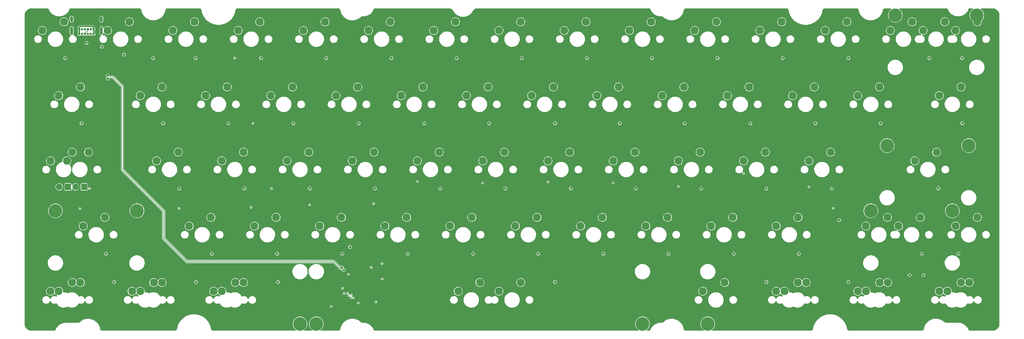
<source format=gbr>
%TF.GenerationSoftware,KiCad,Pcbnew,7.0.1*%
%TF.CreationDate,2023-03-31T22:15:07-04:00*%
%TF.ProjectId,PCB,5043422e-6b69-4636-9164-5f7063625858,rev?*%
%TF.SameCoordinates,Original*%
%TF.FileFunction,Copper,L1,Top*%
%TF.FilePolarity,Positive*%
%FSLAX46Y46*%
G04 Gerber Fmt 4.6, Leading zero omitted, Abs format (unit mm)*
G04 Created by KiCad (PCBNEW 7.0.1) date 2023-03-31 22:15:07*
%MOMM*%
%LPD*%
G01*
G04 APERTURE LIST*
G04 Aperture macros list*
%AMRoundRect*
0 Rectangle with rounded corners*
0 $1 Rounding radius*
0 $2 $3 $4 $5 $6 $7 $8 $9 X,Y pos of 4 corners*
0 Add a 4 corners polygon primitive as box body*
4,1,4,$2,$3,$4,$5,$6,$7,$8,$9,$2,$3,0*
0 Add four circle primitives for the rounded corners*
1,1,$1+$1,$2,$3*
1,1,$1+$1,$4,$5*
1,1,$1+$1,$6,$7*
1,1,$1+$1,$8,$9*
0 Add four rect primitives between the rounded corners*
20,1,$1+$1,$2,$3,$4,$5,0*
20,1,$1+$1,$4,$5,$6,$7,0*
20,1,$1+$1,$6,$7,$8,$9,0*
20,1,$1+$1,$8,$9,$2,$3,0*%
%AMRotRect*
0 Rectangle, with rotation*
0 The origin of the aperture is its center*
0 $1 length*
0 $2 width*
0 $3 Rotation angle, in degrees counterclockwise*
0 Add horizontal line*
21,1,$1,$2,0,0,$3*%
G04 Aperture macros list end*
%TA.AperFunction,ComponentPad*%
%ADD10C,2.300000*%
%TD*%
%TA.AperFunction,ComponentPad*%
%ADD11RoundRect,0.285750X-0.666750X-0.666750X0.666750X-0.666750X0.666750X0.666750X-0.666750X0.666750X0*%
%TD*%
%TA.AperFunction,ComponentPad*%
%ADD12C,1.905000*%
%TD*%
%TA.AperFunction,ComponentPad*%
%ADD13C,4.000000*%
%TD*%
%TA.AperFunction,ComponentPad*%
%ADD14C,0.500000*%
%TD*%
%TA.AperFunction,SMDPad,CuDef*%
%ADD15RotRect,3.200000X3.200000X225.000000*%
%TD*%
%TA.AperFunction,ComponentPad*%
%ADD16C,0.700000*%
%TD*%
%TA.AperFunction,ComponentPad*%
%ADD17O,0.900000X1.700000*%
%TD*%
%TA.AperFunction,ComponentPad*%
%ADD18O,0.900000X2.400000*%
%TD*%
%TA.AperFunction,ViaPad*%
%ADD19C,0.450000*%
%TD*%
%TA.AperFunction,ViaPad*%
%ADD20C,0.800000*%
%TD*%
%TA.AperFunction,Conductor*%
%ADD21C,0.400000*%
%TD*%
%TA.AperFunction,Conductor*%
%ADD22C,0.200000*%
%TD*%
%TA.AperFunction,Conductor*%
%ADD23C,0.127000*%
%TD*%
G04 APERTURE END LIST*
D10*
%TO.P,SW44,1,1*%
%TO.N,GP2*%
X85441250Y-82756250D03*
%TO.P,SW44,2,2*%
%TO.N,Net-(D45-A)*%
X91791250Y-80216250D03*
%TD*%
%TO.P,SW49,1,1*%
%TO.N,GP7*%
X180691250Y-82756250D03*
%TO.P,SW49,2,2*%
%TO.N,Net-(D50-A)*%
X187041250Y-80216250D03*
%TD*%
%TO.P,SW41,1,1*%
%TO.N,GP13*%
X278322500Y-63706250D03*
%TO.P,SW41,2,2*%
%TO.N,Net-(D42-A)*%
X284672500Y-61166250D03*
%TD*%
%TO.P,SW2,1,1*%
%TO.N,GP1*%
X42578750Y-25606250D03*
%TO.P,SW2,2,2*%
%TO.N,Net-(D3-A)*%
X48928750Y-23066250D03*
%TD*%
%TO.P,SW64,1,1*%
%TO.N,GP2*%
X75916250Y-101806250D03*
%TO.P,SW64,2,2*%
%TO.N,Net-(D57-A)*%
X82266250Y-99266250D03*
%TD*%
%TO.P,SW56,1,1*%
%TO.N,GP2*%
X73535000Y-101806250D03*
%TO.P,SW56,2,2*%
%TO.N,Net-(D57-A)*%
X79885000Y-99266250D03*
%TD*%
%TO.P,SW25,1,1*%
%TO.N,GP10*%
X223553750Y-44656250D03*
%TO.P,SW25,2,2*%
%TO.N,Net-(D26-A)*%
X229903750Y-42116250D03*
%TD*%
%TO.P,SW58,1,1*%
%TO.N,GP9*%
X216410000Y-101806250D03*
%TO.P,SW58,2,2*%
%TO.N,Net-(D59-A)*%
X222760000Y-99266250D03*
%TD*%
%TO.P,SW47,1,1*%
%TO.N,GP5*%
X142591250Y-82756250D03*
%TO.P,SW47,2,2*%
%TO.N,Net-(D48-A)*%
X148941250Y-80216250D03*
%TD*%
%TO.P,SW24,1,1*%
%TO.N,GP9*%
X204503750Y-44656250D03*
%TO.P,SW24,2,2*%
%TO.N,Net-(D25-A)*%
X210853750Y-42116250D03*
%TD*%
%TO.P,SW4,1,1*%
%TO.N,GP3*%
X80678750Y-25606250D03*
%TO.P,SW4,2,2*%
%TO.N,Net-(D5-A)*%
X87028750Y-23066250D03*
%TD*%
%TO.P,SW67,1,1*%
%TO.N,GP11*%
X261653750Y-101806250D03*
%TO.P,SW67,2,2*%
%TO.N,Net-(D61-A)*%
X268003750Y-99266250D03*
%TD*%
%TO.P,SW53,1,1*%
%TO.N,GP13*%
X273560000Y-82756250D03*
%TO.P,SW53,2,2*%
%TO.N,Net-(D54-A)*%
X279910000Y-80216250D03*
%TD*%
%TO.P,SW13,1,1*%
%TO.N,GP12*%
X252128750Y-25606250D03*
%TO.P,SW13,2,2*%
%TO.N,Net-(D14-A)*%
X258478750Y-23066250D03*
%TD*%
%TO.P,SW43,1,1*%
%TO.N,GP1*%
X66391250Y-82756250D03*
%TO.P,SW43,2,2*%
%TO.N,Net-(D44-A)*%
X72741250Y-80216250D03*
%TD*%
%TO.P,SW74,1,1*%
%TO.N,GP13*%
X263989375Y-82756250D03*
%TO.P,SW74,2,2*%
%TO.N,Net-(D54-A)*%
X270339375Y-80216250D03*
%TD*%
%TO.P,SW8,1,1*%
%TO.N,GP7*%
X156878750Y-25606250D03*
%TO.P,SW8,2,2*%
%TO.N,Net-(D9-A)*%
X163228750Y-23066250D03*
%TD*%
%TO.P,SW45,1,1*%
%TO.N,GP3*%
X104491250Y-82756250D03*
%TO.P,SW45,2,2*%
%TO.N,Net-(D46-A)*%
X110841250Y-80216250D03*
%TD*%
%TO.P,SW59,1,1*%
%TO.N,GP11*%
X264035000Y-101806250D03*
%TO.P,SW59,2,2*%
%TO.N,Net-(D61-A)*%
X270385000Y-99266250D03*
%TD*%
%TO.P,SW26,1,1*%
%TO.N,GP11*%
X242603750Y-44656250D03*
%TO.P,SW26,2,2*%
%TO.N,Net-(D27-A)*%
X248953750Y-42116250D03*
%TD*%
%TO.P,SW68,1,1*%
%TO.N,GP13*%
X285466250Y-101806250D03*
%TO.P,SW68,2,2*%
%TO.N,Net-(D62-A)*%
X291816250Y-99266250D03*
%TD*%
%TO.P,SW23,1,1*%
%TO.N,GP8*%
X185453750Y-44656250D03*
%TO.P,SW23,2,2*%
%TO.N,Net-(D24-A)*%
X191803750Y-42116250D03*
%TD*%
%TO.P,SW31,1,1*%
%TO.N,GP2*%
X75916250Y-63706250D03*
%TO.P,SW31,2,2*%
%TO.N,Net-(D32-A)*%
X82266250Y-61166250D03*
%TD*%
%TO.P,SW33,1,1*%
%TO.N,GP4*%
X114016250Y-63706250D03*
%TO.P,SW33,2,2*%
%TO.N,Net-(D34-A)*%
X120366250Y-61166250D03*
%TD*%
%TO.P,SW29,1,1*%
%TO.N,GP0*%
X30672500Y-63706250D03*
%TO.P,SW29,2,2*%
%TO.N,Net-(D30-A)*%
X37022500Y-61166250D03*
%TD*%
%TO.P,SW52,1,1*%
%TO.N,GP10*%
X237841250Y-82756250D03*
%TO.P,SW52,2,2*%
%TO.N,Net-(D53-A)*%
X244191250Y-80216250D03*
%TD*%
%TO.P,SW69,1,1*%
%TO.N,GP0*%
X25910000Y-63706250D03*
%TO.P,SW69,2,2*%
%TO.N,Net-(D30-A)*%
X32260000Y-61166250D03*
%TD*%
%TO.P,SW9,1,1*%
%TO.N,GP8*%
X175928750Y-25606250D03*
%TO.P,SW9,2,2*%
%TO.N,Net-(D10-A)*%
X182278750Y-23066250D03*
%TD*%
%TO.P,SW75,1,1*%
%TO.N,GP11*%
X290228750Y-82756250D03*
%TO.P,SW75,2,2*%
%TO.N,Net-(D63-A)*%
X296578750Y-80216250D03*
%TD*%
%TO.P,SW19,1,1*%
%TO.N,GP4*%
X109253750Y-44656250D03*
%TO.P,SW19,2,2*%
%TO.N,Net-(D20-A)*%
X115603750Y-42116250D03*
%TD*%
%TO.P,SW5,1,1*%
%TO.N,GP4*%
X99728750Y-25606250D03*
%TO.P,SW5,2,2*%
%TO.N,Net-(D6-A)*%
X106078750Y-23066250D03*
%TD*%
%TO.P,SW62,1,1*%
%TO.N,GP0*%
X28291250Y-101806250D03*
%TO.P,SW62,2,2*%
%TO.N,Net-(D55-A)*%
X34641250Y-99266250D03*
%TD*%
%TO.P,SW16,1,1*%
%TO.N,GP1*%
X52103750Y-44656250D03*
%TO.P,SW16,2,2*%
%TO.N,Net-(D17-A)*%
X58453750Y-42116250D03*
%TD*%
%TO.P,SW1,1,1*%
%TO.N,GP0*%
X23528750Y-25606250D03*
%TO.P,SW1,2,2*%
%TO.N,Net-(D2-A)*%
X29878750Y-23066250D03*
%TD*%
%TO.P,SW3,1,1*%
%TO.N,GP2*%
X61628750Y-25606250D03*
%TO.P,SW3,2,2*%
%TO.N,Net-(D4-A)*%
X67978750Y-23066250D03*
%TD*%
%TO.P,SW51,1,1*%
%TO.N,GP9*%
X218791250Y-82756250D03*
%TO.P,SW51,2,2*%
%TO.N,Net-(D52-A)*%
X225141250Y-80216250D03*
%TD*%
D11*
%TO.P,D65,1,K*%
%TO.N,Net-(D65-K)*%
X35752500Y-71326250D03*
D12*
%TO.P,D65,2,A*%
%TO.N,+3.3V*%
X33212500Y-71326250D03*
%TD*%
D10*
%TO.P,SW32,1,1*%
%TO.N,GP3*%
X94966250Y-63706250D03*
%TO.P,SW32,2,2*%
%TO.N,Net-(D33-A)*%
X101316250Y-61166250D03*
%TD*%
D13*
%TO.P,S6,*%
%TO.N,*%
X217838750Y-111331250D03*
X103538750Y-111331250D03*
%TD*%
D10*
%TO.P,SW42,1,1*%
%TO.N,GP0*%
X35435000Y-82756250D03*
%TO.P,SW42,2,2*%
%TO.N,Net-(D43-A)*%
X41785000Y-80216250D03*
%TD*%
%TO.P,SW12,1,1*%
%TO.N,GP11*%
X233078750Y-25606250D03*
%TO.P,SW12,2,2*%
%TO.N,Net-(D13-A)*%
X239428750Y-23066250D03*
%TD*%
%TO.P,SW15,1,1*%
%TO.N,GP0*%
X28291250Y-44656250D03*
%TO.P,SW15,2,2*%
%TO.N,Net-(D16-A)*%
X34641250Y-42116250D03*
%TD*%
%TO.P,SW18,1,1*%
%TO.N,GP3*%
X90203750Y-44656250D03*
%TO.P,SW18,2,2*%
%TO.N,Net-(D19-A)*%
X96553750Y-42116250D03*
%TD*%
%TO.P,SW20,1,1*%
%TO.N,GP5*%
X128303750Y-44656250D03*
%TO.P,SW20,2,2*%
%TO.N,Net-(D21-A)*%
X134653750Y-42116250D03*
%TD*%
%TO.P,SW11,1,1*%
%TO.N,GP10*%
X214028750Y-25606250D03*
%TO.P,SW11,2,2*%
%TO.N,Net-(D12-A)*%
X220378750Y-23066250D03*
%TD*%
%TO.P,SW30,1,1*%
%TO.N,GP1*%
X56866250Y-63706250D03*
%TO.P,SW30,2,2*%
%TO.N,Net-(D31-A)*%
X63216250Y-61166250D03*
%TD*%
%TO.P,SW17,1,1*%
%TO.N,GP2*%
X71153750Y-44656250D03*
%TO.P,SW17,2,2*%
%TO.N,Net-(D18-A)*%
X77503750Y-42116250D03*
%TD*%
D13*
%TO.P,S3,*%
%TO.N,*%
X265463750Y-78311250D03*
X289276250Y-78311250D03*
%TD*%
D10*
%TO.P,SW10,1,1*%
%TO.N,GP9*%
X194978750Y-25606250D03*
%TO.P,SW10,2,2*%
%TO.N,Net-(D11-A)*%
X201328750Y-23066250D03*
%TD*%
%TO.P,SW48,1,1*%
%TO.N,GP6*%
X161641250Y-82756250D03*
%TO.P,SW48,2,2*%
%TO.N,Net-(D49-A)*%
X167991250Y-80216250D03*
%TD*%
D13*
%TO.P,S2,*%
%TO.N,*%
X27338750Y-78311250D03*
X51151250Y-78311250D03*
%TD*%
D10*
%TO.P,SW38,1,1*%
%TO.N,GP9*%
X209266250Y-63706250D03*
%TO.P,SW38,2,2*%
%TO.N,Net-(D39-A)*%
X215616250Y-61166250D03*
%TD*%
%TO.P,SW14,1,1*%
%TO.N,GP13*%
X280703750Y-25606250D03*
%TO.P,SW14,2,2*%
%TO.N,Net-(D15-A)*%
X287053750Y-23066250D03*
%TD*%
%TO.P,SW40,1,1*%
%TO.N,GP11*%
X247366250Y-63706250D03*
%TO.P,SW40,2,2*%
%TO.N,Net-(D41-A)*%
X253716250Y-61166250D03*
%TD*%
%TO.P,SW22,1,1*%
%TO.N,GP7*%
X166403750Y-44656250D03*
%TO.P,SW22,2,2*%
%TO.N,Net-(D23-A)*%
X172753750Y-42116250D03*
%TD*%
%TO.P,SW39,1,1*%
%TO.N,GP10*%
X228316250Y-63706250D03*
%TO.P,SW39,2,2*%
%TO.N,Net-(D40-A)*%
X234666250Y-61166250D03*
%TD*%
%TO.P,SW66,1,1*%
%TO.N,GP10*%
X237841250Y-101806250D03*
%TO.P,SW66,2,2*%
%TO.N,Net-(D60-A)*%
X244191250Y-99266250D03*
%TD*%
%TO.P,SW60,1,1*%
%TO.N,GP13*%
X287847500Y-101806250D03*
%TO.P,SW60,2,2*%
%TO.N,Net-(D62-A)*%
X294197500Y-99266250D03*
%TD*%
D13*
%TO.P,S4,*%
%TO.N,*%
X270226250Y-59261250D03*
X294038750Y-59261250D03*
%TD*%
D10*
%TO.P,SW7,1,1*%
%TO.N,GP6*%
X137828750Y-25606250D03*
%TO.P,SW7,2,2*%
%TO.N,Net-(D8-A)*%
X144178750Y-23066250D03*
%TD*%
%TO.P,SW37,1,1*%
%TO.N,GP8*%
X190216250Y-63706250D03*
%TO.P,SW37,2,2*%
%TO.N,Net-(D38-A)*%
X196566250Y-61166250D03*
%TD*%
%TO.P,SW65,1,1*%
%TO.N,GP5*%
X156878750Y-101806250D03*
%TO.P,SW65,2,2*%
%TO.N,Net-(D58-A)*%
X163228750Y-99266250D03*
%TD*%
%TO.P,SW21,1,1*%
%TO.N,GP6*%
X147353750Y-44656250D03*
%TO.P,SW21,2,2*%
%TO.N,Net-(D22-A)*%
X153703750Y-42116250D03*
%TD*%
%TO.P,SW70,1,1*%
%TO.N,GP13*%
X290228750Y-25606250D03*
%TO.P,SW70,2,2*%
%TO.N,Net-(D15-A)*%
X296578750Y-23066250D03*
%TD*%
%TO.P,SW50,1,1*%
%TO.N,GP8*%
X199741250Y-82756250D03*
%TO.P,SW50,2,2*%
%TO.N,Net-(D51-A)*%
X206091250Y-80216250D03*
%TD*%
%TO.P,SW61,1,1*%
%TO.N,GP10*%
X240222500Y-101806250D03*
%TO.P,SW61,2,2*%
%TO.N,Net-(D60-A)*%
X246572500Y-99266250D03*
%TD*%
%TO.P,SW55,1,1*%
%TO.N,GP1*%
X49722500Y-101806250D03*
%TO.P,SW55,2,2*%
%TO.N,Net-(D56-A)*%
X56072500Y-99266250D03*
%TD*%
%TO.P,SW34,1,1*%
%TO.N,GP5*%
X133066250Y-63706250D03*
%TO.P,SW34,2,2*%
%TO.N,Net-(D35-A)*%
X139416250Y-61166250D03*
%TD*%
%TO.P,SW63,1,1*%
%TO.N,GP1*%
X52103750Y-101806250D03*
%TO.P,SW63,2,2*%
%TO.N,Net-(D56-A)*%
X58453750Y-99266250D03*
%TD*%
%TO.P,SW36,1,1*%
%TO.N,GP7*%
X171166250Y-63706250D03*
%TO.P,SW36,2,2*%
%TO.N,Net-(D37-A)*%
X177516250Y-61166250D03*
%TD*%
D13*
%TO.P,S1,*%
%TO.N,*%
X198788750Y-111331250D03*
X98776250Y-111331250D03*
%TD*%
%TO.P,S5,*%
%TO.N,*%
X272607500Y-21161250D03*
X296420000Y-21161250D03*
%TD*%
D10*
%TO.P,SW71,1,1*%
%TO.N,GP14*%
X271178750Y-25606250D03*
%TO.P,SW71,2,2*%
%TO.N,Net-(D1-A)*%
X277528750Y-23066250D03*
%TD*%
%TO.P,SW28,1,1*%
%TO.N,GP13*%
X285466250Y-44656250D03*
%TO.P,SW28,2,2*%
%TO.N,Net-(D29-A)*%
X291816250Y-42116250D03*
%TD*%
%TO.P,SW35,1,1*%
%TO.N,GP6*%
X152116250Y-63706250D03*
%TO.P,SW35,2,2*%
%TO.N,Net-(D36-A)*%
X158466250Y-61166250D03*
%TD*%
%TO.P,SW27,1,1*%
%TO.N,GP12*%
X261653750Y-44656250D03*
%TO.P,SW27,2,2*%
%TO.N,Net-(D28-A)*%
X268003750Y-42116250D03*
%TD*%
%TO.P,SW57,1,1*%
%TO.N,GP5*%
X144972500Y-101806250D03*
%TO.P,SW57,2,2*%
%TO.N,Net-(D58-A)*%
X151322500Y-99266250D03*
%TD*%
D11*
%TO.P,D64,1,K*%
%TO.N,Net-(D64-K)*%
X30990000Y-71326250D03*
D12*
%TO.P,D64,2,A*%
%TO.N,+3.3V*%
X28450000Y-71326250D03*
%TD*%
D10*
%TO.P,SW46,1,1*%
%TO.N,GP4*%
X123541250Y-82756250D03*
%TO.P,SW46,2,2*%
%TO.N,Net-(D47-A)*%
X129891250Y-80216250D03*
%TD*%
%TO.P,SW54,1,1*%
%TO.N,GP0*%
X25910000Y-101806250D03*
%TO.P,SW54,2,2*%
%TO.N,Net-(D55-A)*%
X32260000Y-99266250D03*
%TD*%
%TO.P,SW6,1,1*%
%TO.N,GP5*%
X118778750Y-25606250D03*
%TO.P,SW6,2,2*%
%TO.N,Net-(D7-A)*%
X125128750Y-23066250D03*
%TD*%
D14*
%TO.P,U1,57,GND*%
%TO.N,GND*%
X119735438Y-100774375D03*
X117826250Y-98865187D03*
D15*
X117826250Y-100774375D03*
D14*
X117826250Y-102683563D03*
X115917062Y-100774375D03*
%TD*%
D16*
%TO.P,J1,A1,GND*%
%TO.N,GND*%
X33441875Y-26649375D03*
%TO.P,J1,A4,VBUS*%
%TO.N,VBUS*%
X34291875Y-26649375D03*
%TO.P,J1,A5,CC1*%
%TO.N,Net-(J1-CC1)*%
X35141875Y-26649375D03*
%TO.P,J1,A6,D+*%
%TO.N,/D+*%
X35991875Y-26649375D03*
%TO.P,J1,A7,D-*%
%TO.N,/D-*%
X36841875Y-26649375D03*
%TO.P,J1,A8,SBU1*%
%TO.N,unconnected-(J1-SBU1-PadA8)*%
X37691875Y-26649375D03*
%TO.P,J1,A9,VBUS*%
%TO.N,VBUS*%
X38541875Y-26649375D03*
%TO.P,J1,A12,GND*%
%TO.N,GND*%
X39391875Y-26649375D03*
%TO.P,J1,B1,GND*%
X39391875Y-25299375D03*
%TO.P,J1,B4,VBUS*%
%TO.N,VBUS*%
X38541875Y-25299375D03*
%TO.P,J1,B5,CC2*%
%TO.N,Net-(J1-CC2)*%
X37691875Y-25299375D03*
%TO.P,J1,B6,D+*%
%TO.N,/D+*%
X36841875Y-25299375D03*
%TO.P,J1,B7,D-*%
%TO.N,/D-*%
X35991875Y-25299375D03*
%TO.P,J1,B8,SBU2*%
%TO.N,unconnected-(J1-SBU2-PadB8)*%
X35141875Y-25299375D03*
%TO.P,J1,B9,VBUS*%
%TO.N,VBUS*%
X34291875Y-25299375D03*
%TO.P,J1,B12,GND*%
%TO.N,GND*%
X33441875Y-25299375D03*
D17*
%TO.P,J1,S1,SHIELD*%
%TO.N,unconnected-(J1-SHIELD-PadS1)*%
X32091875Y-22289375D03*
D18*
X32091875Y-25669375D03*
D17*
X40741875Y-22289375D03*
D18*
X40741875Y-25669375D03*
%TD*%
D19*
%TO.N,GND*%
X123388750Y-109391250D03*
X111918750Y-98271250D03*
X114268750Y-105711250D03*
X111338750Y-98851250D03*
X122918750Y-97441250D03*
D20*
X47268750Y-31661250D03*
X113638750Y-94081250D03*
D19*
X119138750Y-94446250D03*
D20*
X112278750Y-94181250D03*
D19*
X111268750Y-101991250D03*
D20*
X39228750Y-40741250D03*
D19*
X123638750Y-104681250D03*
X121258750Y-107561250D03*
D20*
X36408750Y-34322750D03*
D19*
X121868750Y-107361250D03*
X110778750Y-99411250D03*
X127168750Y-105421250D03*
D20*
X113028750Y-94881250D03*
D19*
X125388750Y-108941250D03*
D20*
X118648750Y-92191250D03*
%TO.N,/VFused_*%
X36408750Y-29261250D03*
X40920000Y-30350000D03*
D19*
%TO.N,+3.3V*%
X112880000Y-96806250D03*
X115788750Y-105241250D03*
X122758750Y-98221250D03*
D20*
X47318750Y-32681250D03*
D19*
X120913750Y-104891250D03*
X111198750Y-100921250D03*
D20*
X113408750Y-88911250D03*
D19*
X119566110Y-94833184D03*
X111698750Y-102451250D03*
D20*
%TO.N,/DN*%
X110992653Y-94907347D03*
X42568750Y-38741250D03*
%TO.N,/DP*%
X42568750Y-39741250D03*
X111625909Y-95583655D03*
D19*
%TO.N,GP0*%
X34508750Y-77661250D03*
%TO.N,GP2*%
X84468750Y-77321250D03*
%TO.N,GP4*%
X120263750Y-76216250D03*
%TO.N,GP6*%
X152116250Y-70208750D03*
%TO.N,GP8*%
X190216250Y-70138750D03*
%TO.N,GP10*%
X228316250Y-67383750D03*
%TO.N,GP11*%
X247366250Y-71283750D03*
D20*
X256198750Y-81051250D03*
D19*
%TO.N,GP13*%
X254488750Y-77551250D03*
%TO.N,/CS_*%
X122728750Y-93741250D03*
X107848750Y-106201250D03*
%TO.N,GP1*%
X63428750Y-77581250D03*
%TO.N,GP3*%
X101578750Y-76531250D03*
%TO.N,GP5*%
X133066250Y-69718750D03*
%TO.N,GP7*%
X171166250Y-69838750D03*
%TO.N,GP9*%
X209266250Y-71163750D03*
D20*
%TO.N,GP25*%
X234958750Y-99151250D03*
X68328750Y-99161250D03*
X44458750Y-99151250D03*
X258888750Y-99151250D03*
D19*
X114348750Y-103731250D03*
D20*
X92298750Y-99151250D03*
X276818750Y-97061250D03*
X173258750Y-99161250D03*
X280828750Y-97061250D03*
%TO.N,GP26*%
X225448750Y-90821250D03*
X42068750Y-90821250D03*
X168328750Y-90821250D03*
X92048750Y-90821250D03*
X187358750Y-90821250D03*
X244468750Y-90821250D03*
X149328750Y-90821250D03*
X280318750Y-90821250D03*
X130258750Y-90821250D03*
X111118750Y-90821250D03*
D19*
X113712200Y-103664700D03*
D20*
X206388750Y-90821250D03*
X291040000Y-90820000D03*
X73028750Y-90821250D03*
%TO.N,GP27*%
X158748750Y-71771250D03*
D19*
X113772200Y-102844700D03*
D20*
X196828750Y-71771250D03*
X82548750Y-71771250D03*
X177908750Y-71771250D03*
X120648750Y-71771250D03*
X63488750Y-71771250D03*
X101638750Y-71771250D03*
X254128750Y-71771250D03*
D19*
X37370000Y-71790000D03*
D20*
X139688750Y-71771250D03*
X215958750Y-71771250D03*
D19*
X90468750Y-71771250D03*
D20*
X285158750Y-71771250D03*
X234938750Y-71771250D03*
%TO.N,GP28*%
X34988750Y-52721250D03*
X249268750Y-52721250D03*
D19*
X113018750Y-103031250D03*
D20*
X96818750Y-52721250D03*
X192138750Y-52721250D03*
X230298750Y-52721250D03*
D19*
X84988750Y-52721250D03*
D20*
X292208750Y-52721250D03*
X77868750Y-52721250D03*
X135038750Y-52721250D03*
X115908750Y-52721250D03*
X153998750Y-52721250D03*
X173238750Y-52721250D03*
X268348750Y-52721250D03*
X211118750Y-52721250D03*
X58768750Y-52721250D03*
%TO.N,GP29*%
X201558750Y-33671250D03*
X87398750Y-33671250D03*
X239748750Y-33671250D03*
X292128750Y-33671250D03*
X163488750Y-33671250D03*
X144518750Y-33671250D03*
X106408750Y-33671250D03*
D19*
X79708750Y-33671250D03*
D20*
X282558750Y-33671250D03*
X68248750Y-33671250D03*
X125478750Y-33671250D03*
X258918750Y-33671250D03*
X182578750Y-33671250D03*
X30188750Y-33671250D03*
D19*
X112656207Y-102338707D03*
D20*
X55868750Y-33671250D03*
X220658750Y-33671250D03*
%TD*%
D21*
%TO.N,VBUS*%
X38541875Y-26649375D02*
X38541875Y-25299375D01*
X38098724Y-24361250D02*
X38541875Y-24804401D01*
X34291875Y-24678125D02*
X34608750Y-24361250D01*
X38541875Y-24804401D02*
X38541875Y-25299375D01*
X34608750Y-24361250D02*
X38098724Y-24361250D01*
X34291875Y-25299375D02*
X34291875Y-24678125D01*
X34291875Y-25299375D02*
X34291875Y-26649375D01*
D22*
%TO.N,/DN*%
X44361949Y-39016249D02*
X42843749Y-39016249D01*
X42843749Y-39016249D02*
X42568750Y-38741250D01*
X65841950Y-92886250D02*
X59193750Y-86238050D01*
X110992653Y-94907347D02*
X110743046Y-94907347D01*
X59193750Y-86238050D02*
X59193750Y-78298050D01*
X108721949Y-92886250D02*
X65841950Y-92886250D01*
X110743046Y-94907347D02*
X108721949Y-92886250D01*
X47103750Y-41758050D02*
X44361949Y-39016249D01*
X59193750Y-78298050D02*
X47103750Y-66208050D01*
X47103750Y-66208050D02*
X47103750Y-41758050D01*
%TO.N,/DP*%
X58743750Y-86424450D02*
X58743750Y-78484450D01*
X46653750Y-66394450D02*
X46653750Y-41944450D01*
X42843749Y-39466251D02*
X42568750Y-39741250D01*
X44175551Y-39466251D02*
X42843749Y-39466251D01*
X110782956Y-95583655D02*
X108535551Y-93336250D01*
X58743750Y-78484450D02*
X46653750Y-66394450D01*
X65655550Y-93336250D02*
X58743750Y-86424450D01*
X46653750Y-41944450D02*
X44175551Y-39466251D01*
X111625909Y-95583655D02*
X110782956Y-95583655D01*
X108535551Y-93336250D02*
X65655550Y-93336250D01*
D23*
%TO.N,/D+*%
X36841875Y-25828125D02*
X36841875Y-25299375D01*
X36608750Y-26061250D02*
X36841875Y-25828125D01*
X35991875Y-26649375D02*
X35991875Y-26178125D01*
X35991875Y-26178125D02*
X36108750Y-26061250D01*
X36108750Y-26061250D02*
X36608750Y-26061250D01*
%TD*%
%TA.AperFunction,Conductor*%
%TO.N,GND*%
G36*
X25257659Y-19157228D02*
G01*
X25299589Y-19186898D01*
X25326194Y-19230837D01*
X25402063Y-19445879D01*
X25403717Y-19453294D01*
X25404116Y-19454107D01*
X25409472Y-19466705D01*
X25410445Y-19469392D01*
X25415110Y-19476146D01*
X25481416Y-19608272D01*
X25618766Y-19881969D01*
X25618893Y-19882221D01*
X25622205Y-19891489D01*
X25628380Y-19901767D01*
X25634952Y-19908987D01*
X25892857Y-20274293D01*
X25896913Y-20281800D01*
X25906207Y-20293068D01*
X25912778Y-20298406D01*
X25958589Y-20346424D01*
X26217471Y-20617777D01*
X26223087Y-20625213D01*
X26232810Y-20634007D01*
X26240781Y-20638706D01*
X26584438Y-20907639D01*
X26591110Y-20914346D01*
X26602216Y-20921816D01*
X26610939Y-20925436D01*
X26794710Y-21030784D01*
X26989088Y-21142213D01*
X26997334Y-21148392D01*
X27007354Y-21153201D01*
X27017244Y-21155769D01*
X27423124Y-21316586D01*
X27432025Y-21321484D01*
X27444209Y-21325322D01*
X27454295Y-21326351D01*
X27880501Y-21427462D01*
X27890389Y-21431176D01*
X27902573Y-21433140D01*
X27913084Y-21432649D01*
X28354749Y-21470992D01*
X28364599Y-21473076D01*
X28377443Y-21473216D01*
X28387230Y-21471274D01*
X28836474Y-21443285D01*
X28847332Y-21444046D01*
X28859406Y-21442372D01*
X28869646Y-21438698D01*
X29321926Y-21340777D01*
X29331055Y-21340049D01*
X29346565Y-21335546D01*
X29354644Y-21331278D01*
X29704853Y-21202825D01*
X29713572Y-21201011D01*
X29714764Y-21200388D01*
X29730488Y-21193474D01*
X29731407Y-21193142D01*
X29738553Y-21188046D01*
X30065560Y-21019165D01*
X30073820Y-21016271D01*
X30074152Y-21016040D01*
X30089232Y-21007006D01*
X30090161Y-21006534D01*
X30096670Y-21000517D01*
X30398130Y-20793954D01*
X30406592Y-20789694D01*
X30420567Y-20778781D01*
X30420653Y-20778723D01*
X30426652Y-20771546D01*
X30698621Y-20531109D01*
X30705588Y-20526476D01*
X30706500Y-20525443D01*
X30717626Y-20514317D01*
X30719741Y-20512450D01*
X30724496Y-20505074D01*
X30963728Y-20234467D01*
X30970903Y-20228469D01*
X30970961Y-20228383D01*
X30981873Y-20214410D01*
X30986131Y-20205951D01*
X31192695Y-19904486D01*
X31198712Y-19897977D01*
X31199184Y-19897049D01*
X31208218Y-19881969D01*
X31208448Y-19881639D01*
X31211341Y-19873381D01*
X31380221Y-19546371D01*
X31385317Y-19539226D01*
X31385649Y-19538307D01*
X31392563Y-19522583D01*
X31393187Y-19521390D01*
X31395003Y-19512666D01*
X31397589Y-19505618D01*
X31430635Y-19415522D01*
X31498916Y-19229368D01*
X31525704Y-19186139D01*
X31567399Y-19157021D01*
X31617209Y-19146758D01*
X51789676Y-19146758D01*
X51789874Y-19146758D01*
X51862330Y-19146758D01*
X51876655Y-19147575D01*
X51882318Y-19148223D01*
X51982253Y-19159659D01*
X52000235Y-19163056D01*
X52016519Y-19167378D01*
X52057013Y-19186337D01*
X52291725Y-19352577D01*
X52291737Y-19352585D01*
X52320188Y-19380447D01*
X52338523Y-19415797D01*
X52436060Y-19710336D01*
X52439875Y-19724612D01*
X52471244Y-19877440D01*
X52471557Y-19883864D01*
X52473946Y-19892281D01*
X52476106Y-19901089D01*
X52478087Y-19910646D01*
X52480871Y-19916555D01*
X52569287Y-20226143D01*
X52570267Y-20233145D01*
X52572278Y-20238340D01*
X52575630Y-20248190D01*
X52577206Y-20253536D01*
X52580738Y-20259728D01*
X52699218Y-20557364D01*
X52701176Y-20564981D01*
X52701874Y-20566268D01*
X52707850Y-20578915D01*
X52708518Y-20580559D01*
X52713206Y-20586946D01*
X52946595Y-21010965D01*
X52950618Y-21018273D01*
X52953826Y-21026025D01*
X52961313Y-21037509D01*
X52961324Y-21037528D01*
X52967236Y-21043534D01*
X53260676Y-21429283D01*
X53265387Y-21437367D01*
X53274077Y-21447211D01*
X53281495Y-21452860D01*
X53625223Y-21789907D01*
X53630994Y-21797153D01*
X53640810Y-21805460D01*
X53648796Y-21809941D01*
X54036431Y-22093815D01*
X54042859Y-22099874D01*
X54055757Y-22107955D01*
X54064004Y-22111029D01*
X54310162Y-22241952D01*
X54487912Y-22336491D01*
X54495212Y-22341580D01*
X54508551Y-22347473D01*
X54517229Y-22349347D01*
X54971598Y-22512378D01*
X54980792Y-22517005D01*
X54991843Y-22520070D01*
X55002047Y-22520799D01*
X55241676Y-22568918D01*
X55478973Y-22616568D01*
X55487356Y-22619516D01*
X55505493Y-22621987D01*
X55505988Y-22622091D01*
X55514927Y-22621461D01*
X55828418Y-22644863D01*
X55836086Y-22646608D01*
X55840731Y-22646474D01*
X55854048Y-22646792D01*
X55859902Y-22647242D01*
X55867818Y-22645755D01*
X56185073Y-22637596D01*
X56193270Y-22638636D01*
X56196870Y-22638142D01*
X56212156Y-22636982D01*
X56216471Y-22636917D01*
X56224584Y-22634535D01*
X56545546Y-22593647D01*
X56553230Y-22593890D01*
X56559231Y-22592533D01*
X56567533Y-22591102D01*
X56573771Y-22589300D01*
X56817976Y-22535730D01*
X56826070Y-22535179D01*
X56829029Y-22534179D01*
X56844030Y-22530119D01*
X56848948Y-22529108D01*
X56856510Y-22525189D01*
X57209780Y-22411033D01*
X57217965Y-22409608D01*
X57219656Y-22408828D01*
X57234261Y-22403160D01*
X57236268Y-22402521D01*
X57243306Y-22398009D01*
X57578606Y-22245216D01*
X57586883Y-22242836D01*
X57588653Y-22241752D01*
X57603328Y-22234036D01*
X57606230Y-22232746D01*
X57613072Y-22226984D01*
X57615681Y-22225415D01*
X57923352Y-22040385D01*
X57931400Y-22037121D01*
X57934231Y-22034925D01*
X57947188Y-22026106D01*
X57950080Y-22024390D01*
X57956054Y-22018130D01*
X58242751Y-21798208D01*
X58250379Y-21794013D01*
X58252112Y-21792312D01*
X58264791Y-21781416D01*
X58266143Y-21780401D01*
X58271387Y-21773634D01*
X58532660Y-21521955D01*
X58539599Y-21516975D01*
X58540501Y-21515863D01*
X58552165Y-21503319D01*
X58553263Y-21502287D01*
X58557766Y-21494878D01*
X58572165Y-21477497D01*
X58788468Y-21216395D01*
X58794855Y-21210748D01*
X58797007Y-21207438D01*
X58805856Y-21195443D01*
X58808077Y-21192776D01*
X58811578Y-21185118D01*
X59009942Y-20881797D01*
X59015668Y-20875460D01*
X59017498Y-20871800D01*
X59024859Y-20859009D01*
X59026961Y-20855805D01*
X59029565Y-20847753D01*
X59193841Y-20520840D01*
X59198870Y-20513696D01*
X59199436Y-20512099D01*
X59206232Y-20496381D01*
X59206811Y-20495257D01*
X59208584Y-20486847D01*
X59252249Y-20367606D01*
X59336197Y-20138358D01*
X59340295Y-20130866D01*
X59340964Y-20128034D01*
X59345462Y-20113153D01*
X59346556Y-20110203D01*
X59347273Y-20101594D01*
X59436952Y-19727413D01*
X59441188Y-19714496D01*
X59440790Y-19700862D01*
X59443913Y-19668277D01*
X59447102Y-19635004D01*
X59462611Y-19585428D01*
X59467972Y-19575862D01*
X59602286Y-19336194D01*
X59626987Y-19304980D01*
X59660190Y-19283032D01*
X59928315Y-19161548D01*
X59967840Y-19150938D01*
X59988213Y-19148913D01*
X60003675Y-19147376D01*
X60016139Y-19146758D01*
X69425060Y-19146758D01*
X69444220Y-19148223D01*
X69522735Y-19160303D01*
X69573405Y-19168099D01*
X69574907Y-19168330D01*
X69628759Y-19190175D01*
X69856798Y-19352313D01*
X69857170Y-19352577D01*
X69885536Y-19380444D01*
X69903805Y-19415764D01*
X70001121Y-19710526D01*
X70004845Y-19724427D01*
X70056673Y-19974189D01*
X70102751Y-20196248D01*
X70104224Y-20203344D01*
X70104720Y-20210646D01*
X70106021Y-20214820D01*
X70108987Y-20226172D01*
X70110135Y-20231584D01*
X70113417Y-20238331D01*
X70221404Y-20580627D01*
X70250875Y-20674047D01*
X70254371Y-20685127D01*
X70255569Y-20691958D01*
X70257402Y-20696329D01*
X70261045Y-20706141D01*
X70262690Y-20711206D01*
X70266348Y-20717266D01*
X70298739Y-20792652D01*
X70448376Y-21140911D01*
X70448408Y-21140984D01*
X70450343Y-21148112D01*
X70452613Y-21152239D01*
X70457860Y-21162948D01*
X70459718Y-21167244D01*
X70464145Y-21173126D01*
X70685047Y-21572719D01*
X70687627Y-21579273D01*
X70689798Y-21582446D01*
X70695877Y-21592269D01*
X70699259Y-21598339D01*
X70704531Y-21603869D01*
X70843355Y-21805460D01*
X70958655Y-21972891D01*
X70961996Y-21979696D01*
X70965262Y-21983562D01*
X70972786Y-21993413D01*
X70975726Y-21997682D01*
X70981367Y-22002666D01*
X71269307Y-22344471D01*
X71273195Y-22350741D01*
X71277017Y-22354490D01*
X71285026Y-22363117D01*
X71289233Y-22368096D01*
X71295407Y-22372496D01*
X71383748Y-22458945D01*
X71613207Y-22683490D01*
X71617731Y-22689376D01*
X71621196Y-22692159D01*
X71630499Y-22700419D01*
X71635009Y-22704841D01*
X71641694Y-22708681D01*
X71978685Y-22980616D01*
X71986916Y-22987258D01*
X71992011Y-22992712D01*
X71995557Y-22995036D01*
X72005784Y-23002497D01*
X72009945Y-23005866D01*
X72016819Y-23009048D01*
X72387500Y-23253790D01*
X72393198Y-23258860D01*
X72396902Y-23260801D01*
X72408331Y-23267579D01*
X72413755Y-23271195D01*
X72421369Y-23273746D01*
X72812195Y-23481175D01*
X72818643Y-23485944D01*
X72822099Y-23487326D01*
X72835421Y-23493580D01*
X72839613Y-23495855D01*
X72847534Y-23497746D01*
X73259444Y-23667924D01*
X73266217Y-23671949D01*
X73269454Y-23672899D01*
X73283203Y-23677814D01*
X73286590Y-23679251D01*
X73294455Y-23680419D01*
X73723902Y-23810809D01*
X73731221Y-23814314D01*
X73735154Y-23815058D01*
X73749521Y-23818662D01*
X73754234Y-23820143D01*
X73762540Y-23820443D01*
X74205078Y-23908640D01*
X74212293Y-23911258D01*
X74217946Y-23911816D01*
X74229988Y-23913593D01*
X74237277Y-23915031D01*
X74245185Y-23914485D01*
X74700332Y-23959018D01*
X74708103Y-23960912D01*
X74710638Y-23960878D01*
X74725892Y-23961596D01*
X74730358Y-23962079D01*
X74738657Y-23960720D01*
X75203184Y-23959471D01*
X75211064Y-23960645D01*
X75215649Y-23960150D01*
X75229192Y-23959420D01*
X75234146Y-23959420D01*
X75241845Y-23957396D01*
X75714346Y-23908227D01*
X75722008Y-23908586D01*
X75726861Y-23907591D01*
X75740158Y-23905595D01*
X75746692Y-23904968D01*
X75754153Y-23902162D01*
X76110642Y-23831963D01*
X76118414Y-23831817D01*
X76126605Y-23829408D01*
X76138853Y-23826462D01*
X76147374Y-23824858D01*
X76154230Y-23821544D01*
X76499966Y-23724036D01*
X76507551Y-23723162D01*
X76513276Y-23720949D01*
X76526256Y-23716723D01*
X76532566Y-23715040D01*
X76539259Y-23711220D01*
X76871845Y-23587998D01*
X76879271Y-23586667D01*
X76887688Y-23582686D01*
X76898769Y-23578077D01*
X76907300Y-23574996D01*
X76913486Y-23570673D01*
X77232377Y-23422819D01*
X77239557Y-23420856D01*
X77246459Y-23416883D01*
X77257309Y-23411317D01*
X77264864Y-23407892D01*
X77270632Y-23403203D01*
X77574890Y-23231850D01*
X77581719Y-23229441D01*
X77589731Y-23224010D01*
X77599013Y-23218286D01*
X77607859Y-23213346D01*
X77613059Y-23208321D01*
X77824713Y-23066249D01*
X85746370Y-23066249D01*
X85765852Y-23288933D01*
X85823706Y-23504849D01*
X85918176Y-23707440D01*
X86046392Y-23890551D01*
X86204448Y-24048607D01*
X86204451Y-24048609D01*
X86204452Y-24048610D01*
X86387560Y-24176824D01*
X86590150Y-24271293D01*
X86806067Y-24329148D01*
X87028750Y-24348630D01*
X87251433Y-24329148D01*
X87467350Y-24271293D01*
X87669940Y-24176824D01*
X87853048Y-24048610D01*
X88011110Y-23890548D01*
X88139324Y-23707440D01*
X88233793Y-23504850D01*
X88291648Y-23288933D01*
X88311130Y-23066250D01*
X88311130Y-23066249D01*
X104796370Y-23066249D01*
X104815852Y-23288933D01*
X104873706Y-23504849D01*
X104968176Y-23707440D01*
X105096392Y-23890551D01*
X105254448Y-24048607D01*
X105254451Y-24048609D01*
X105254452Y-24048610D01*
X105437560Y-24176824D01*
X105640150Y-24271293D01*
X105856067Y-24329148D01*
X106078750Y-24348630D01*
X106301433Y-24329148D01*
X106517350Y-24271293D01*
X106719940Y-24176824D01*
X106903048Y-24048610D01*
X107061110Y-23890548D01*
X107189324Y-23707440D01*
X107283793Y-23504850D01*
X107341648Y-23288933D01*
X107361130Y-23066250D01*
X107361130Y-23066249D01*
X123846370Y-23066249D01*
X123865852Y-23288933D01*
X123923706Y-23504849D01*
X124018176Y-23707440D01*
X124146392Y-23890551D01*
X124304448Y-24048607D01*
X124304451Y-24048609D01*
X124304452Y-24048610D01*
X124487560Y-24176824D01*
X124690150Y-24271293D01*
X124906067Y-24329148D01*
X125128750Y-24348630D01*
X125351433Y-24329148D01*
X125567350Y-24271293D01*
X125769940Y-24176824D01*
X125953048Y-24048610D01*
X126111110Y-23890548D01*
X126239324Y-23707440D01*
X126333793Y-23504850D01*
X126391648Y-23288933D01*
X126411130Y-23066250D01*
X126411130Y-23066249D01*
X142896370Y-23066249D01*
X142915852Y-23288933D01*
X142973706Y-23504849D01*
X143068176Y-23707440D01*
X143196392Y-23890551D01*
X143354448Y-24048607D01*
X143354451Y-24048609D01*
X143354452Y-24048610D01*
X143537560Y-24176824D01*
X143740150Y-24271293D01*
X143956067Y-24329148D01*
X144178750Y-24348630D01*
X144401433Y-24329148D01*
X144617350Y-24271293D01*
X144819940Y-24176824D01*
X145003048Y-24048610D01*
X145161110Y-23890548D01*
X145289324Y-23707440D01*
X145383793Y-23504850D01*
X145441648Y-23288933D01*
X145461130Y-23066250D01*
X145461130Y-23066249D01*
X161946370Y-23066249D01*
X161965852Y-23288933D01*
X162023706Y-23504849D01*
X162118176Y-23707440D01*
X162246392Y-23890551D01*
X162404448Y-24048607D01*
X162404451Y-24048609D01*
X162404452Y-24048610D01*
X162587560Y-24176824D01*
X162790150Y-24271293D01*
X163006067Y-24329148D01*
X163228750Y-24348630D01*
X163451433Y-24329148D01*
X163667350Y-24271293D01*
X163869940Y-24176824D01*
X164053048Y-24048610D01*
X164211110Y-23890548D01*
X164339324Y-23707440D01*
X164433793Y-23504850D01*
X164491648Y-23288933D01*
X164511130Y-23066250D01*
X164511130Y-23066249D01*
X180996370Y-23066249D01*
X181015852Y-23288933D01*
X181073706Y-23504849D01*
X181168176Y-23707440D01*
X181296392Y-23890551D01*
X181454448Y-24048607D01*
X181454451Y-24048609D01*
X181454452Y-24048610D01*
X181637560Y-24176824D01*
X181840150Y-24271293D01*
X182056067Y-24329148D01*
X182278750Y-24348630D01*
X182501433Y-24329148D01*
X182717350Y-24271293D01*
X182919940Y-24176824D01*
X183103048Y-24048610D01*
X183261110Y-23890548D01*
X183389324Y-23707440D01*
X183483793Y-23504850D01*
X183541648Y-23288933D01*
X183561130Y-23066250D01*
X183561130Y-23066249D01*
X200046370Y-23066249D01*
X200065852Y-23288933D01*
X200123706Y-23504849D01*
X200218176Y-23707440D01*
X200346392Y-23890551D01*
X200504448Y-24048607D01*
X200504451Y-24048609D01*
X200504452Y-24048610D01*
X200687560Y-24176824D01*
X200890150Y-24271293D01*
X201106067Y-24329148D01*
X201328750Y-24348630D01*
X201551433Y-24329148D01*
X201767350Y-24271293D01*
X201969940Y-24176824D01*
X202153048Y-24048610D01*
X202311110Y-23890548D01*
X202439324Y-23707440D01*
X202533793Y-23504850D01*
X202591648Y-23288933D01*
X202611130Y-23066250D01*
X202611130Y-23066249D01*
X219096370Y-23066249D01*
X219115852Y-23288933D01*
X219173706Y-23504849D01*
X219268176Y-23707440D01*
X219396392Y-23890551D01*
X219554448Y-24048607D01*
X219554451Y-24048609D01*
X219554452Y-24048610D01*
X219737560Y-24176824D01*
X219940150Y-24271293D01*
X220156067Y-24329148D01*
X220378750Y-24348630D01*
X220601433Y-24329148D01*
X220817350Y-24271293D01*
X221019940Y-24176824D01*
X221203048Y-24048610D01*
X221361110Y-23890548D01*
X221489324Y-23707440D01*
X221583793Y-23504850D01*
X221641648Y-23288933D01*
X221661130Y-23066250D01*
X221661130Y-23066249D01*
X238146370Y-23066249D01*
X238165852Y-23288933D01*
X238223706Y-23504849D01*
X238318176Y-23707440D01*
X238446392Y-23890551D01*
X238604448Y-24048607D01*
X238604451Y-24048609D01*
X238604452Y-24048610D01*
X238787560Y-24176824D01*
X238990150Y-24271293D01*
X239206067Y-24329148D01*
X239428750Y-24348630D01*
X239651433Y-24329148D01*
X239867350Y-24271293D01*
X240069940Y-24176824D01*
X240253048Y-24048610D01*
X240411110Y-23890548D01*
X240539324Y-23707440D01*
X240633793Y-23504850D01*
X240691648Y-23288933D01*
X240711130Y-23066250D01*
X240691648Y-22843567D01*
X240633793Y-22627650D01*
X240539324Y-22425060D01*
X240411110Y-22241952D01*
X240411109Y-22241951D01*
X240411107Y-22241948D01*
X240253051Y-22083892D01*
X240069940Y-21955676D01*
X239867349Y-21861206D01*
X239651433Y-21803352D01*
X239614125Y-21800088D01*
X239428750Y-21783870D01*
X239428749Y-21783870D01*
X239206066Y-21803352D01*
X238990150Y-21861206D01*
X238787559Y-21955676D01*
X238604448Y-22083892D01*
X238446392Y-22241948D01*
X238318176Y-22425059D01*
X238223706Y-22627650D01*
X238165852Y-22843566D01*
X238146370Y-23066249D01*
X221661130Y-23066249D01*
X221641648Y-22843567D01*
X221583793Y-22627650D01*
X221489324Y-22425060D01*
X221361110Y-22241952D01*
X221361109Y-22241951D01*
X221361107Y-22241948D01*
X221203051Y-22083892D01*
X221019940Y-21955676D01*
X220817349Y-21861206D01*
X220601433Y-21803352D01*
X220564125Y-21800088D01*
X220378750Y-21783870D01*
X220378749Y-21783870D01*
X220156066Y-21803352D01*
X219940150Y-21861206D01*
X219737559Y-21955676D01*
X219554448Y-22083892D01*
X219396392Y-22241948D01*
X219268176Y-22425059D01*
X219173706Y-22627650D01*
X219115852Y-22843566D01*
X219096370Y-23066249D01*
X202611130Y-23066249D01*
X202591648Y-22843567D01*
X202533793Y-22627650D01*
X202439324Y-22425060D01*
X202311110Y-22241952D01*
X202311109Y-22241951D01*
X202311107Y-22241948D01*
X202153051Y-22083892D01*
X201969940Y-21955676D01*
X201767349Y-21861206D01*
X201551433Y-21803352D01*
X201514125Y-21800088D01*
X201328750Y-21783870D01*
X201328749Y-21783870D01*
X201106066Y-21803352D01*
X200890150Y-21861206D01*
X200687559Y-21955676D01*
X200504448Y-22083892D01*
X200346392Y-22241948D01*
X200218176Y-22425059D01*
X200123706Y-22627650D01*
X200065852Y-22843566D01*
X200046370Y-23066249D01*
X183561130Y-23066249D01*
X183541648Y-22843567D01*
X183483793Y-22627650D01*
X183389324Y-22425060D01*
X183261110Y-22241952D01*
X183261109Y-22241951D01*
X183261107Y-22241948D01*
X183103051Y-22083892D01*
X182919940Y-21955676D01*
X182717349Y-21861206D01*
X182501433Y-21803352D01*
X182464125Y-21800088D01*
X182278750Y-21783870D01*
X182278749Y-21783870D01*
X182056066Y-21803352D01*
X181840150Y-21861206D01*
X181637559Y-21955676D01*
X181454448Y-22083892D01*
X181296392Y-22241948D01*
X181168176Y-22425059D01*
X181073706Y-22627650D01*
X181015852Y-22843566D01*
X180996370Y-23066249D01*
X164511130Y-23066249D01*
X164491648Y-22843567D01*
X164433793Y-22627650D01*
X164339324Y-22425060D01*
X164211110Y-22241952D01*
X164211109Y-22241951D01*
X164211107Y-22241948D01*
X164053051Y-22083892D01*
X163869940Y-21955676D01*
X163667349Y-21861206D01*
X163451433Y-21803352D01*
X163414125Y-21800088D01*
X163228750Y-21783870D01*
X163228749Y-21783870D01*
X163006066Y-21803352D01*
X162790150Y-21861206D01*
X162587559Y-21955676D01*
X162404448Y-22083892D01*
X162246392Y-22241948D01*
X162118176Y-22425059D01*
X162023706Y-22627650D01*
X161965852Y-22843566D01*
X161946370Y-23066249D01*
X145461130Y-23066249D01*
X145441648Y-22843567D01*
X145383793Y-22627650D01*
X145289324Y-22425060D01*
X145161110Y-22241952D01*
X145161109Y-22241951D01*
X145161107Y-22241948D01*
X145003051Y-22083892D01*
X144819940Y-21955676D01*
X144617349Y-21861206D01*
X144401433Y-21803352D01*
X144364125Y-21800088D01*
X144178750Y-21783870D01*
X144178749Y-21783870D01*
X143956066Y-21803352D01*
X143740150Y-21861206D01*
X143537559Y-21955676D01*
X143354448Y-22083892D01*
X143196392Y-22241948D01*
X143068176Y-22425059D01*
X142973706Y-22627650D01*
X142915852Y-22843566D01*
X142896370Y-23066249D01*
X126411130Y-23066249D01*
X126391648Y-22843567D01*
X126333793Y-22627650D01*
X126239324Y-22425060D01*
X126111110Y-22241952D01*
X126111109Y-22241951D01*
X126111107Y-22241948D01*
X125953051Y-22083892D01*
X125769940Y-21955676D01*
X125567349Y-21861206D01*
X125351433Y-21803352D01*
X125314125Y-21800088D01*
X125128750Y-21783870D01*
X125128749Y-21783870D01*
X124906066Y-21803352D01*
X124690150Y-21861206D01*
X124487559Y-21955676D01*
X124304448Y-22083892D01*
X124146392Y-22241948D01*
X124018176Y-22425059D01*
X123923706Y-22627650D01*
X123865852Y-22843566D01*
X123846370Y-23066249D01*
X107361130Y-23066249D01*
X107341648Y-22843567D01*
X107283793Y-22627650D01*
X107189324Y-22425060D01*
X107061110Y-22241952D01*
X107061109Y-22241951D01*
X107061107Y-22241948D01*
X106903051Y-22083892D01*
X106719940Y-21955676D01*
X106517349Y-21861206D01*
X106301433Y-21803352D01*
X106264125Y-21800088D01*
X106078750Y-21783870D01*
X106078749Y-21783870D01*
X105856066Y-21803352D01*
X105640150Y-21861206D01*
X105437559Y-21955676D01*
X105254448Y-22083892D01*
X105096392Y-22241948D01*
X104968176Y-22425059D01*
X104873706Y-22627650D01*
X104815852Y-22843566D01*
X104796370Y-23066249D01*
X88311130Y-23066249D01*
X88291648Y-22843567D01*
X88233793Y-22627650D01*
X88139324Y-22425060D01*
X88011110Y-22241952D01*
X88011109Y-22241951D01*
X88011107Y-22241948D01*
X87853051Y-22083892D01*
X87669940Y-21955676D01*
X87467349Y-21861206D01*
X87251433Y-21803352D01*
X87214125Y-21800088D01*
X87028750Y-21783870D01*
X87028749Y-21783870D01*
X86806066Y-21803352D01*
X86590150Y-21861206D01*
X86387559Y-21955676D01*
X86204448Y-22083892D01*
X86046392Y-22241948D01*
X85918176Y-22425059D01*
X85823706Y-22627650D01*
X85765852Y-22843566D01*
X85746370Y-23066249D01*
X77824713Y-23066249D01*
X77900940Y-23015082D01*
X77907795Y-23012038D01*
X77914522Y-23006613D01*
X77924461Y-22999369D01*
X77930755Y-22995235D01*
X77935714Y-22989782D01*
X78208195Y-22774338D01*
X78214820Y-22770759D01*
X78221169Y-22764763D01*
X78230433Y-22756826D01*
X78237032Y-22751704D01*
X78241537Y-22745830D01*
X78495509Y-22510821D01*
X78502054Y-22506602D01*
X78507330Y-22500730D01*
X78516862Y-22491198D01*
X78522734Y-22485923D01*
X78526952Y-22479378D01*
X78761961Y-22225403D01*
X78767834Y-22220899D01*
X78772957Y-22214299D01*
X78780894Y-22205035D01*
X78786889Y-22198687D01*
X78790470Y-22192060D01*
X79005911Y-21919577D01*
X79011363Y-21914620D01*
X79015497Y-21908325D01*
X79022741Y-21898386D01*
X79028166Y-21891659D01*
X79031211Y-21884803D01*
X79224447Y-21596921D01*
X79229472Y-21591721D01*
X79234412Y-21582875D01*
X79240136Y-21573593D01*
X79245567Y-21565582D01*
X79247975Y-21558754D01*
X79263439Y-21531296D01*
X79419328Y-21254494D01*
X79424016Y-21248726D01*
X79427442Y-21241170D01*
X79433008Y-21230320D01*
X79436981Y-21223418D01*
X79438944Y-21216238D01*
X79586796Y-20897349D01*
X79591119Y-20891160D01*
X79594201Y-20882628D01*
X79598810Y-20871547D01*
X79602791Y-20863129D01*
X79604123Y-20855702D01*
X79630600Y-20784237D01*
X79727340Y-20523121D01*
X79731161Y-20516426D01*
X79732845Y-20510114D01*
X79737071Y-20497134D01*
X79739284Y-20491409D01*
X79740159Y-20483821D01*
X79740756Y-20481705D01*
X79837855Y-20137413D01*
X79841184Y-20130429D01*
X79842551Y-20123010D01*
X79845614Y-20110187D01*
X79847595Y-20103467D01*
X79847820Y-20095842D01*
X79919741Y-19730606D01*
X79923406Y-19718805D01*
X79924719Y-19705285D01*
X79925708Y-19700236D01*
X79925578Y-19694564D01*
X79943688Y-19575901D01*
X79965481Y-19522009D01*
X80127691Y-19293390D01*
X80155524Y-19265004D01*
X80190818Y-19246701D01*
X80473010Y-19153212D01*
X80512622Y-19146821D01*
X109984237Y-19146801D01*
X110003310Y-19148253D01*
X110060565Y-19157021D01*
X110133564Y-19168200D01*
X110187463Y-19190029D01*
X110416052Y-19352425D01*
X110444437Y-19380293D01*
X110462720Y-19415625D01*
X110560080Y-19710400D01*
X110563859Y-19724558D01*
X110595400Y-19878075D01*
X110595720Y-19884002D01*
X110598256Y-19893182D01*
X110599984Y-19900220D01*
X110601781Y-19908571D01*
X110604130Y-19913852D01*
X110693396Y-20226187D01*
X110694376Y-20233183D01*
X110696394Y-20238396D01*
X110699746Y-20248246D01*
X110701316Y-20253573D01*
X110704853Y-20259772D01*
X110823410Y-20557434D01*
X110825368Y-20565050D01*
X110826073Y-20566349D01*
X110832049Y-20578996D01*
X110832711Y-20580627D01*
X110837402Y-20587016D01*
X111074519Y-21017612D01*
X111077877Y-21025878D01*
X111084890Y-21036616D01*
X111091033Y-21042940D01*
X111385112Y-21429379D01*
X111389821Y-21437459D01*
X111398512Y-21447303D01*
X111405935Y-21452955D01*
X111749781Y-21789991D01*
X111755553Y-21797237D01*
X111765849Y-21805953D01*
X111773881Y-21810406D01*
X112161101Y-22093864D01*
X112167527Y-22099919D01*
X112180426Y-22108001D01*
X112188681Y-22111076D01*
X112436908Y-22243040D01*
X112611763Y-22335997D01*
X112620122Y-22341927D01*
X112632243Y-22347264D01*
X112642141Y-22349390D01*
X113096490Y-22512318D01*
X113105679Y-22516942D01*
X113116727Y-22520007D01*
X113126933Y-22520734D01*
X113603960Y-22616429D01*
X113612340Y-22619376D01*
X113630482Y-22621845D01*
X113630661Y-22621882D01*
X113639504Y-22621286D01*
X113953460Y-22644663D01*
X113961122Y-22646406D01*
X113965787Y-22646271D01*
X113979104Y-22646589D01*
X113984939Y-22647037D01*
X113992862Y-22645549D01*
X114310169Y-22637329D01*
X114318360Y-22638368D01*
X114321978Y-22637871D01*
X114337264Y-22636711D01*
X114341559Y-22636646D01*
X114349675Y-22634262D01*
X114670210Y-22593369D01*
X114676915Y-22593605D01*
X114685310Y-22591872D01*
X114696288Y-22590105D01*
X114706489Y-22588922D01*
X114713107Y-22586328D01*
X114792507Y-22570629D01*
X114799306Y-22570528D01*
X114810434Y-22567453D01*
X114819872Y-22565231D01*
X114831631Y-22562936D01*
X114837737Y-22559991D01*
X115161905Y-22471584D01*
X115170098Y-22470625D01*
X115173397Y-22469315D01*
X115187582Y-22464631D01*
X115192405Y-22463349D01*
X115199813Y-22458947D01*
X115514264Y-22336063D01*
X115522734Y-22334114D01*
X115523829Y-22333519D01*
X115539972Y-22326161D01*
X115541981Y-22325410D01*
X115549023Y-22320254D01*
X115848706Y-22164775D01*
X115856955Y-22161999D01*
X115859091Y-22160542D01*
X115873785Y-22151907D01*
X115876234Y-22150682D01*
X115882709Y-22144764D01*
X116164953Y-21957954D01*
X116172886Y-21954275D01*
X116174328Y-21953040D01*
X116188278Y-21942662D01*
X116190414Y-21941290D01*
X116196213Y-21934739D01*
X116469999Y-21708249D01*
X116476520Y-21703206D01*
X116658567Y-21571731D01*
X116703119Y-21551312D01*
X117022519Y-21475178D01*
X117051734Y-21471745D01*
X117240579Y-21471745D01*
X117244775Y-21472484D01*
X117260313Y-21471850D01*
X117265453Y-21471745D01*
X117271438Y-21471745D01*
X117275049Y-21471249D01*
X117510522Y-21461665D01*
X117518586Y-21462606D01*
X117523776Y-21461843D01*
X117537334Y-21460593D01*
X117542128Y-21460411D01*
X117549780Y-21458084D01*
X117903783Y-21407220D01*
X117912511Y-21407253D01*
X117914316Y-21406757D01*
X117930487Y-21403426D01*
X117932925Y-21403088D01*
X117941076Y-21399479D01*
X118281178Y-21307504D01*
X118289810Y-21306494D01*
X118291851Y-21305660D01*
X118307210Y-21300502D01*
X118309868Y-21299795D01*
X118317474Y-21295264D01*
X118640990Y-21164478D01*
X118649559Y-21162405D01*
X118650786Y-21161716D01*
X118666434Y-21154280D01*
X118668359Y-21153522D01*
X118675492Y-21148027D01*
X118980152Y-20980364D01*
X118988065Y-20977362D01*
X118989222Y-20976525D01*
X119003051Y-20967819D01*
X119005403Y-20966543D01*
X119011724Y-20960361D01*
X119144656Y-20865190D01*
X119292368Y-20759437D01*
X119300218Y-20755488D01*
X119302696Y-20753213D01*
X119314857Y-20743363D01*
X119317027Y-20741818D01*
X119322437Y-20735170D01*
X119578439Y-20501658D01*
X119585834Y-20496739D01*
X119587389Y-20494914D01*
X119599022Y-20482960D01*
X119600415Y-20481705D01*
X119605085Y-20474345D01*
X119833108Y-20210484D01*
X119839834Y-20204704D01*
X119840628Y-20203503D01*
X119851268Y-20189608D01*
X119852047Y-20188724D01*
X119855873Y-20180742D01*
X120052799Y-19888547D01*
X120058843Y-19881884D01*
X120068458Y-19865554D01*
X120068459Y-19865552D01*
X120071353Y-19857068D01*
X120233660Y-19539178D01*
X120238854Y-19531874D01*
X120239082Y-19531229D01*
X120246402Y-19514472D01*
X120246483Y-19514316D01*
X120248319Y-19505625D01*
X120349017Y-19229575D01*
X120375778Y-19186248D01*
X120417508Y-19157051D01*
X120467386Y-19146758D01*
X142272891Y-19146758D01*
X142281619Y-19147061D01*
X142337452Y-19150938D01*
X142472318Y-19160303D01*
X142495707Y-19164162D01*
X142814045Y-19248083D01*
X142841744Y-19259025D01*
X143125936Y-19412339D01*
X143150205Y-19429402D01*
X143389602Y-19644000D01*
X143391492Y-19645694D01*
X143411316Y-19668277D01*
X143603616Y-19948818D01*
X143608616Y-19956726D01*
X143617149Y-19971403D01*
X143619632Y-19974189D01*
X143836041Y-20334322D01*
X143840122Y-20343378D01*
X143846857Y-20352889D01*
X143854063Y-20359653D01*
X144116453Y-20677632D01*
X144121933Y-20686056D01*
X144128571Y-20692978D01*
X144136719Y-20698753D01*
X144433667Y-20966543D01*
X144434597Y-20967381D01*
X144440460Y-20974117D01*
X144451386Y-20982622D01*
X144459330Y-20986607D01*
X144782090Y-21202981D01*
X144784980Y-21204918D01*
X144791830Y-21210908D01*
X144805178Y-21218557D01*
X144813739Y-21221390D01*
X145162012Y-21390570D01*
X145169574Y-21395529D01*
X145183415Y-21401130D01*
X145192214Y-21402826D01*
X145557852Y-21523461D01*
X145566072Y-21527467D01*
X145582363Y-21531665D01*
X145591346Y-21532131D01*
X145968102Y-21604283D01*
X145975971Y-21606886D01*
X145976376Y-21606911D01*
X145992304Y-21608915D01*
X145993590Y-21609160D01*
X146002084Y-21608510D01*
X146005846Y-21608745D01*
X146383348Y-21632328D01*
X146392233Y-21634145D01*
X146410457Y-21634126D01*
X146410556Y-21634133D01*
X146419402Y-21632271D01*
X146799977Y-21608078D01*
X146808737Y-21608745D01*
X146809075Y-21608678D01*
X146826507Y-21606441D01*
X146827321Y-21606393D01*
X146835698Y-21603489D01*
X147036981Y-21564733D01*
X147210649Y-21531295D01*
X147219300Y-21530842D01*
X147219912Y-21530639D01*
X147236197Y-21526394D01*
X147237343Y-21526175D01*
X147245230Y-21522242D01*
X147609462Y-21401739D01*
X147619477Y-21399822D01*
X147632377Y-21394569D01*
X147640791Y-21388953D01*
X147987320Y-21220373D01*
X147996589Y-21217366D01*
X148010377Y-21209424D01*
X148017620Y-21202986D01*
X148341780Y-20985535D01*
X148350564Y-20981177D01*
X148361702Y-20972491D01*
X148368058Y-20965020D01*
X148662932Y-20699081D01*
X148671120Y-20693495D01*
X148681654Y-20682492D01*
X148686863Y-20674050D01*
X148947247Y-20358604D01*
X148955507Y-20350805D01*
X148960349Y-20343953D01*
X148965029Y-20333572D01*
X149193681Y-19953269D01*
X149194006Y-19952732D01*
X149295677Y-19786693D01*
X149309861Y-19767780D01*
X149317481Y-19759392D01*
X149454990Y-19608009D01*
X149530551Y-19524825D01*
X149552977Y-19505344D01*
X149819197Y-19324367D01*
X149845445Y-19310724D01*
X150147598Y-19196399D01*
X150176645Y-19189207D01*
X150510491Y-19147720D01*
X150526031Y-19146758D01*
X200906439Y-19146758D01*
X200957102Y-19157392D01*
X200999214Y-19187501D01*
X201025665Y-19232000D01*
X201077683Y-19384164D01*
X201079165Y-19391508D01*
X201080168Y-19393666D01*
X201085255Y-19406375D01*
X201086608Y-19410373D01*
X201090930Y-19416983D01*
X201242005Y-19745148D01*
X201244336Y-19752465D01*
X201244941Y-19753457D01*
X201251512Y-19765697D01*
X201252221Y-19767213D01*
X201257120Y-19773263D01*
X201445254Y-20078159D01*
X201448579Y-20085468D01*
X201448651Y-20085558D01*
X201457873Y-20098654D01*
X201459019Y-20100524D01*
X201465309Y-20106404D01*
X201684530Y-20381461D01*
X201688736Y-20388462D01*
X201689386Y-20389100D01*
X201699925Y-20400812D01*
X201700641Y-20401716D01*
X201707198Y-20406646D01*
X201931860Y-20628434D01*
X201957520Y-20653765D01*
X201962330Y-20659920D01*
X201963635Y-20660940D01*
X201974198Y-20670192D01*
X201976015Y-20671972D01*
X201982952Y-20675979D01*
X202248839Y-20882637D01*
X202258692Y-20890295D01*
X202264482Y-20896260D01*
X202266213Y-20897298D01*
X202278747Y-20905886D01*
X202281153Y-20907757D01*
X202288996Y-20911016D01*
X202587802Y-21091174D01*
X202594122Y-21096239D01*
X202595423Y-21096825D01*
X202608796Y-21103835D01*
X202611347Y-21105373D01*
X202619514Y-21107688D01*
X202814052Y-21195481D01*
X202932036Y-21248726D01*
X202938795Y-21251776D01*
X202945620Y-21256049D01*
X202947778Y-21256734D01*
X202960997Y-21261763D01*
X202963162Y-21262729D01*
X202971071Y-21264072D01*
X203308695Y-21370099D01*
X203316561Y-21373862D01*
X203317387Y-21374008D01*
X203334236Y-21378195D01*
X203335014Y-21378446D01*
X203343695Y-21378809D01*
X203694694Y-21443889D01*
X203703336Y-21446857D01*
X203703872Y-21446883D01*
X203722348Y-21449125D01*
X203722394Y-21449134D01*
X203731218Y-21448422D01*
X204090425Y-21470373D01*
X204096108Y-21471745D01*
X204109017Y-21471745D01*
X204116689Y-21471979D01*
X204127782Y-21472655D01*
X204133395Y-21471745D01*
X204357619Y-21471745D01*
X204375964Y-21473087D01*
X204524025Y-21494878D01*
X204552836Y-21499118D01*
X204599251Y-21515691D01*
X204795753Y-21633430D01*
X204869362Y-21677534D01*
X204888462Y-21691579D01*
X205001228Y-21792143D01*
X205001352Y-21792253D01*
X205005448Y-21797245D01*
X205012515Y-21802663D01*
X205019563Y-21808484D01*
X205027818Y-21815821D01*
X205033764Y-21818911D01*
X205280758Y-22007662D01*
X205287851Y-22013082D01*
X205293112Y-22018469D01*
X205297444Y-22021151D01*
X205307277Y-22027901D01*
X205312139Y-22031590D01*
X205319198Y-22034561D01*
X205590355Y-22201505D01*
X205596647Y-22206597D01*
X205597281Y-22206886D01*
X205610838Y-22214098D01*
X205612354Y-22215027D01*
X205620368Y-22217409D01*
X206065677Y-22420315D01*
X206074355Y-22425673D01*
X206085682Y-22429849D01*
X206095709Y-22431406D01*
X206395134Y-22517637D01*
X206561792Y-22565632D01*
X206570943Y-22569516D01*
X206583763Y-22572216D01*
X206593650Y-22572221D01*
X207068755Y-22636998D01*
X207078301Y-22639569D01*
X207092376Y-22640456D01*
X207102088Y-22639056D01*
X207580349Y-22635236D01*
X207590243Y-22636415D01*
X207603575Y-22635347D01*
X207613108Y-22632570D01*
X208086925Y-22560344D01*
X208096698Y-22560105D01*
X208110468Y-22556965D01*
X208119287Y-22552918D01*
X208579342Y-22412833D01*
X208589817Y-22411120D01*
X208601471Y-22406600D01*
X208610362Y-22400901D01*
X209049569Y-22193103D01*
X209058090Y-22190481D01*
X209058462Y-22190241D01*
X209074386Y-22181468D01*
X209074758Y-22181296D01*
X209081530Y-22175490D01*
X209345939Y-22007661D01*
X209353537Y-22004401D01*
X209357658Y-22001120D01*
X209369234Y-21992922D01*
X209374047Y-21989904D01*
X209379649Y-21983788D01*
X209627417Y-21789182D01*
X209634938Y-21785078D01*
X209638659Y-21781425D01*
X209650202Y-21771393D01*
X209653082Y-21769181D01*
X209658120Y-21762576D01*
X209899402Y-21530109D01*
X209903310Y-21526872D01*
X209909596Y-21520388D01*
X209912725Y-21516362D01*
X209977787Y-21444450D01*
X209983594Y-21439933D01*
X209988969Y-21432873D01*
X209996961Y-21423383D01*
X210001992Y-21417972D01*
X210005462Y-21411638D01*
X210216976Y-21140907D01*
X210223332Y-21135012D01*
X210225430Y-21131570D01*
X210234463Y-21118643D01*
X210236030Y-21116674D01*
X210239359Y-21108995D01*
X210420570Y-20816851D01*
X210426280Y-20810312D01*
X210428211Y-20806218D01*
X210435656Y-20792652D01*
X210437184Y-20790232D01*
X210439651Y-20782256D01*
X210588527Y-20472048D01*
X210593302Y-20465124D01*
X210594739Y-20461001D01*
X210600346Y-20447492D01*
X210602092Y-20443890D01*
X210603637Y-20435723D01*
X210718625Y-20110305D01*
X210722652Y-20102722D01*
X210723087Y-20100766D01*
X210727889Y-20084448D01*
X210728669Y-20082333D01*
X210729366Y-20073647D01*
X210810920Y-19727655D01*
X210815521Y-19713539D01*
X210816220Y-19707548D01*
X210816194Y-19697092D01*
X210816577Y-19694584D01*
X210834704Y-19575829D01*
X210856521Y-19521901D01*
X211018927Y-19293164D01*
X211046795Y-19264768D01*
X211082127Y-19246477D01*
X211364695Y-19153118D01*
X211404223Y-19146758D01*
X240874924Y-19146758D01*
X240893937Y-19148201D01*
X240918209Y-19151906D01*
X241024293Y-19168099D01*
X241078218Y-19189916D01*
X241306952Y-19352314D01*
X241335353Y-19380184D01*
X241353646Y-19415522D01*
X241451113Y-19710506D01*
X241454847Y-19724435D01*
X241494152Y-19913852D01*
X241552751Y-20196248D01*
X241554224Y-20203344D01*
X241554720Y-20210646D01*
X241556021Y-20214820D01*
X241558987Y-20226172D01*
X241560135Y-20231584D01*
X241563417Y-20238331D01*
X241671404Y-20580627D01*
X241700875Y-20674047D01*
X241704371Y-20685127D01*
X241705569Y-20691958D01*
X241707402Y-20696329D01*
X241711045Y-20706141D01*
X241712690Y-20711206D01*
X241716348Y-20717266D01*
X241748739Y-20792652D01*
X241898376Y-21140911D01*
X241898408Y-21140984D01*
X241900343Y-21148112D01*
X241902613Y-21152239D01*
X241907860Y-21162948D01*
X241909718Y-21167244D01*
X241914145Y-21173126D01*
X241987412Y-21305660D01*
X242134755Y-21572191D01*
X242137391Y-21578982D01*
X242139594Y-21582182D01*
X242146030Y-21592578D01*
X242148709Y-21597415D01*
X242153899Y-21602955D01*
X242410077Y-21974959D01*
X242413352Y-21981312D01*
X242415175Y-21983467D01*
X242422856Y-21993530D01*
X242425976Y-21998074D01*
X242431766Y-22003139D01*
X242718666Y-22343712D01*
X242719092Y-22344217D01*
X242723019Y-22350587D01*
X242726917Y-22354402D01*
X242735086Y-22363197D01*
X242739203Y-22368077D01*
X242745408Y-22372498D01*
X242833747Y-22458945D01*
X243063206Y-22683490D01*
X243067730Y-22689376D01*
X243071195Y-22692159D01*
X243080498Y-22700419D01*
X243085008Y-22704841D01*
X243091691Y-22708679D01*
X243258848Y-22843567D01*
X243436298Y-22986761D01*
X243441312Y-22992195D01*
X243446003Y-22995299D01*
X243455411Y-23002169D01*
X243460867Y-23006553D01*
X243467766Y-23009675D01*
X243553453Y-23066250D01*
X243804267Y-23231851D01*
X243837496Y-23253790D01*
X243843193Y-23258860D01*
X243846898Y-23260801D01*
X243858327Y-23267579D01*
X243863751Y-23271195D01*
X243871365Y-23273746D01*
X244262190Y-23481175D01*
X244268638Y-23485944D01*
X244272094Y-23487326D01*
X244285416Y-23493580D01*
X244289608Y-23495855D01*
X244297529Y-23497745D01*
X244709437Y-23667924D01*
X244716210Y-23671949D01*
X244719447Y-23672899D01*
X244733196Y-23677814D01*
X244736584Y-23679251D01*
X244744447Y-23680419D01*
X245173890Y-23810808D01*
X245181211Y-23814313D01*
X245185145Y-23815058D01*
X245199512Y-23818662D01*
X245204225Y-23820143D01*
X245212531Y-23820443D01*
X245655066Y-23908640D01*
X245662282Y-23911258D01*
X245667935Y-23911816D01*
X245679977Y-23913593D01*
X245687266Y-23915031D01*
X245695174Y-23914485D01*
X246150318Y-23959018D01*
X246158089Y-23960912D01*
X246160624Y-23960878D01*
X246175878Y-23961596D01*
X246180344Y-23962079D01*
X246188643Y-23960720D01*
X246653166Y-23959471D01*
X246661046Y-23960645D01*
X246665631Y-23960150D01*
X246679174Y-23959420D01*
X246684128Y-23959420D01*
X246691827Y-23957396D01*
X247164325Y-23908227D01*
X247171987Y-23908586D01*
X247176840Y-23907591D01*
X247190137Y-23905595D01*
X247196671Y-23904968D01*
X247204132Y-23902162D01*
X247560622Y-23831963D01*
X247568394Y-23831817D01*
X247576585Y-23829408D01*
X247588833Y-23826462D01*
X247597354Y-23824858D01*
X247604209Y-23821544D01*
X247949945Y-23724037D01*
X247957531Y-23723163D01*
X247963256Y-23720950D01*
X247976236Y-23716724D01*
X247982547Y-23715041D01*
X247989238Y-23711221D01*
X248321826Y-23588000D01*
X248329464Y-23586631D01*
X248337348Y-23582866D01*
X248349085Y-23577971D01*
X248357193Y-23575060D01*
X248363471Y-23570674D01*
X248682664Y-23422681D01*
X248689719Y-23420733D01*
X248696671Y-23416744D01*
X248707034Y-23411418D01*
X248714756Y-23407890D01*
X248720381Y-23403338D01*
X249024878Y-23231851D01*
X249031705Y-23229445D01*
X249039715Y-23224014D01*
X249048997Y-23218290D01*
X249057843Y-23213350D01*
X249063043Y-23208325D01*
X249274707Y-23066249D01*
X257196370Y-23066249D01*
X257215852Y-23288933D01*
X257273706Y-23504849D01*
X257368176Y-23707440D01*
X257496392Y-23890551D01*
X257654448Y-24048607D01*
X257654451Y-24048609D01*
X257654452Y-24048610D01*
X257837560Y-24176824D01*
X258040150Y-24271293D01*
X258256067Y-24329148D01*
X258478750Y-24348630D01*
X258701433Y-24329148D01*
X258917350Y-24271293D01*
X259119940Y-24176824D01*
X259303048Y-24048610D01*
X259461110Y-23890548D01*
X259589324Y-23707440D01*
X259683793Y-23504850D01*
X259741648Y-23288933D01*
X259761130Y-23066250D01*
X259741648Y-22843567D01*
X259683793Y-22627650D01*
X259589324Y-22425060D01*
X259461110Y-22241952D01*
X259461109Y-22241951D01*
X259461107Y-22241948D01*
X259303051Y-22083892D01*
X259119940Y-21955676D01*
X258917349Y-21861206D01*
X258701433Y-21803352D01*
X258664125Y-21800088D01*
X258478750Y-21783870D01*
X258478749Y-21783870D01*
X258256066Y-21803352D01*
X258040150Y-21861206D01*
X257837559Y-21955676D01*
X257654448Y-22083892D01*
X257496392Y-22241948D01*
X257368176Y-22425059D01*
X257273706Y-22627650D01*
X257215852Y-22843566D01*
X257196370Y-23066249D01*
X249274707Y-23066249D01*
X249350925Y-23015089D01*
X249357780Y-23012044D01*
X249364507Y-23006619D01*
X249374446Y-22999375D01*
X249380742Y-22995240D01*
X249385702Y-22989787D01*
X249658184Y-22774346D01*
X249664808Y-22770767D01*
X249671157Y-22764771D01*
X249680421Y-22756834D01*
X249687019Y-22751713D01*
X249691522Y-22745841D01*
X249945502Y-22510826D01*
X249952046Y-22506608D01*
X249957320Y-22500738D01*
X249966852Y-22491206D01*
X249972724Y-22485930D01*
X249976943Y-22479385D01*
X250211953Y-22225411D01*
X250217826Y-22220907D01*
X250222948Y-22214308D01*
X250230885Y-22205044D01*
X250236880Y-22198696D01*
X250240458Y-22192073D01*
X250455905Y-21919586D01*
X250461357Y-21914628D01*
X250465491Y-21908334D01*
X250472735Y-21898395D01*
X250478160Y-21891668D01*
X250481205Y-21884813D01*
X250682142Y-21585460D01*
X250685889Y-21580634D01*
X250688740Y-21576009D01*
X250691373Y-21570475D01*
X250869324Y-21254502D01*
X250874013Y-21248734D01*
X250877438Y-21241179D01*
X250883004Y-21230329D01*
X250886977Y-21223427D01*
X250888940Y-21216247D01*
X251036795Y-20897354D01*
X251041118Y-20891168D01*
X251044199Y-20882637D01*
X251048808Y-20871556D01*
X251052789Y-20863138D01*
X251054121Y-20855711D01*
X251057070Y-20847751D01*
X251177342Y-20523123D01*
X251181160Y-20516432D01*
X251182844Y-20510120D01*
X251187070Y-20497140D01*
X251189283Y-20491415D01*
X251190158Y-20483827D01*
X251190403Y-20482960D01*
X251287855Y-20137417D01*
X251291184Y-20130433D01*
X251292551Y-20123014D01*
X251295614Y-20110191D01*
X251297595Y-20103471D01*
X251297819Y-20095847D01*
X251369741Y-19730609D01*
X251373406Y-19718806D01*
X251374719Y-19705285D01*
X251375713Y-19700211D01*
X251375584Y-19694591D01*
X251393707Y-19575857D01*
X251415524Y-19521933D01*
X251421871Y-19512994D01*
X251488297Y-19419432D01*
X251577928Y-19293187D01*
X251605797Y-19264786D01*
X251641129Y-19246493D01*
X251923694Y-19153120D01*
X251963228Y-19146758D01*
X261339676Y-19146758D01*
X261339874Y-19146758D01*
X261361127Y-19146758D01*
X261373932Y-19147409D01*
X261419550Y-19152070D01*
X261431304Y-19153835D01*
X261504197Y-19168323D01*
X261551244Y-19188234D01*
X261776036Y-19343515D01*
X261786911Y-19351027D01*
X261815980Y-19378940D01*
X261834748Y-19414604D01*
X261932312Y-19705285D01*
X261933931Y-19710107D01*
X261937907Y-19724865D01*
X261969292Y-19877770D01*
X261969599Y-19883737D01*
X261972202Y-19893156D01*
X261973933Y-19900205D01*
X261975733Y-19908571D01*
X261978077Y-19913843D01*
X262037107Y-20120527D01*
X262065564Y-20220168D01*
X262067271Y-20226143D01*
X262068251Y-20233145D01*
X262070262Y-20238340D01*
X262073614Y-20248190D01*
X262075189Y-20253534D01*
X262078723Y-20259729D01*
X262186755Y-20531112D01*
X262197204Y-20557359D01*
X262199163Y-20564982D01*
X262199861Y-20566268D01*
X262205837Y-20578915D01*
X262206505Y-20580560D01*
X262211194Y-20586949D01*
X262448605Y-21018270D01*
X262451815Y-21026023D01*
X262459302Y-21037509D01*
X262459313Y-21037528D01*
X262465225Y-21043534D01*
X262758665Y-21429283D01*
X262763376Y-21437367D01*
X262772066Y-21447211D01*
X262779482Y-21452858D01*
X262799497Y-21472484D01*
X263123217Y-21789910D01*
X263128987Y-21797156D01*
X263138800Y-21805460D01*
X263146786Y-21809941D01*
X263534421Y-22093815D01*
X263540849Y-22099874D01*
X263553745Y-22107954D01*
X263561991Y-22111028D01*
X263859474Y-22269248D01*
X263985903Y-22336491D01*
X263993203Y-22341580D01*
X264006542Y-22347473D01*
X264015220Y-22349347D01*
X264469589Y-22512378D01*
X264478783Y-22517005D01*
X264489834Y-22520070D01*
X264500038Y-22520799D01*
X264739668Y-22568918D01*
X264976966Y-22616568D01*
X264985349Y-22619516D01*
X265003486Y-22621987D01*
X265003981Y-22622091D01*
X265012920Y-22621461D01*
X265326413Y-22644863D01*
X265334081Y-22646608D01*
X265338726Y-22646474D01*
X265352043Y-22646792D01*
X265357897Y-22647242D01*
X265365813Y-22645755D01*
X265683070Y-22637596D01*
X265691267Y-22638636D01*
X265694867Y-22638142D01*
X265710153Y-22636982D01*
X265714468Y-22636917D01*
X265722581Y-22634535D01*
X266043547Y-22593647D01*
X266051231Y-22593890D01*
X266057232Y-22592533D01*
X266065534Y-22591102D01*
X266071772Y-22589300D01*
X266315976Y-22535730D01*
X266324069Y-22535179D01*
X266327029Y-22534179D01*
X266342030Y-22530119D01*
X266346948Y-22529108D01*
X266354510Y-22525189D01*
X266707780Y-22411033D01*
X266715965Y-22409608D01*
X266717656Y-22408828D01*
X266732261Y-22403160D01*
X266734268Y-22402521D01*
X266741308Y-22398008D01*
X267076117Y-22245437D01*
X267084582Y-22243040D01*
X267086387Y-22241930D01*
X267101616Y-22233936D01*
X267103158Y-22233256D01*
X267109930Y-22227669D01*
X267421348Y-22040385D01*
X267429395Y-22037121D01*
X267432226Y-22034925D01*
X267445183Y-22026106D01*
X267448073Y-22024391D01*
X267454045Y-22018133D01*
X267740915Y-21798077D01*
X267748458Y-21793912D01*
X267750265Y-21792143D01*
X267762575Y-21781545D01*
X267765051Y-21779676D01*
X267770332Y-21772714D01*
X268030649Y-21521955D01*
X268037588Y-21516975D01*
X268038490Y-21515863D01*
X268050154Y-21503319D01*
X268051252Y-21502287D01*
X268055755Y-21494878D01*
X268286454Y-21216396D01*
X268292841Y-21210748D01*
X268294993Y-21207438D01*
X268303842Y-21195443D01*
X268306063Y-21192776D01*
X268309564Y-21185116D01*
X268507923Y-20881800D01*
X268513650Y-20875461D01*
X268515481Y-20871800D01*
X268522842Y-20859009D01*
X268524944Y-20855805D01*
X268527549Y-20847751D01*
X268691822Y-20520842D01*
X268696851Y-20513697D01*
X268697417Y-20512099D01*
X268704213Y-20496381D01*
X268704791Y-20495258D01*
X268706565Y-20486847D01*
X268834000Y-20138841D01*
X268838210Y-20131217D01*
X268838925Y-20128168D01*
X268843485Y-20113047D01*
X268844417Y-20110536D01*
X268845158Y-20101988D01*
X268846631Y-20095842D01*
X268934931Y-19727413D01*
X268938531Y-19716434D01*
X268937870Y-19704279D01*
X268938590Y-19688351D01*
X268948823Y-19644003D01*
X269064389Y-19376948D01*
X269085645Y-19343515D01*
X269116234Y-19318334D01*
X269361637Y-19174276D01*
X269411197Y-19157744D01*
X269484043Y-19149469D01*
X269500828Y-19147563D01*
X269515049Y-19146758D01*
X271375869Y-19146758D01*
X271438372Y-19163353D01*
X271484410Y-19208767D01*
X271501857Y-19271037D01*
X271486117Y-19333760D01*
X271441336Y-19380415D01*
X271377744Y-19419085D01*
X271151977Y-19602761D01*
X270953318Y-19815472D01*
X270785472Y-20053255D01*
X270651573Y-20311667D01*
X270554108Y-20585912D01*
X270554107Y-20585916D01*
X270540008Y-20653765D01*
X270494890Y-20870883D01*
X270475029Y-21161250D01*
X270494890Y-21451616D01*
X270494890Y-21451620D01*
X270494891Y-21451621D01*
X270547673Y-21705623D01*
X270554108Y-21736587D01*
X270651573Y-22010832D01*
X270785472Y-22269244D01*
X270881021Y-22404606D01*
X270953318Y-22507027D01*
X271129816Y-22696010D01*
X271151977Y-22719738D01*
X271202244Y-22760633D01*
X271377746Y-22903415D01*
X271626425Y-23054639D01*
X271893379Y-23170594D01*
X272173636Y-23249118D01*
X272173638Y-23249118D01*
X272173641Y-23249119D01*
X272461972Y-23288750D01*
X272461975Y-23288750D01*
X272753025Y-23288750D01*
X272753028Y-23288750D01*
X273041358Y-23249119D01*
X273041359Y-23249118D01*
X273041364Y-23249118D01*
X273321621Y-23170594D01*
X273561846Y-23066249D01*
X276246370Y-23066249D01*
X276265852Y-23288933D01*
X276323706Y-23504849D01*
X276418176Y-23707440D01*
X276546392Y-23890551D01*
X276704448Y-24048607D01*
X276704451Y-24048609D01*
X276704452Y-24048610D01*
X276887560Y-24176824D01*
X277090150Y-24271293D01*
X277306067Y-24329148D01*
X277528750Y-24348630D01*
X277751433Y-24329148D01*
X277967350Y-24271293D01*
X278169940Y-24176824D01*
X278353048Y-24048610D01*
X278511110Y-23890548D01*
X278639324Y-23707440D01*
X278733793Y-23504850D01*
X278791648Y-23288933D01*
X278811130Y-23066250D01*
X278811130Y-23066249D01*
X285771370Y-23066249D01*
X285790852Y-23288933D01*
X285848706Y-23504849D01*
X285943176Y-23707440D01*
X286071392Y-23890551D01*
X286229448Y-24048607D01*
X286229451Y-24048609D01*
X286229452Y-24048610D01*
X286412560Y-24176824D01*
X286615150Y-24271293D01*
X286831067Y-24329148D01*
X287053750Y-24348630D01*
X287276433Y-24329148D01*
X287492350Y-24271293D01*
X287694940Y-24176824D01*
X287878048Y-24048610D01*
X288036110Y-23890548D01*
X288164324Y-23707440D01*
X288258793Y-23504850D01*
X288316648Y-23288933D01*
X288336130Y-23066250D01*
X288316648Y-22843567D01*
X288258793Y-22627650D01*
X288164324Y-22425060D01*
X288036110Y-22241952D01*
X288036109Y-22241951D01*
X288036107Y-22241948D01*
X287878051Y-22083892D01*
X287694940Y-21955676D01*
X287492349Y-21861206D01*
X287276433Y-21803352D01*
X287053750Y-21783870D01*
X286831066Y-21803352D01*
X286615150Y-21861206D01*
X286412559Y-21955676D01*
X286229448Y-22083892D01*
X286071392Y-22241948D01*
X285943176Y-22425059D01*
X285848706Y-22627650D01*
X285790852Y-22843566D01*
X285771370Y-23066249D01*
X278811130Y-23066249D01*
X278791648Y-22843567D01*
X278733793Y-22627650D01*
X278639324Y-22425060D01*
X278511110Y-22241952D01*
X278511109Y-22241951D01*
X278511107Y-22241948D01*
X278353051Y-22083892D01*
X278169940Y-21955676D01*
X277967349Y-21861206D01*
X277751433Y-21803352D01*
X277528750Y-21783870D01*
X277306066Y-21803352D01*
X277090150Y-21861206D01*
X276887559Y-21955676D01*
X276704448Y-22083892D01*
X276546392Y-22241948D01*
X276418176Y-22425059D01*
X276323706Y-22627650D01*
X276265852Y-22843566D01*
X276246370Y-23066249D01*
X273561846Y-23066249D01*
X273588575Y-23054639D01*
X273837254Y-22903415D01*
X274063025Y-22719736D01*
X274261682Y-22507027D01*
X274429525Y-22269248D01*
X274457997Y-22214299D01*
X274563426Y-22010832D01*
X274585963Y-21947418D01*
X274660893Y-21736584D01*
X274720109Y-21451621D01*
X274739971Y-21161250D01*
X274720109Y-20870879D01*
X274660893Y-20585916D01*
X274595429Y-20401716D01*
X274563426Y-20311667D01*
X274429527Y-20053255D01*
X274411711Y-20028016D01*
X274261682Y-19815473D01*
X274063025Y-19602764D01*
X274063024Y-19602763D01*
X274063022Y-19602761D01*
X273837255Y-19419085D01*
X273773664Y-19380415D01*
X273728883Y-19333760D01*
X273713143Y-19271037D01*
X273730590Y-19208767D01*
X273776628Y-19163353D01*
X273839131Y-19146758D01*
X287757356Y-19146758D01*
X287807641Y-19157227D01*
X287849571Y-19186895D01*
X287876176Y-19230831D01*
X287952000Y-19445714D01*
X287953654Y-19453190D01*
X287954147Y-19454192D01*
X287959468Y-19466684D01*
X287960446Y-19469374D01*
X287965063Y-19476072D01*
X288169230Y-19882883D01*
X288172341Y-19891436D01*
X288178864Y-19902299D01*
X288184969Y-19909005D01*
X288420908Y-20243184D01*
X288442693Y-20274039D01*
X288447162Y-20282361D01*
X288454770Y-20291605D01*
X288462027Y-20297606D01*
X288621851Y-20465124D01*
X288767492Y-20617777D01*
X288773108Y-20625214D01*
X288782834Y-20634010D01*
X288790805Y-20638709D01*
X289134460Y-20907638D01*
X289141132Y-20914345D01*
X289152238Y-20921815D01*
X289160961Y-20925435D01*
X289344733Y-21030784D01*
X289539105Y-21142210D01*
X289547351Y-21148389D01*
X289557371Y-21153198D01*
X289567261Y-21155766D01*
X289973136Y-21316582D01*
X289982037Y-21321480D01*
X289994222Y-21325318D01*
X290004307Y-21326347D01*
X290430509Y-21427461D01*
X290440396Y-21431174D01*
X290452234Y-21433082D01*
X290462757Y-21432618D01*
X290904749Y-21470990D01*
X290914599Y-21473074D01*
X290927443Y-21473214D01*
X290937231Y-21471272D01*
X291386470Y-21443285D01*
X291397292Y-21444044D01*
X291409456Y-21442352D01*
X291419638Y-21438699D01*
X291871830Y-21340797D01*
X291881960Y-21339997D01*
X291896132Y-21335872D01*
X291905036Y-21331132D01*
X292254841Y-21202826D01*
X292263560Y-21201012D01*
X292264752Y-21200388D01*
X292280476Y-21193474D01*
X292281395Y-21193142D01*
X292288541Y-21188046D01*
X292615547Y-21019165D01*
X292623806Y-21016271D01*
X292624138Y-21016040D01*
X292639218Y-21007006D01*
X292640147Y-21006534D01*
X292646656Y-21000517D01*
X292948115Y-20793954D01*
X292956577Y-20789694D01*
X292970552Y-20778781D01*
X292970640Y-20778722D01*
X292976639Y-20771546D01*
X293201795Y-20572494D01*
X293248605Y-20531110D01*
X293255576Y-20526475D01*
X293256489Y-20525441D01*
X293267610Y-20514320D01*
X293268644Y-20513407D01*
X293273280Y-20506436D01*
X293275801Y-20503585D01*
X293385124Y-20379925D01*
X293513715Y-20234470D01*
X293520891Y-20228471D01*
X293520950Y-20228383D01*
X293531863Y-20214408D01*
X293536123Y-20205946D01*
X293742686Y-19904487D01*
X293748703Y-19897978D01*
X293749175Y-19897049D01*
X293758209Y-19881969D01*
X293758440Y-19881637D01*
X293761334Y-19873377D01*
X293930184Y-19546431D01*
X293935314Y-19539245D01*
X293935600Y-19538451D01*
X293942638Y-19522452D01*
X293943085Y-19521599D01*
X293944913Y-19512895D01*
X294038109Y-19258817D01*
X294048911Y-19229368D01*
X294075699Y-19186139D01*
X294117394Y-19157021D01*
X294167204Y-19146758D01*
X295188369Y-19146758D01*
X295250872Y-19163353D01*
X295296910Y-19208767D01*
X295314357Y-19271037D01*
X295298617Y-19333760D01*
X295253836Y-19380415D01*
X295190244Y-19419085D01*
X294964477Y-19602761D01*
X294765818Y-19815472D01*
X294597972Y-20053255D01*
X294464073Y-20311667D01*
X294366608Y-20585912D01*
X294366607Y-20585916D01*
X294352508Y-20653765D01*
X294307390Y-20870883D01*
X294287529Y-21161250D01*
X294307390Y-21451616D01*
X294307390Y-21451620D01*
X294307391Y-21451621D01*
X294360173Y-21705623D01*
X294366608Y-21736587D01*
X294464073Y-22010832D01*
X294597972Y-22269244D01*
X294693521Y-22404606D01*
X294765818Y-22507027D01*
X294942316Y-22696010D01*
X294964477Y-22719738D01*
X295014744Y-22760633D01*
X295190246Y-22903415D01*
X295228400Y-22926617D01*
X295237660Y-22932248D01*
X295284610Y-22982999D01*
X295297714Y-23050882D01*
X295296370Y-23066246D01*
X295296370Y-23066250D01*
X295309908Y-23220987D01*
X295315852Y-23288933D01*
X295373706Y-23504849D01*
X295468176Y-23707440D01*
X295596392Y-23890551D01*
X295754448Y-24048607D01*
X295754451Y-24048609D01*
X295754452Y-24048610D01*
X295937560Y-24176824D01*
X296140150Y-24271293D01*
X296356067Y-24329148D01*
X296578750Y-24348630D01*
X296801433Y-24329148D01*
X297017350Y-24271293D01*
X297219940Y-24176824D01*
X297403048Y-24048610D01*
X297561110Y-23890548D01*
X297689324Y-23707440D01*
X297783793Y-23504850D01*
X297841648Y-23288933D01*
X297861130Y-23066250D01*
X297841648Y-22843567D01*
X297841510Y-22843051D01*
X297841500Y-22841878D01*
X297840687Y-22832585D01*
X297841420Y-22832520D01*
X297840972Y-22779912D01*
X297871132Y-22724439D01*
X297875522Y-22719738D01*
X297875525Y-22719736D01*
X298074182Y-22507027D01*
X298242025Y-22269248D01*
X298270497Y-22214299D01*
X298375926Y-22010832D01*
X298398463Y-21947418D01*
X298473393Y-21736584D01*
X298532609Y-21451621D01*
X298552471Y-21161250D01*
X298532609Y-20870879D01*
X298473393Y-20585916D01*
X298407929Y-20401716D01*
X298375926Y-20311667D01*
X298242027Y-20053255D01*
X298224211Y-20028016D01*
X298074182Y-19815473D01*
X297875525Y-19602764D01*
X297875524Y-19602763D01*
X297875522Y-19602761D01*
X297649755Y-19419085D01*
X297586164Y-19380415D01*
X297541383Y-19333760D01*
X297525643Y-19271037D01*
X297543090Y-19208767D01*
X297589128Y-19163353D01*
X297651631Y-19146758D01*
X300787763Y-19146758D01*
X300787961Y-19146758D01*
X301031483Y-19146758D01*
X301044158Y-19147396D01*
X301428171Y-19186225D01*
X301452869Y-19191257D01*
X301804199Y-19300398D01*
X301826931Y-19309990D01*
X302144944Y-19482653D01*
X302165010Y-19496195D01*
X302432849Y-19717201D01*
X302442206Y-19724922D01*
X302459199Y-19741915D01*
X302687922Y-20019105D01*
X302701467Y-20039176D01*
X302874129Y-20357183D01*
X302883725Y-20379924D01*
X302992866Y-20731240D01*
X302997899Y-20755942D01*
X303036736Y-21139946D01*
X303037376Y-21152625D01*
X303037376Y-111339879D01*
X303036736Y-111352558D01*
X302997900Y-111736544D01*
X302992867Y-111761246D01*
X302883725Y-112112567D01*
X302874129Y-112135308D01*
X302701467Y-112453315D01*
X302687922Y-112473386D01*
X302459199Y-112750576D01*
X302442206Y-112767569D01*
X302165013Y-112996294D01*
X302144941Y-113009840D01*
X301826935Y-113182499D01*
X301804194Y-113192095D01*
X301452872Y-113301233D01*
X301428168Y-113306266D01*
X301044158Y-113345097D01*
X301031482Y-113345736D01*
X300788392Y-113345736D01*
X294169303Y-113345736D01*
X294118640Y-113335102D01*
X294076529Y-113304994D01*
X294050078Y-113260495D01*
X294050078Y-113260494D01*
X293998746Y-113110344D01*
X293997263Y-113102309D01*
X293996028Y-113099693D01*
X293990241Y-113085168D01*
X293989296Y-113082288D01*
X293984724Y-113075320D01*
X293835029Y-112750152D01*
X293832565Y-112741718D01*
X293831632Y-112740225D01*
X293823713Y-112725451D01*
X293823369Y-112724693D01*
X293817938Y-112718124D01*
X293766237Y-112634335D01*
X293631245Y-112415560D01*
X293627827Y-112407814D01*
X293627376Y-112407255D01*
X293617666Y-112393432D01*
X293617049Y-112392415D01*
X293610740Y-112386472D01*
X293391868Y-112111851D01*
X293387602Y-112104613D01*
X293386461Y-112103494D01*
X293375736Y-112091544D01*
X293375556Y-112091316D01*
X293369126Y-112086416D01*
X293118749Y-111839243D01*
X293113929Y-111833001D01*
X293111961Y-111831455D01*
X293101659Y-111822411D01*
X293100368Y-111821147D01*
X293093696Y-111817213D01*
X293021696Y-111761251D01*
X292817157Y-111602272D01*
X292811494Y-111596426D01*
X292809161Y-111595009D01*
X292797318Y-111586859D01*
X292795733Y-111585630D01*
X292788343Y-111582432D01*
X292487881Y-111401277D01*
X292481870Y-111396465D01*
X292479080Y-111395174D01*
X292468016Y-111389373D01*
X292465878Y-111388113D01*
X292458705Y-111385915D01*
X292136939Y-111240707D01*
X292130288Y-111236543D01*
X292127425Y-111235617D01*
X292115222Y-111230957D01*
X292113944Y-111230391D01*
X292106624Y-111229026D01*
X291765443Y-111121884D01*
X291758538Y-111118691D01*
X291755843Y-111118160D01*
X291743836Y-111115173D01*
X291741601Y-111114499D01*
X291734121Y-111114062D01*
X291378130Y-111048058D01*
X291370599Y-111045663D01*
X291370223Y-111045640D01*
X291354962Y-111043761D01*
X291354731Y-111043718D01*
X291346861Y-111044208D01*
X290984809Y-111022089D01*
X290979162Y-111020749D01*
X290966706Y-111020749D01*
X290959034Y-111020515D01*
X290947940Y-111019838D01*
X290942328Y-111020749D01*
X287518368Y-111020749D01*
X287493683Y-111018307D01*
X287180980Y-110955835D01*
X287135633Y-110937022D01*
X287135507Y-110936938D01*
X286993274Y-110841841D01*
X286866221Y-110756893D01*
X286854613Y-110748121D01*
X286736548Y-110647688D01*
X286732388Y-110642780D01*
X286724255Y-110636816D01*
X286717382Y-110631399D01*
X286711180Y-110626152D01*
X286705631Y-110623242D01*
X286517670Y-110486443D01*
X286444621Y-110433277D01*
X286439135Y-110427869D01*
X286434732Y-110425295D01*
X286424106Y-110418342D01*
X286421434Y-110416394D01*
X286414628Y-110413551D01*
X286137286Y-110251615D01*
X286131035Y-110246794D01*
X286129625Y-110246180D01*
X286117029Y-110239833D01*
X286116052Y-110239270D01*
X286108547Y-110237115D01*
X285655806Y-110043472D01*
X285648352Y-110039196D01*
X285636353Y-110035063D01*
X285627766Y-110033850D01*
X285156697Y-109910036D01*
X285147884Y-109906590D01*
X285138050Y-109904744D01*
X285128529Y-109904723D01*
X284648620Y-109850687D01*
X284639714Y-109848520D01*
X284626409Y-109847979D01*
X284617338Y-109849361D01*
X284135673Y-109864474D01*
X284126696Y-109863727D01*
X284114670Y-109864961D01*
X284105992Y-109867599D01*
X283630761Y-109951452D01*
X283622647Y-109951948D01*
X283610436Y-109955032D01*
X283603109Y-109958390D01*
X283141424Y-110110857D01*
X283133068Y-110112570D01*
X283122328Y-110117001D01*
X283115156Y-110121619D01*
X282676634Y-110341786D01*
X282669151Y-110344408D01*
X282667996Y-110345173D01*
X282655667Y-110352357D01*
X282654839Y-110352778D01*
X282648983Y-110357834D01*
X282382821Y-110535642D01*
X282376938Y-110538570D01*
X282372915Y-110541789D01*
X282365598Y-110547221D01*
X282361445Y-110550075D01*
X282356916Y-110554887D01*
X282106376Y-110761322D01*
X282100366Y-110765085D01*
X282097659Y-110767793D01*
X282089230Y-110775491D01*
X282086174Y-110778037D01*
X282081889Y-110783675D01*
X281850838Y-111016945D01*
X281846212Y-111020389D01*
X281839853Y-111027692D01*
X281834705Y-111033255D01*
X281827895Y-111040184D01*
X281824824Y-111045054D01*
X281769065Y-111109558D01*
X281764886Y-111113137D01*
X281758487Y-111121505D01*
X281754537Y-111126412D01*
X281748263Y-111133816D01*
X281745678Y-111138535D01*
X281545477Y-111405437D01*
X281540414Y-111410572D01*
X281538045Y-111414461D01*
X281531889Y-111423631D01*
X281529583Y-111426760D01*
X281526781Y-111433174D01*
X281354189Y-111721128D01*
X281349980Y-111726520D01*
X281348467Y-111729690D01*
X281343423Y-111739185D01*
X281340611Y-111743972D01*
X281338494Y-111750950D01*
X281197224Y-112053693D01*
X281193525Y-112059649D01*
X281192864Y-112061549D01*
X281188189Y-112073094D01*
X281186879Y-112075917D01*
X281185406Y-112083056D01*
X281075763Y-112399860D01*
X281072654Y-112406126D01*
X281071760Y-112409814D01*
X281068681Y-112420447D01*
X281067302Y-112424527D01*
X281066609Y-112431665D01*
X280988609Y-112765627D01*
X280984267Y-112779346D01*
X280983477Y-112786282D01*
X280983514Y-112795536D01*
X280965039Y-112916608D01*
X280943223Y-112970540D01*
X280780825Y-113199293D01*
X280752956Y-113227695D01*
X280717619Y-113245991D01*
X280435044Y-113339373D01*
X280395508Y-113345736D01*
X259079857Y-113345736D01*
X259064014Y-113344736D01*
X258962773Y-113331904D01*
X258908362Y-113311500D01*
X258662624Y-113146445D01*
X258632589Y-113118125D01*
X258613319Y-113081618D01*
X258611778Y-113076986D01*
X258518675Y-112797083D01*
X258514864Y-112782920D01*
X258514122Y-112779346D01*
X258450636Y-112473386D01*
X258416178Y-112307320D01*
X258415821Y-112298954D01*
X258414217Y-112293995D01*
X258410546Y-112279918D01*
X258409754Y-112275962D01*
X258406173Y-112268673D01*
X258266176Y-111824903D01*
X258264997Y-111817244D01*
X258262770Y-111812047D01*
X258258432Y-111800358D01*
X258257155Y-111796314D01*
X258253262Y-111789904D01*
X258235879Y-111749448D01*
X258124352Y-111489880D01*
X258071785Y-111367537D01*
X258069813Y-111360013D01*
X258067436Y-111355734D01*
X258061668Y-111343945D01*
X258060164Y-111340417D01*
X258055602Y-111334356D01*
X257835658Y-110936494D01*
X257832998Y-110929416D01*
X257830275Y-110925467D01*
X257823627Y-110914710D01*
X257821430Y-110910721D01*
X257816291Y-110905167D01*
X257731459Y-110781981D01*
X257560649Y-110533942D01*
X257557284Y-110527190D01*
X257554789Y-110524251D01*
X257546734Y-110513682D01*
X257544227Y-110510005D01*
X257538443Y-110504888D01*
X257531722Y-110496910D01*
X257315160Y-110239833D01*
X257251667Y-110164462D01*
X257247696Y-110157842D01*
X257242874Y-110153120D01*
X257234611Y-110144208D01*
X257231165Y-110140112D01*
X257225070Y-110135696D01*
X257204499Y-110115566D01*
X256907072Y-109824509D01*
X256902828Y-109818921D01*
X256897568Y-109814600D01*
X256890085Y-109807938D01*
X256885607Y-109803620D01*
X256879593Y-109800040D01*
X256533970Y-109521139D01*
X256529029Y-109515727D01*
X256523431Y-109511995D01*
X256514612Y-109505547D01*
X256510044Y-109501892D01*
X256503550Y-109498839D01*
X256133189Y-109254308D01*
X256127441Y-109249101D01*
X256122775Y-109246650D01*
X256111485Y-109239945D01*
X256108373Y-109237870D01*
X256101359Y-109235314D01*
X255707555Y-109026303D01*
X255701552Y-109021864D01*
X255696313Y-109019694D01*
X255685511Y-109014606D01*
X255681738Y-109012605D01*
X255674749Y-109010779D01*
X255642012Y-108997254D01*
X255259963Y-108839412D01*
X255253561Y-108835633D01*
X255249314Y-108834348D01*
X255237473Y-108830109D01*
X255232824Y-108828178D01*
X255225294Y-108827060D01*
X254795207Y-108696474D01*
X254788400Y-108693258D01*
X254783369Y-108692252D01*
X254771394Y-108689240D01*
X254767404Y-108688025D01*
X254760015Y-108687593D01*
X254313613Y-108598626D01*
X254306606Y-108596150D01*
X254301704Y-108595660D01*
X254289854Y-108593902D01*
X254285310Y-108593005D01*
X254277926Y-108593321D01*
X253818033Y-108548323D01*
X253811054Y-108546703D01*
X253807491Y-108546703D01*
X253795464Y-108546128D01*
X253791467Y-108545744D01*
X253784229Y-108546749D01*
X253314931Y-108548011D01*
X253308036Y-108547073D01*
X253302212Y-108547610D01*
X253292467Y-108548128D01*
X253287752Y-108548195D01*
X253281187Y-108549741D01*
X252804291Y-108599369D01*
X252797875Y-108599124D01*
X252790566Y-108600462D01*
X252782004Y-108601725D01*
X252775067Y-108602506D01*
X252769088Y-108604529D01*
X252461620Y-108663260D01*
X252455214Y-108663545D01*
X252447668Y-108665594D01*
X252439382Y-108667545D01*
X252433042Y-108668813D01*
X252427270Y-108671306D01*
X252174184Y-108742720D01*
X251963239Y-108802242D01*
X251956305Y-108803201D01*
X251950927Y-108805258D01*
X251941680Y-108808388D01*
X251937402Y-108809653D01*
X251931499Y-108812904D01*
X251487504Y-108989132D01*
X251480776Y-108990824D01*
X251476493Y-108992998D01*
X251467187Y-108997254D01*
X251463351Y-108998823D01*
X251457780Y-109002674D01*
X251038494Y-109220791D01*
X251031811Y-109223173D01*
X251027503Y-109225949D01*
X251018235Y-109231373D01*
X251014544Y-109233326D01*
X251009262Y-109237860D01*
X250617497Y-109494864D01*
X250610992Y-109497910D01*
X250606456Y-109501523D01*
X250597861Y-109507792D01*
X250594145Y-109510268D01*
X250589350Y-109515320D01*
X250225025Y-109810395D01*
X250219112Y-109814062D01*
X250216662Y-109816469D01*
X250208189Y-109824067D01*
X250204677Y-109826940D01*
X250200314Y-109832624D01*
X249868485Y-110161216D01*
X249863229Y-110165210D01*
X249859527Y-110169556D01*
X249853530Y-110176112D01*
X249849582Y-110180133D01*
X249846056Y-110185755D01*
X249548261Y-110546085D01*
X249543062Y-110550869D01*
X249540149Y-110555143D01*
X249533893Y-110563544D01*
X249531621Y-110566343D01*
X249528612Y-110572271D01*
X249266780Y-110962677D01*
X249261887Y-110968160D01*
X249259820Y-110972008D01*
X249253670Y-110982255D01*
X249252138Y-110984552D01*
X249249633Y-110991057D01*
X249026782Y-111408552D01*
X249022728Y-111414188D01*
X249020786Y-111418792D01*
X249016405Y-111428096D01*
X249013809Y-111433071D01*
X249012051Y-111439962D01*
X248832230Y-111878623D01*
X248829699Y-111882923D01*
X248826092Y-111893264D01*
X248824464Y-111897663D01*
X248819572Y-111910166D01*
X248818780Y-111915029D01*
X248779249Y-112033197D01*
X248776677Y-112040885D01*
X248774654Y-112044899D01*
X248771572Y-112055757D01*
X248770028Y-112060794D01*
X248765461Y-112074646D01*
X248764986Y-112079391D01*
X248675490Y-112401187D01*
X248672965Y-112406918D01*
X248671458Y-112414455D01*
X248669398Y-112423139D01*
X248667249Y-112430955D01*
X248666949Y-112437259D01*
X248600695Y-112773337D01*
X248598982Y-112778351D01*
X248597805Y-112787018D01*
X248596794Y-112793276D01*
X248594833Y-112803733D01*
X248594966Y-112809198D01*
X248583542Y-112899333D01*
X248563138Y-112953744D01*
X248398083Y-113199482D01*
X248369764Y-113229517D01*
X248333257Y-113248787D01*
X248228217Y-113283727D01*
X248061160Y-113339295D01*
X248021393Y-113345736D01*
X247057628Y-113345736D01*
X219070391Y-113345736D01*
X219007888Y-113329141D01*
X218961850Y-113283727D01*
X218944403Y-113221457D01*
X218960143Y-113158734D01*
X219004923Y-113112079D01*
X219068504Y-113073415D01*
X219294275Y-112889736D01*
X219492932Y-112677027D01*
X219660775Y-112439248D01*
X219680763Y-112400673D01*
X219794676Y-112180832D01*
X219818937Y-112112567D01*
X219892143Y-111906584D01*
X219951359Y-111621621D01*
X219971221Y-111331250D01*
X219951359Y-111040879D01*
X219892143Y-110755916D01*
X219829423Y-110579438D01*
X219794676Y-110481667D01*
X219660777Y-110223255D01*
X219633427Y-110184509D01*
X219492932Y-109985473D01*
X219294275Y-109772764D01*
X219294274Y-109772763D01*
X219294272Y-109772761D01*
X219068505Y-109589086D01*
X219068504Y-109589085D01*
X218819825Y-109437861D01*
X218552871Y-109321906D01*
X218464369Y-109297109D01*
X218272608Y-109243380D01*
X217984278Y-109203750D01*
X217984275Y-109203750D01*
X217693225Y-109203750D01*
X217693222Y-109203750D01*
X217404891Y-109243380D01*
X217124628Y-109321906D01*
X216857672Y-109437862D01*
X216608994Y-109589086D01*
X216383227Y-109772761D01*
X216184568Y-109985472D01*
X216016722Y-110223255D01*
X215882823Y-110481667D01*
X215786179Y-110753603D01*
X215785357Y-110755916D01*
X215771894Y-110820705D01*
X215726140Y-111040883D01*
X215706279Y-111331250D01*
X215726140Y-111621616D01*
X215726140Y-111621620D01*
X215726141Y-111621621D01*
X215784879Y-111904286D01*
X215785358Y-111906587D01*
X215882823Y-112180832D01*
X216016722Y-112439244D01*
X216154433Y-112634335D01*
X216184568Y-112677027D01*
X216293672Y-112793849D01*
X216383227Y-112889738D01*
X216524742Y-113004869D01*
X216608996Y-113073415D01*
X216672577Y-113112079D01*
X216717357Y-113158734D01*
X216733097Y-113221457D01*
X216715650Y-113283727D01*
X216669612Y-113329141D01*
X216607109Y-113345736D01*
X211391845Y-113345736D01*
X211372837Y-113344294D01*
X211242476Y-113324400D01*
X211188545Y-113302584D01*
X211129259Y-113260495D01*
X210959799Y-113140190D01*
X210931398Y-113112322D01*
X210913104Y-113076989D01*
X210815655Y-112782110D01*
X210811866Y-112767911D01*
X210781184Y-112618326D01*
X210781015Y-112610908D01*
X210778256Y-112601549D01*
X210775436Y-112590004D01*
X210774270Y-112584022D01*
X210771386Y-112577668D01*
X210683289Y-112269036D01*
X210682361Y-112261161D01*
X210679972Y-112255139D01*
X210675933Y-112243271D01*
X210674702Y-112238965D01*
X210670928Y-112232393D01*
X210553305Y-111936788D01*
X210551304Y-111928526D01*
X210550456Y-111926983D01*
X210543743Y-111912736D01*
X210543103Y-111911123D01*
X210537971Y-111904291D01*
X210302654Y-111476624D01*
X210299447Y-111468377D01*
X210291081Y-111455499D01*
X210284884Y-111449174D01*
X210019800Y-111100597D01*
X209991733Y-111063690D01*
X209987048Y-111055553D01*
X209978673Y-111046030D01*
X209971183Y-111040241D01*
X209962670Y-111031891D01*
X209626467Y-110702126D01*
X209620241Y-110694376D01*
X209612564Y-110687838D01*
X209603844Y-110682883D01*
X209216126Y-110398862D01*
X209209692Y-110392751D01*
X209197326Y-110384964D01*
X209188943Y-110381773D01*
X208764183Y-110155780D01*
X208757489Y-110151123D01*
X208744441Y-110145337D01*
X208736438Y-110143508D01*
X208280244Y-109979747D01*
X208272059Y-109975664D01*
X208261132Y-109972619D01*
X208252017Y-109971837D01*
X207771483Y-109875274D01*
X207763978Y-109872757D01*
X207763426Y-109872715D01*
X207748381Y-109870639D01*
X207747682Y-109870499D01*
X207739664Y-109870921D01*
X207422371Y-109847190D01*
X207415598Y-109845734D01*
X207409931Y-109845815D01*
X207399979Y-109845564D01*
X207394447Y-109845204D01*
X207387551Y-109846332D01*
X207065141Y-109854577D01*
X207057856Y-109853774D01*
X207054015Y-109854255D01*
X207041744Y-109855183D01*
X207038791Y-109855261D01*
X207031846Y-109857061D01*
X206706535Y-109898455D01*
X206700588Y-109898280D01*
X206690729Y-109900201D01*
X206682813Y-109901483D01*
X206674066Y-109902615D01*
X206668536Y-109904578D01*
X206578625Y-109922361D01*
X206572593Y-109922616D01*
X206563311Y-109925115D01*
X206555573Y-109926939D01*
X206547059Y-109928663D01*
X206541601Y-109931057D01*
X206202324Y-110024233D01*
X206194908Y-110025232D01*
X206191516Y-110026552D01*
X206179972Y-110030410D01*
X206176158Y-110031482D01*
X206169590Y-110035191D01*
X205842974Y-110164451D01*
X205835600Y-110166269D01*
X205832625Y-110167826D01*
X205821028Y-110173161D01*
X205818992Y-110173975D01*
X205813017Y-110178143D01*
X205501373Y-110342525D01*
X205494425Y-110345047D01*
X205490542Y-110347615D01*
X205481002Y-110353335D01*
X205478279Y-110354807D01*
X205473017Y-110359386D01*
X205178855Y-110558039D01*
X205172559Y-110561235D01*
X205170099Y-110563278D01*
X205161077Y-110570107D01*
X205158337Y-110571993D01*
X205153507Y-110577261D01*
X204872153Y-110815663D01*
X204866848Y-110819917D01*
X204740805Y-110915530D01*
X204696943Y-110936938D01*
X204396673Y-111016542D01*
X204364385Y-111020749D01*
X204135150Y-111020749D01*
X204130953Y-111020009D01*
X204115416Y-111020644D01*
X204110276Y-111020749D01*
X204098915Y-111020749D01*
X204094943Y-111021476D01*
X203863402Y-111030897D01*
X203856388Y-111030178D01*
X203850054Y-111031004D01*
X203840306Y-111031891D01*
X203835539Y-111032138D01*
X203828952Y-111033972D01*
X203469176Y-111085664D01*
X203461680Y-111085798D01*
X203459607Y-111086334D01*
X203447163Y-111088884D01*
X203445031Y-111089209D01*
X203437976Y-111092108D01*
X203142584Y-111171993D01*
X203092619Y-111185505D01*
X203085245Y-111186484D01*
X203081477Y-111187934D01*
X203071112Y-111191412D01*
X203068456Y-111192176D01*
X203062203Y-111195626D01*
X202732738Y-111328818D01*
X202725336Y-111330741D01*
X202722883Y-111332063D01*
X202711617Y-111337428D01*
X202709080Y-111338485D01*
X202702981Y-111342951D01*
X202393419Y-111513315D01*
X202386741Y-111515996D01*
X202384532Y-111517532D01*
X202374948Y-111523571D01*
X202372844Y-111524767D01*
X202367598Y-111529557D01*
X202081079Y-111734692D01*
X202074586Y-111738139D01*
X202071218Y-111741103D01*
X202063022Y-111747728D01*
X202060065Y-111749919D01*
X202055385Y-111755418D01*
X201795225Y-111992730D01*
X201789063Y-111997027D01*
X201786750Y-111999636D01*
X201778720Y-112007898D01*
X201776591Y-112009895D01*
X201772553Y-112015952D01*
X201540347Y-112284659D01*
X201535059Y-112289460D01*
X201533477Y-112291727D01*
X201526686Y-112300590D01*
X201524954Y-112302653D01*
X201521672Y-112309079D01*
X201321245Y-112606478D01*
X201316306Y-112612190D01*
X201315912Y-112612952D01*
X201308834Y-112624958D01*
X201307396Y-112627114D01*
X201304740Y-112634750D01*
X201140922Y-112955609D01*
X201136538Y-112962042D01*
X201135976Y-112963556D01*
X201130565Y-112976019D01*
X201130011Y-112977125D01*
X201128305Y-112984471D01*
X201026742Y-113262913D01*
X200999980Y-113306245D01*
X200958250Y-113335443D01*
X200908371Y-113345736D01*
X200020391Y-113345736D01*
X199957888Y-113329141D01*
X199911850Y-113283727D01*
X199894403Y-113221457D01*
X199910143Y-113158734D01*
X199954923Y-113112079D01*
X200018504Y-113073415D01*
X200244275Y-112889736D01*
X200442932Y-112677027D01*
X200610775Y-112439248D01*
X200630763Y-112400673D01*
X200744676Y-112180832D01*
X200768937Y-112112567D01*
X200842143Y-111906584D01*
X200901359Y-111621621D01*
X200921221Y-111331250D01*
X200901359Y-111040879D01*
X200842143Y-110755916D01*
X200779423Y-110579438D01*
X200744676Y-110481667D01*
X200610777Y-110223255D01*
X200583427Y-110184509D01*
X200442932Y-109985473D01*
X200244275Y-109772764D01*
X200244274Y-109772763D01*
X200244272Y-109772761D01*
X200018505Y-109589086D01*
X200018504Y-109589085D01*
X199769825Y-109437861D01*
X199502871Y-109321906D01*
X199414369Y-109297109D01*
X199222608Y-109243380D01*
X198934278Y-109203750D01*
X198934275Y-109203750D01*
X198643225Y-109203750D01*
X198643222Y-109203750D01*
X198354891Y-109243380D01*
X198074628Y-109321906D01*
X197807672Y-109437862D01*
X197558994Y-109589086D01*
X197333227Y-109772761D01*
X197134568Y-109985472D01*
X196966722Y-110223255D01*
X196832823Y-110481667D01*
X196736179Y-110753603D01*
X196735357Y-110755916D01*
X196721894Y-110820705D01*
X196676140Y-111040883D01*
X196656279Y-111331250D01*
X196676140Y-111621616D01*
X196676140Y-111621620D01*
X196676141Y-111621621D01*
X196734879Y-111904286D01*
X196735358Y-111906587D01*
X196832823Y-112180832D01*
X196966722Y-112439244D01*
X197104433Y-112634335D01*
X197134568Y-112677027D01*
X197243672Y-112793849D01*
X197333227Y-112889738D01*
X197474742Y-113004869D01*
X197558996Y-113073415D01*
X197622577Y-113112079D01*
X197667357Y-113158734D01*
X197683097Y-113221457D01*
X197665650Y-113283727D01*
X197619612Y-113329141D01*
X197557109Y-113345736D01*
X120469312Y-113345736D01*
X120418649Y-113335102D01*
X120376537Y-113304994D01*
X120350086Y-113260494D01*
X120345133Y-113246007D01*
X120301009Y-113116935D01*
X120298697Y-113110172D01*
X120297270Y-113102501D01*
X120295530Y-113098740D01*
X120290526Y-113086204D01*
X120289041Y-113081813D01*
X120284651Y-113075144D01*
X120283855Y-113073415D01*
X120134424Y-112748820D01*
X120132026Y-112740945D01*
X120131233Y-112739659D01*
X120123970Y-112726091D01*
X120123707Y-112725519D01*
X120118663Y-112719284D01*
X119961491Y-112464565D01*
X119932085Y-112416908D01*
X119928691Y-112408953D01*
X119926991Y-112406828D01*
X119917951Y-112393956D01*
X119917573Y-112393340D01*
X119911723Y-112387693D01*
X119691879Y-112111854D01*
X119687611Y-112104614D01*
X119686469Y-112103494D01*
X119675744Y-112091544D01*
X119675564Y-112091316D01*
X119669134Y-112086416D01*
X119418758Y-111839243D01*
X119413938Y-111833001D01*
X119411970Y-111831455D01*
X119401668Y-111822411D01*
X119400377Y-111821147D01*
X119393705Y-111817213D01*
X119117166Y-111602272D01*
X119111503Y-111596426D01*
X119109169Y-111595009D01*
X119097326Y-111586859D01*
X119095741Y-111585630D01*
X119088351Y-111582432D01*
X118787890Y-111401277D01*
X118781879Y-111396465D01*
X118779089Y-111395174D01*
X118768025Y-111389373D01*
X118765886Y-111388112D01*
X118758715Y-111385915D01*
X118436948Y-111240707D01*
X118430297Y-111236543D01*
X118427433Y-111235617D01*
X118415230Y-111230957D01*
X118413952Y-111230391D01*
X118406631Y-111229026D01*
X118065451Y-111121884D01*
X118058545Y-111118691D01*
X118055852Y-111118160D01*
X118043845Y-111115173D01*
X118041610Y-111114499D01*
X118034130Y-111114062D01*
X117678138Y-111048058D01*
X117670607Y-111045663D01*
X117670231Y-111045640D01*
X117654970Y-111043761D01*
X117654739Y-111043718D01*
X117646869Y-111044208D01*
X117284817Y-111022089D01*
X117279170Y-111020749D01*
X117266714Y-111020749D01*
X117259042Y-111020515D01*
X117247948Y-111019838D01*
X117242336Y-111020749D01*
X117000670Y-111020749D01*
X116985209Y-111019797D01*
X116850723Y-111003169D01*
X116804000Y-110987707D01*
X116520086Y-110826602D01*
X116497983Y-110810673D01*
X116387847Y-110711555D01*
X116383866Y-110706557D01*
X116375388Y-110699949D01*
X116369031Y-110694649D01*
X116362973Y-110689252D01*
X116357684Y-110686266D01*
X116101566Y-110488699D01*
X116096175Y-110483105D01*
X116092405Y-110480772D01*
X116081491Y-110473191D01*
X116078013Y-110470493D01*
X116070848Y-110467381D01*
X115799459Y-110298591D01*
X115793336Y-110293614D01*
X115792435Y-110293194D01*
X115779591Y-110286267D01*
X115778544Y-110285621D01*
X115770906Y-110283230D01*
X115324344Y-110077305D01*
X115316683Y-110072618D01*
X115305366Y-110068365D01*
X115296444Y-110066857D01*
X114910965Y-109953951D01*
X114829382Y-109930055D01*
X114821008Y-109926494D01*
X114809096Y-109923916D01*
X114799945Y-109923732D01*
X114322620Y-109856451D01*
X114314057Y-109854146D01*
X114301336Y-109853269D01*
X114292512Y-109854316D01*
X113810411Y-109855985D01*
X113802500Y-109855081D01*
X113789096Y-109856072D01*
X113781343Y-109858125D01*
X113303158Y-109928806D01*
X113295232Y-109929058D01*
X113281899Y-109932012D01*
X113274554Y-109935176D01*
X112809619Y-110074455D01*
X112801843Y-110075816D01*
X112801764Y-110075852D01*
X112788445Y-110080915D01*
X112788333Y-110080950D01*
X112781546Y-110085168D01*
X112337942Y-110292599D01*
X112330833Y-110294910D01*
X112328975Y-110296044D01*
X112318189Y-110301923D01*
X112316235Y-110302867D01*
X112310431Y-110307603D01*
X112039320Y-110477973D01*
X112033105Y-110480864D01*
X112030026Y-110483225D01*
X112021238Y-110489387D01*
X112017283Y-110491915D01*
X112012377Y-110496910D01*
X111757253Y-110695435D01*
X111751061Y-110699046D01*
X111748038Y-110701906D01*
X111739320Y-110709425D01*
X111736555Y-110711597D01*
X111732128Y-110717056D01*
X111491723Y-110946594D01*
X111487593Y-110949673D01*
X111482795Y-110954841D01*
X111478123Y-110959612D01*
X111470741Y-110966760D01*
X111467615Y-110971431D01*
X111405852Y-111039096D01*
X111400973Y-111043052D01*
X111395792Y-111049628D01*
X111389913Y-111056559D01*
X111385981Y-111060869D01*
X111382941Y-111065944D01*
X111163673Y-111344398D01*
X111158234Y-111349673D01*
X111156557Y-111352340D01*
X111149176Y-111362845D01*
X111147472Y-111365024D01*
X111144371Y-111371816D01*
X110957178Y-111671603D01*
X110952605Y-111677196D01*
X110951231Y-111679992D01*
X110945477Y-111690416D01*
X110943183Y-111694143D01*
X110940869Y-111701362D01*
X110787463Y-112019261D01*
X110783785Y-112025028D01*
X110782795Y-112027723D01*
X110778624Y-112037719D01*
X110776723Y-112041774D01*
X110775233Y-112048854D01*
X110657535Y-112380567D01*
X110654186Y-112387021D01*
X110652907Y-112392140D01*
X110650020Y-112401970D01*
X110648392Y-112406777D01*
X110647703Y-112413884D01*
X110564589Y-112765785D01*
X110560095Y-112779923D01*
X110559508Y-112784948D01*
X110559535Y-112795400D01*
X110541023Y-112916659D01*
X110519203Y-112970590D01*
X110356803Y-113199315D01*
X110328934Y-113227714D01*
X110293598Y-113246007D01*
X110112107Y-113305977D01*
X110022933Y-113335443D01*
X110011036Y-113339374D01*
X109971504Y-113345736D01*
X104770391Y-113345736D01*
X104707888Y-113329141D01*
X104661850Y-113283727D01*
X104644403Y-113221457D01*
X104660143Y-113158734D01*
X104704923Y-113112079D01*
X104768504Y-113073415D01*
X104994275Y-112889736D01*
X105192932Y-112677027D01*
X105360775Y-112439248D01*
X105380763Y-112400673D01*
X105494676Y-112180832D01*
X105518937Y-112112567D01*
X105592143Y-111906584D01*
X105651359Y-111621621D01*
X105671221Y-111331250D01*
X105651359Y-111040879D01*
X105592143Y-110755916D01*
X105529423Y-110579438D01*
X105494676Y-110481667D01*
X105360777Y-110223255D01*
X105333427Y-110184509D01*
X105192932Y-109985473D01*
X104994275Y-109772764D01*
X104994274Y-109772763D01*
X104994272Y-109772761D01*
X104768505Y-109589086D01*
X104768504Y-109589085D01*
X104519825Y-109437861D01*
X104252871Y-109321906D01*
X104164369Y-109297109D01*
X103972608Y-109243380D01*
X103684278Y-109203750D01*
X103684275Y-109203750D01*
X103393225Y-109203750D01*
X103393222Y-109203750D01*
X103104891Y-109243380D01*
X102824628Y-109321906D01*
X102557672Y-109437862D01*
X102308994Y-109589086D01*
X102083227Y-109772761D01*
X101884568Y-109985472D01*
X101716722Y-110223255D01*
X101582823Y-110481667D01*
X101486179Y-110753603D01*
X101485357Y-110755916D01*
X101471894Y-110820705D01*
X101426140Y-111040883D01*
X101410335Y-111271948D01*
X101406279Y-111331250D01*
X101406535Y-111334989D01*
X101426140Y-111621616D01*
X101426140Y-111621620D01*
X101426141Y-111621621D01*
X101484879Y-111904286D01*
X101485358Y-111906587D01*
X101582823Y-112180832D01*
X101716722Y-112439244D01*
X101854433Y-112634335D01*
X101884568Y-112677027D01*
X101993672Y-112793849D01*
X102083227Y-112889738D01*
X102224742Y-113004869D01*
X102308996Y-113073415D01*
X102372577Y-113112079D01*
X102417357Y-113158734D01*
X102433097Y-113221457D01*
X102415650Y-113283727D01*
X102369612Y-113329141D01*
X102307109Y-113345736D01*
X100007891Y-113345736D01*
X99945388Y-113329141D01*
X99899350Y-113283727D01*
X99881903Y-113221457D01*
X99897643Y-113158734D01*
X99942423Y-113112079D01*
X100006004Y-113073415D01*
X100231775Y-112889736D01*
X100430432Y-112677027D01*
X100598275Y-112439248D01*
X100618263Y-112400673D01*
X100732176Y-112180832D01*
X100756437Y-112112567D01*
X100829643Y-111906584D01*
X100888859Y-111621621D01*
X100908721Y-111331250D01*
X100888859Y-111040879D01*
X100829643Y-110755916D01*
X100766923Y-110579438D01*
X100732176Y-110481667D01*
X100598277Y-110223255D01*
X100570927Y-110184509D01*
X100430432Y-109985473D01*
X100231775Y-109772764D01*
X100231774Y-109772763D01*
X100231772Y-109772761D01*
X100006005Y-109589086D01*
X100006004Y-109589085D01*
X99757325Y-109437861D01*
X99490371Y-109321906D01*
X99401869Y-109297109D01*
X99210108Y-109243380D01*
X98921778Y-109203750D01*
X98921775Y-109203750D01*
X98630725Y-109203750D01*
X98630722Y-109203750D01*
X98342391Y-109243380D01*
X98062128Y-109321906D01*
X97795172Y-109437862D01*
X97546494Y-109589086D01*
X97320727Y-109772761D01*
X97122068Y-109985472D01*
X96954222Y-110223255D01*
X96820323Y-110481667D01*
X96723679Y-110753603D01*
X96722857Y-110755916D01*
X96709394Y-110820705D01*
X96663640Y-111040883D01*
X96647835Y-111271948D01*
X96643779Y-111331250D01*
X96644035Y-111334989D01*
X96663640Y-111621616D01*
X96663640Y-111621620D01*
X96663641Y-111621621D01*
X96722379Y-111904286D01*
X96722858Y-111906587D01*
X96820323Y-112180832D01*
X96954222Y-112439244D01*
X97091933Y-112634335D01*
X97122068Y-112677027D01*
X97231172Y-112793849D01*
X97320727Y-112889738D01*
X97462242Y-113004869D01*
X97546496Y-113073415D01*
X97610077Y-113112079D01*
X97654857Y-113158734D01*
X97670597Y-113221457D01*
X97653150Y-113283727D01*
X97607112Y-113329141D01*
X97544609Y-113345736D01*
X74323275Y-113345736D01*
X73341861Y-113345736D01*
X73326019Y-113344736D01*
X73293211Y-113340577D01*
X73224777Y-113331904D01*
X73170367Y-113311500D01*
X72924629Y-113146445D01*
X72894594Y-113118125D01*
X72875325Y-113081620D01*
X72781307Y-112798968D01*
X72776756Y-112780934D01*
X72776066Y-112776990D01*
X72752087Y-112640025D01*
X72752156Y-112634335D01*
X72748830Y-112620199D01*
X72747367Y-112613059D01*
X72745399Y-112601815D01*
X72743307Y-112596747D01*
X72743150Y-112596081D01*
X72670391Y-112287132D01*
X72666524Y-112270714D01*
X72666085Y-112263781D01*
X72663289Y-112255070D01*
X72660377Y-112244412D01*
X72658474Y-112236019D01*
X72655315Y-112229776D01*
X72556968Y-111916310D01*
X72556088Y-111909482D01*
X72552018Y-111899305D01*
X72548802Y-111890287D01*
X72545870Y-111880958D01*
X72542330Y-111875157D01*
X72393794Y-111505082D01*
X72392230Y-111497800D01*
X72388217Y-111489880D01*
X72383623Y-111479721D01*
X72381558Y-111474559D01*
X72377519Y-111468797D01*
X72197594Y-111114346D01*
X72195297Y-111106988D01*
X72191266Y-111100597D01*
X72185136Y-111089719D01*
X72182143Y-111083733D01*
X72177161Y-111078012D01*
X71970186Y-110745598D01*
X71967290Y-110738556D01*
X71962675Y-110732464D01*
X71955683Y-110722223D01*
X71952665Y-110717299D01*
X71947368Y-110712095D01*
X71712427Y-110398668D01*
X71709075Y-110392384D01*
X71704436Y-110387199D01*
X71697339Y-110378520D01*
X71693381Y-110373214D01*
X71687878Y-110368662D01*
X71428419Y-110078056D01*
X71424547Y-110072061D01*
X71419284Y-110067102D01*
X71411524Y-110059114D01*
X71407380Y-110054453D01*
X71401613Y-110050419D01*
X71118171Y-109782672D01*
X71114030Y-109777408D01*
X71108231Y-109772753D01*
X71100991Y-109766474D01*
X71095288Y-109761135D01*
X71089456Y-109757783D01*
X70786739Y-109516843D01*
X70782077Y-109511700D01*
X70774580Y-109506664D01*
X70766715Y-109500928D01*
X70761639Y-109496916D01*
X70755697Y-109494061D01*
X70431298Y-109277954D01*
X70426467Y-109273560D01*
X70419180Y-109269475D01*
X70411632Y-109264888D01*
X70405290Y-109260723D01*
X70399183Y-109258435D01*
X70056644Y-109070010D01*
X70051423Y-109066088D01*
X70045162Y-109063267D01*
X70036715Y-109059073D01*
X70030753Y-109055829D01*
X70024415Y-109054029D01*
X69666421Y-108895132D01*
X69661033Y-108891710D01*
X69653020Y-108888848D01*
X69645395Y-108885842D01*
X69637955Y-108882625D01*
X69631638Y-108881431D01*
X69261541Y-108753870D01*
X69255290Y-108750517D01*
X69247156Y-108748456D01*
X69237277Y-108745518D01*
X69231125Y-108743411D01*
X69224303Y-108742720D01*
X68839218Y-108646311D01*
X68833155Y-108643854D01*
X68826488Y-108642743D01*
X68817426Y-108640888D01*
X68810468Y-108639195D01*
X68803820Y-108639102D01*
X68408483Y-108576186D01*
X68401984Y-108574167D01*
X68395427Y-108573682D01*
X68385450Y-108572542D01*
X68380567Y-108571785D01*
X68374048Y-108572173D01*
X67969466Y-108544029D01*
X67962686Y-108542477D01*
X67954533Y-108542586D01*
X67944796Y-108542339D01*
X67938688Y-108541947D01*
X67932083Y-108542997D01*
X67519850Y-108551111D01*
X67513177Y-108550284D01*
X67506351Y-108550984D01*
X67496865Y-108551596D01*
X67489474Y-108551793D01*
X67482879Y-108553527D01*
X67066157Y-108599281D01*
X67059549Y-108599073D01*
X67053044Y-108600328D01*
X67043501Y-108601791D01*
X67037589Y-108602466D01*
X67031469Y-108604556D01*
X66667210Y-108676284D01*
X66660753Y-108676605D01*
X66653604Y-108678597D01*
X66644515Y-108680768D01*
X66638124Y-108682046D01*
X66632305Y-108684587D01*
X66278976Y-108784236D01*
X66272643Y-108785111D01*
X66266628Y-108787328D01*
X66257476Y-108790307D01*
X66252119Y-108791827D01*
X66246575Y-108794747D01*
X65907020Y-108920549D01*
X65900906Y-108921796D01*
X65892190Y-108925747D01*
X65884967Y-108928754D01*
X65877506Y-108931591D01*
X65872438Y-108934869D01*
X65546046Y-109086201D01*
X65540312Y-109087946D01*
X65533449Y-109091736D01*
X65526423Y-109095333D01*
X65519630Y-109098545D01*
X65514857Y-109102168D01*
X65204469Y-109276973D01*
X65198610Y-109279179D01*
X65190926Y-109284263D01*
X65183932Y-109288568D01*
X65176349Y-109292901D01*
X65171739Y-109297109D01*
X64877542Y-109494585D01*
X64872116Y-109497196D01*
X64865545Y-109502307D01*
X64859183Y-109506943D01*
X64853604Y-109510746D01*
X64849524Y-109514932D01*
X64570060Y-109735897D01*
X64564965Y-109738881D01*
X64558993Y-109744310D01*
X64553138Y-109749314D01*
X64547016Y-109754229D01*
X64543236Y-109758844D01*
X64283148Y-109999513D01*
X64277995Y-110003077D01*
X64272963Y-110008482D01*
X64266615Y-110014830D01*
X64261210Y-110019862D01*
X64257646Y-110025015D01*
X64016979Y-110285103D01*
X64012364Y-110288883D01*
X64007449Y-110295005D01*
X64002445Y-110300860D01*
X63997017Y-110306830D01*
X63994032Y-110311928D01*
X63773499Y-110590851D01*
X63769268Y-110594931D01*
X63765096Y-110601037D01*
X63760451Y-110607397D01*
X63754849Y-110614584D01*
X63752205Y-110620182D01*
X63555246Y-110913608D01*
X63551038Y-110918218D01*
X63546705Y-110925801D01*
X63542400Y-110932795D01*
X63537318Y-110940476D01*
X63535111Y-110946338D01*
X63360309Y-111256722D01*
X63356741Y-111261424D01*
X63353351Y-111268561D01*
X63350016Y-111275085D01*
X63346270Y-111281914D01*
X63344570Y-111287417D01*
X63193138Y-111614028D01*
X63189731Y-111619267D01*
X63187001Y-111626519D01*
X63183735Y-111634375D01*
X63180081Y-111642389D01*
X63178802Y-111648582D01*
X63052888Y-111988439D01*
X63049968Y-111993983D01*
X63048448Y-111999340D01*
X63045469Y-112008492D01*
X63043252Y-112014507D01*
X63042377Y-112020840D01*
X62942729Y-112374166D01*
X62940188Y-112379985D01*
X62938910Y-112386376D01*
X62936739Y-112395465D01*
X62934747Y-112402614D01*
X62934426Y-112409071D01*
X62863306Y-112770243D01*
X62861269Y-112775765D01*
X62859874Y-112786421D01*
X62858674Y-112793849D01*
X62856710Y-112804060D01*
X62856883Y-112809885D01*
X62845540Y-112899335D01*
X62825135Y-112953741D01*
X62660067Y-113199484D01*
X62631748Y-113229517D01*
X62595243Y-113248786D01*
X62437572Y-113301233D01*
X62323143Y-113339295D01*
X62283376Y-113345736D01*
X40967820Y-113345736D01*
X40948805Y-113344293D01*
X40916066Y-113339295D01*
X40818450Y-113324392D01*
X40764521Y-113302573D01*
X40535796Y-113140176D01*
X40507397Y-113112307D01*
X40489103Y-113076971D01*
X40488556Y-113075317D01*
X40391669Y-112782111D01*
X40387880Y-112767910D01*
X40357183Y-112618326D01*
X40357014Y-112610915D01*
X40354252Y-112601546D01*
X40351432Y-112590001D01*
X40350268Y-112584029D01*
X40347383Y-112577674D01*
X40259220Y-112268922D01*
X40258271Y-112260935D01*
X40256054Y-112255391D01*
X40251827Y-112242989D01*
X40250794Y-112239351D01*
X40247034Y-112232760D01*
X40129230Y-111936782D01*
X40127230Y-111928524D01*
X40126378Y-111926974D01*
X40119665Y-111912727D01*
X40119027Y-111911121D01*
X40113893Y-111904286D01*
X40108996Y-111895389D01*
X39878525Y-111476624D01*
X39875319Y-111468380D01*
X39866953Y-111455501D01*
X39860751Y-111449172D01*
X39843704Y-111426760D01*
X39567554Y-111063703D01*
X39562869Y-111055567D01*
X39554492Y-111046042D01*
X39547000Y-111040251D01*
X39202240Y-110702159D01*
X39196634Y-110695182D01*
X39187394Y-110687336D01*
X39179610Y-110682913D01*
X38790892Y-110398215D01*
X38784418Y-110392180D01*
X38774403Y-110385873D01*
X38766093Y-110382589D01*
X38339861Y-110155867D01*
X38333169Y-110151212D01*
X38320121Y-110145426D01*
X38312115Y-110143596D01*
X37855414Y-109979703D01*
X37847724Y-109975904D01*
X37836238Y-109972700D01*
X37827655Y-109971964D01*
X37348031Y-109875633D01*
X37340324Y-109872985D01*
X37339028Y-109872886D01*
X37323986Y-109870811D01*
X37323290Y-109870671D01*
X37315273Y-109871094D01*
X36997963Y-109847392D01*
X36991195Y-109845938D01*
X36985517Y-109846019D01*
X36975565Y-109845768D01*
X36970043Y-109845409D01*
X36963141Y-109846538D01*
X36640722Y-109854816D01*
X36633439Y-109854014D01*
X36629587Y-109854496D01*
X36617316Y-109855424D01*
X36614373Y-109855502D01*
X36607426Y-109857303D01*
X36280268Y-109898966D01*
X36274457Y-109898879D01*
X36266276Y-109900480D01*
X36258382Y-109901766D01*
X36250949Y-109902735D01*
X36245590Y-109904569D01*
X36152183Y-109923081D01*
X36146535Y-109923321D01*
X36136083Y-109926072D01*
X36129906Y-109927532D01*
X36121909Y-109929210D01*
X36116902Y-109931331D01*
X35770175Y-110027128D01*
X35763107Y-110028086D01*
X35758341Y-110029902D01*
X35748779Y-110033112D01*
X35744257Y-110034431D01*
X35738023Y-110037933D01*
X35405740Y-110170689D01*
X35398707Y-110172435D01*
X35394171Y-110174775D01*
X35384769Y-110179143D01*
X35381446Y-110180523D01*
X35375778Y-110184509D01*
X35059326Y-110353440D01*
X35052172Y-110356088D01*
X35049313Y-110358027D01*
X35038459Y-110364612D01*
X35036053Y-110365910D01*
X35030491Y-110370883D01*
X34734365Y-110573752D01*
X34727680Y-110577121D01*
X34724953Y-110579438D01*
X34715306Y-110586858D01*
X34712208Y-110589010D01*
X34707195Y-110594683D01*
X34422763Y-110839824D01*
X34420364Y-110841841D01*
X34347466Y-110901575D01*
X34304211Y-110924681D01*
X34005691Y-111015315D01*
X33969086Y-111020749D01*
X30435158Y-111020749D01*
X30430961Y-111020009D01*
X30415424Y-111020644D01*
X30410284Y-111020749D01*
X30398923Y-111020749D01*
X30394951Y-111021476D01*
X30163410Y-111030897D01*
X30156396Y-111030178D01*
X30150062Y-111031004D01*
X30140314Y-111031891D01*
X30135547Y-111032138D01*
X30128960Y-111033972D01*
X29769183Y-111085664D01*
X29761687Y-111085798D01*
X29759614Y-111086334D01*
X29747170Y-111088884D01*
X29745037Y-111089209D01*
X29737982Y-111092108D01*
X29392626Y-111185505D01*
X29385250Y-111186484D01*
X29381482Y-111187934D01*
X29371117Y-111191412D01*
X29368461Y-111192176D01*
X29362206Y-111195627D01*
X29032742Y-111328818D01*
X29025338Y-111330742D01*
X29022886Y-111332063D01*
X29011620Y-111337428D01*
X29009084Y-111338484D01*
X29002986Y-111342950D01*
X28694288Y-111512836D01*
X28687062Y-111515672D01*
X28685519Y-111516767D01*
X28673844Y-111524119D01*
X28672346Y-111524950D01*
X28666679Y-111530217D01*
X28381076Y-111734692D01*
X28374580Y-111738140D01*
X28371214Y-111741103D01*
X28363018Y-111747728D01*
X28360061Y-111749920D01*
X28355382Y-111755417D01*
X28095159Y-111992784D01*
X28088856Y-111997184D01*
X28087230Y-111999038D01*
X28078132Y-112008382D01*
X28076214Y-112010157D01*
X28071961Y-112016632D01*
X27840341Y-112284657D01*
X27835049Y-112289461D01*
X27833468Y-112291727D01*
X27826677Y-112300590D01*
X27824945Y-112302653D01*
X27821662Y-112309081D01*
X27621234Y-112606478D01*
X27616295Y-112612190D01*
X27615901Y-112612952D01*
X27608823Y-112624958D01*
X27607384Y-112627114D01*
X27604728Y-112634753D01*
X27440909Y-112955608D01*
X27436525Y-112962041D01*
X27435963Y-112963556D01*
X27430552Y-112976019D01*
X27429998Y-112977125D01*
X27428292Y-112984471D01*
X27326729Y-113262913D01*
X27299967Y-113306245D01*
X27258237Y-113335443D01*
X27208358Y-113345736D01*
X20587946Y-113345736D01*
X20587536Y-113345736D01*
X20344270Y-113345736D01*
X20331594Y-113345097D01*
X19947581Y-113306266D01*
X19922877Y-113301233D01*
X19571548Y-113192092D01*
X19548812Y-113182498D01*
X19230802Y-113009836D01*
X19210737Y-112996295D01*
X18933543Y-112767569D01*
X18916550Y-112750576D01*
X18902178Y-112733159D01*
X18808530Y-112619666D01*
X18687825Y-112473382D01*
X18674280Y-112453311D01*
X18584148Y-112287307D01*
X18501617Y-112135302D01*
X18492025Y-112112570D01*
X18382881Y-111761245D01*
X18377850Y-111736552D01*
X18339603Y-111358355D01*
X18339015Y-111352538D01*
X18338376Y-111339861D01*
X18338376Y-104292457D01*
X23510660Y-104292457D01*
X23520887Y-104507154D01*
X23571561Y-104716037D01*
X23660853Y-104911559D01*
X23785535Y-105086651D01*
X23928396Y-105222867D01*
X23941097Y-105234977D01*
X24094901Y-105333821D01*
X24121923Y-105351187D01*
X24321465Y-105431071D01*
X24321468Y-105431072D01*
X24532528Y-105471750D01*
X24693618Y-105471750D01*
X24693623Y-105471750D01*
X24782703Y-105463243D01*
X24853971Y-105456438D01*
X25060209Y-105395881D01*
X25200002Y-105323813D01*
X25251260Y-105297388D01*
X25367236Y-105206182D01*
X25420217Y-105164518D01*
X25560976Y-105002074D01*
X25668448Y-104815927D01*
X25709525Y-104697242D01*
X25745179Y-104644019D01*
X25802397Y-104615207D01*
X25866388Y-104618254D01*
X25920608Y-104652374D01*
X25951043Y-104708746D01*
X25952812Y-104716038D01*
X26042103Y-104911559D01*
X26166785Y-105086651D01*
X26309646Y-105222867D01*
X26322347Y-105234977D01*
X26476151Y-105333821D01*
X26503173Y-105351187D01*
X26702715Y-105431071D01*
X26702718Y-105431072D01*
X26913778Y-105471750D01*
X27074868Y-105471750D01*
X27074873Y-105471750D01*
X27163953Y-105463243D01*
X27235221Y-105456438D01*
X27441459Y-105395881D01*
X27561840Y-105333819D01*
X27624506Y-105319911D01*
X27685895Y-105338681D01*
X27730069Y-105385261D01*
X27823980Y-105556627D01*
X28002221Y-105798538D01*
X28002223Y-105798540D01*
X28211121Y-106014539D01*
X28446946Y-106200768D01*
X28705487Y-106353902D01*
X28883016Y-106429181D01*
X28982135Y-106471211D01*
X29103182Y-106504368D01*
X29271946Y-106550598D01*
X29569755Y-106590650D01*
X29795027Y-106590650D01*
X29795033Y-106590650D01*
X30019819Y-106575602D01*
X30314287Y-106515749D01*
X30598151Y-106417181D01*
X30857824Y-106285961D01*
X30918861Y-106272489D01*
X30978862Y-106290008D01*
X31015209Y-106311536D01*
X31086737Y-106353902D01*
X31305642Y-106446725D01*
X31363385Y-106471211D01*
X31484432Y-106504368D01*
X31653196Y-106550598D01*
X31951005Y-106590650D01*
X32176277Y-106590650D01*
X32176283Y-106590650D01*
X32401069Y-106575602D01*
X32695537Y-106515749D01*
X32979401Y-106417181D01*
X33247593Y-106281657D01*
X33495330Y-106111596D01*
X33718189Y-105910032D01*
X33912193Y-105680562D01*
X34045494Y-105471750D01*
X34073878Y-105427287D01*
X34073880Y-105427283D01*
X34073881Y-105427282D01*
X34088037Y-105396775D01*
X34134640Y-105343540D01*
X34202586Y-105323813D01*
X34270452Y-105343815D01*
X34281923Y-105351187D01*
X34481465Y-105431071D01*
X34481468Y-105431072D01*
X34692528Y-105471750D01*
X34853618Y-105471750D01*
X34853623Y-105471750D01*
X34942703Y-105463243D01*
X35013971Y-105456438D01*
X35220209Y-105395881D01*
X35360002Y-105323813D01*
X35411260Y-105297388D01*
X35527236Y-105206182D01*
X35580217Y-105164518D01*
X35720976Y-105002074D01*
X35828448Y-104815927D01*
X35869525Y-104697242D01*
X35905179Y-104644019D01*
X35962397Y-104615207D01*
X36026388Y-104618254D01*
X36080608Y-104652374D01*
X36111043Y-104708746D01*
X36112812Y-104716038D01*
X36202103Y-104911559D01*
X36326785Y-105086651D01*
X36469646Y-105222867D01*
X36482347Y-105234977D01*
X36636151Y-105333821D01*
X36663173Y-105351187D01*
X36862715Y-105431071D01*
X36862718Y-105431072D01*
X37073778Y-105471750D01*
X37234868Y-105471750D01*
X37234873Y-105471750D01*
X37323953Y-105463243D01*
X37395221Y-105456438D01*
X37601459Y-105395881D01*
X37741252Y-105323813D01*
X37792510Y-105297388D01*
X37908486Y-105206182D01*
X37961467Y-105164518D01*
X38102226Y-105002074D01*
X38209698Y-104815927D01*
X38280000Y-104612804D01*
X38310589Y-104400047D01*
X38305464Y-104292457D01*
X47323160Y-104292457D01*
X47333387Y-104507154D01*
X47384061Y-104716037D01*
X47473353Y-104911559D01*
X47598035Y-105086651D01*
X47740896Y-105222867D01*
X47753597Y-105234977D01*
X47907401Y-105333821D01*
X47934423Y-105351187D01*
X48133965Y-105431071D01*
X48133968Y-105431072D01*
X48345028Y-105471750D01*
X48506118Y-105471750D01*
X48506123Y-105471750D01*
X48595203Y-105463243D01*
X48666471Y-105456438D01*
X48872709Y-105395881D01*
X49012502Y-105323813D01*
X49063760Y-105297388D01*
X49179736Y-105206182D01*
X49232717Y-105164518D01*
X49373476Y-105002074D01*
X49480948Y-104815927D01*
X49522025Y-104697242D01*
X49557679Y-104644019D01*
X49614897Y-104615207D01*
X49678888Y-104618254D01*
X49733108Y-104652374D01*
X49763543Y-104708746D01*
X49765312Y-104716038D01*
X49854603Y-104911559D01*
X49979285Y-105086651D01*
X50122146Y-105222867D01*
X50134847Y-105234977D01*
X50288651Y-105333821D01*
X50315673Y-105351187D01*
X50515215Y-105431071D01*
X50515218Y-105431072D01*
X50726278Y-105471750D01*
X50887368Y-105471750D01*
X50887373Y-105471750D01*
X50976453Y-105463243D01*
X51047721Y-105456438D01*
X51253959Y-105395881D01*
X51374340Y-105333819D01*
X51437006Y-105319911D01*
X51498395Y-105338681D01*
X51542569Y-105385261D01*
X51636480Y-105556627D01*
X51814721Y-105798538D01*
X51814723Y-105798540D01*
X52023621Y-106014539D01*
X52259446Y-106200768D01*
X52517987Y-106353902D01*
X52695516Y-106429181D01*
X52794635Y-106471211D01*
X52915682Y-106504368D01*
X53084446Y-106550598D01*
X53382255Y-106590650D01*
X53607527Y-106590650D01*
X53607533Y-106590650D01*
X53832319Y-106575602D01*
X54126787Y-106515749D01*
X54410651Y-106417181D01*
X54670324Y-106285961D01*
X54731361Y-106272489D01*
X54791362Y-106290008D01*
X54827709Y-106311536D01*
X54899237Y-106353902D01*
X55118142Y-106446725D01*
X55175885Y-106471211D01*
X55296932Y-106504368D01*
X55465696Y-106550598D01*
X55763505Y-106590650D01*
X55988777Y-106590650D01*
X55988783Y-106590650D01*
X56213569Y-106575602D01*
X56508037Y-106515749D01*
X56791901Y-106417181D01*
X57060093Y-106281657D01*
X57307830Y-106111596D01*
X57530689Y-105910032D01*
X57724693Y-105680562D01*
X57857994Y-105471750D01*
X57886378Y-105427287D01*
X57886380Y-105427283D01*
X57886381Y-105427282D01*
X57900537Y-105396775D01*
X57947140Y-105343540D01*
X58015086Y-105323813D01*
X58082952Y-105343815D01*
X58094423Y-105351187D01*
X58293965Y-105431071D01*
X58293968Y-105431072D01*
X58505028Y-105471750D01*
X58666118Y-105471750D01*
X58666123Y-105471750D01*
X58755203Y-105463243D01*
X58826471Y-105456438D01*
X59032709Y-105395881D01*
X59172502Y-105323813D01*
X59223760Y-105297388D01*
X59339736Y-105206182D01*
X59392717Y-105164518D01*
X59533476Y-105002074D01*
X59640948Y-104815927D01*
X59682025Y-104697242D01*
X59717679Y-104644019D01*
X59774897Y-104615207D01*
X59838888Y-104618254D01*
X59893108Y-104652374D01*
X59923543Y-104708746D01*
X59925312Y-104716038D01*
X60014603Y-104911559D01*
X60139285Y-105086651D01*
X60282146Y-105222867D01*
X60294847Y-105234977D01*
X60448651Y-105333821D01*
X60475673Y-105351187D01*
X60675215Y-105431071D01*
X60675218Y-105431072D01*
X60886278Y-105471750D01*
X61047368Y-105471750D01*
X61047373Y-105471750D01*
X61136453Y-105463243D01*
X61207721Y-105456438D01*
X61413959Y-105395881D01*
X61553752Y-105323813D01*
X61605010Y-105297388D01*
X61720986Y-105206182D01*
X61773967Y-105164518D01*
X61914726Y-105002074D01*
X62022198Y-104815927D01*
X62092500Y-104612804D01*
X62123089Y-104400047D01*
X62117964Y-104292457D01*
X71135660Y-104292457D01*
X71145887Y-104507154D01*
X71196561Y-104716037D01*
X71285853Y-104911559D01*
X71410535Y-105086651D01*
X71553396Y-105222867D01*
X71566097Y-105234977D01*
X71719901Y-105333821D01*
X71746923Y-105351187D01*
X71946465Y-105431071D01*
X71946468Y-105431072D01*
X72157528Y-105471750D01*
X72318618Y-105471750D01*
X72318623Y-105471750D01*
X72407703Y-105463243D01*
X72478971Y-105456438D01*
X72685209Y-105395881D01*
X72825002Y-105323813D01*
X72876260Y-105297388D01*
X72992236Y-105206182D01*
X73045217Y-105164518D01*
X73185976Y-105002074D01*
X73293448Y-104815927D01*
X73334525Y-104697242D01*
X73370179Y-104644019D01*
X73427397Y-104615207D01*
X73491388Y-104618254D01*
X73545608Y-104652374D01*
X73576043Y-104708746D01*
X73577812Y-104716038D01*
X73667103Y-104911559D01*
X73791785Y-105086651D01*
X73934646Y-105222867D01*
X73947347Y-105234977D01*
X74101151Y-105333821D01*
X74128173Y-105351187D01*
X74327715Y-105431071D01*
X74327718Y-105431072D01*
X74538778Y-105471750D01*
X74699868Y-105471750D01*
X74699873Y-105471750D01*
X74788953Y-105463243D01*
X74860221Y-105456438D01*
X75066459Y-105395881D01*
X75186840Y-105333819D01*
X75249506Y-105319911D01*
X75310895Y-105338681D01*
X75355069Y-105385261D01*
X75448980Y-105556627D01*
X75627221Y-105798538D01*
X75627223Y-105798540D01*
X75836121Y-106014539D01*
X76071946Y-106200768D01*
X76330487Y-106353902D01*
X76508016Y-106429181D01*
X76607135Y-106471211D01*
X76728182Y-106504368D01*
X76896946Y-106550598D01*
X77194755Y-106590650D01*
X77420027Y-106590650D01*
X77420033Y-106590650D01*
X77644819Y-106575602D01*
X77939287Y-106515749D01*
X78223151Y-106417181D01*
X78482824Y-106285961D01*
X78543861Y-106272489D01*
X78603862Y-106290008D01*
X78640209Y-106311536D01*
X78711737Y-106353902D01*
X78930642Y-106446725D01*
X78988385Y-106471211D01*
X79109432Y-106504368D01*
X79278196Y-106550598D01*
X79576005Y-106590650D01*
X79801277Y-106590650D01*
X79801283Y-106590650D01*
X80026069Y-106575602D01*
X80320537Y-106515749D01*
X80604401Y-106417181D01*
X80872593Y-106281657D01*
X80989726Y-106201250D01*
X107491855Y-106201250D01*
X107509324Y-106311536D01*
X107560018Y-106411029D01*
X107638970Y-106489981D01*
X107638972Y-106489982D01*
X107638973Y-106489983D01*
X107738464Y-106540676D01*
X107848750Y-106558144D01*
X107959036Y-106540676D01*
X108058527Y-106489983D01*
X108137483Y-106411027D01*
X108188176Y-106311536D01*
X108205644Y-106201250D01*
X108188176Y-106090964D01*
X108137483Y-105991473D01*
X108137482Y-105991472D01*
X108137481Y-105991470D01*
X108058529Y-105912518D01*
X107959036Y-105861824D01*
X107848750Y-105844355D01*
X107738463Y-105861824D01*
X107638970Y-105912518D01*
X107560018Y-105991470D01*
X107509324Y-106090963D01*
X107491855Y-106201250D01*
X80989726Y-106201250D01*
X81120330Y-106111596D01*
X81343189Y-105910032D01*
X81537193Y-105680562D01*
X81670494Y-105471750D01*
X81698878Y-105427287D01*
X81698880Y-105427283D01*
X81698881Y-105427282D01*
X81713037Y-105396775D01*
X81759640Y-105343540D01*
X81827586Y-105323813D01*
X81895452Y-105343815D01*
X81906923Y-105351187D01*
X82106465Y-105431071D01*
X82106468Y-105431072D01*
X82317528Y-105471750D01*
X82478618Y-105471750D01*
X82478623Y-105471750D01*
X82567703Y-105463243D01*
X82638971Y-105456438D01*
X82845209Y-105395881D01*
X82985002Y-105323813D01*
X83036260Y-105297388D01*
X83152236Y-105206182D01*
X83205217Y-105164518D01*
X83345976Y-105002074D01*
X83453448Y-104815927D01*
X83494525Y-104697242D01*
X83530179Y-104644019D01*
X83587397Y-104615207D01*
X83651388Y-104618254D01*
X83705608Y-104652374D01*
X83736043Y-104708746D01*
X83737812Y-104716038D01*
X83827103Y-104911559D01*
X83951785Y-105086651D01*
X84094646Y-105222867D01*
X84107347Y-105234977D01*
X84261151Y-105333821D01*
X84288173Y-105351187D01*
X84487715Y-105431071D01*
X84487718Y-105431072D01*
X84698778Y-105471750D01*
X84859868Y-105471750D01*
X84859873Y-105471750D01*
X84948953Y-105463243D01*
X85020221Y-105456438D01*
X85226459Y-105395881D01*
X85366252Y-105323813D01*
X85417510Y-105297388D01*
X85488894Y-105241250D01*
X115431855Y-105241250D01*
X115449324Y-105351536D01*
X115500018Y-105451029D01*
X115578970Y-105529981D01*
X115578972Y-105529982D01*
X115578973Y-105529983D01*
X115678464Y-105580676D01*
X115788750Y-105598144D01*
X115899036Y-105580676D01*
X115998527Y-105529983D01*
X116077483Y-105451027D01*
X116128176Y-105351536D01*
X116145644Y-105241250D01*
X116128176Y-105130964D01*
X116077483Y-105031473D01*
X116077482Y-105031472D01*
X116077481Y-105031470D01*
X115998529Y-104952518D01*
X115899036Y-104901824D01*
X115832273Y-104891249D01*
X120556855Y-104891249D01*
X120574324Y-105001536D01*
X120625018Y-105101029D01*
X120703970Y-105179981D01*
X120703972Y-105179982D01*
X120703973Y-105179983D01*
X120803464Y-105230676D01*
X120913750Y-105248144D01*
X121024036Y-105230676D01*
X121123527Y-105179983D01*
X121202483Y-105101027D01*
X121253176Y-105001536D01*
X121270644Y-104891250D01*
X121253176Y-104780964D01*
X121202483Y-104681473D01*
X121202482Y-104681472D01*
X121202481Y-104681470D01*
X121123529Y-104602518D01*
X121024036Y-104551824D01*
X120913750Y-104534355D01*
X120803463Y-104551824D01*
X120703970Y-104602518D01*
X120625018Y-104681470D01*
X120574324Y-104780963D01*
X120556855Y-104891249D01*
X115832273Y-104891249D01*
X115788750Y-104884355D01*
X115678463Y-104901824D01*
X115578970Y-104952518D01*
X115500018Y-105031470D01*
X115449324Y-105130963D01*
X115431855Y-105241250D01*
X85488894Y-105241250D01*
X85533486Y-105206182D01*
X85586467Y-105164518D01*
X85727226Y-105002074D01*
X85834698Y-104815927D01*
X85905000Y-104612804D01*
X85935589Y-104400047D01*
X85930464Y-104292457D01*
X142573160Y-104292457D01*
X142583387Y-104507154D01*
X142634061Y-104716037D01*
X142723353Y-104911559D01*
X142848035Y-105086651D01*
X142990896Y-105222867D01*
X143003597Y-105234977D01*
X143157401Y-105333821D01*
X143184423Y-105351187D01*
X143383965Y-105431071D01*
X143383968Y-105431072D01*
X143595028Y-105471750D01*
X143756118Y-105471750D01*
X143756123Y-105471750D01*
X143845203Y-105463243D01*
X143916471Y-105456438D01*
X144122709Y-105395881D01*
X144262502Y-105323813D01*
X144313760Y-105297388D01*
X144429736Y-105206182D01*
X144482717Y-105164518D01*
X144623476Y-105002074D01*
X144730948Y-104815927D01*
X144801250Y-104612804D01*
X144828766Y-104421418D01*
X146534333Y-104421418D01*
X146563972Y-104716040D01*
X146564411Y-104720395D01*
X146634070Y-105012699D01*
X146742069Y-105293110D01*
X146742070Y-105293112D01*
X146886480Y-105556627D01*
X147064721Y-105798538D01*
X147064723Y-105798540D01*
X147273621Y-106014539D01*
X147509446Y-106200768D01*
X147767987Y-106353902D01*
X147945516Y-106429181D01*
X148044635Y-106471211D01*
X148165682Y-106504368D01*
X148334446Y-106550598D01*
X148632255Y-106590650D01*
X148857527Y-106590650D01*
X148857533Y-106590650D01*
X149082319Y-106575602D01*
X149376787Y-106515749D01*
X149660651Y-106417181D01*
X149928843Y-106281657D01*
X150176580Y-106111596D01*
X150399439Y-105910032D01*
X150593443Y-105680562D01*
X150755131Y-105427282D01*
X150881618Y-105154710D01*
X150970646Y-104867712D01*
X151020626Y-104571408D01*
X151029952Y-104292457D01*
X152733160Y-104292457D01*
X152743387Y-104507154D01*
X152794061Y-104716037D01*
X152883353Y-104911559D01*
X153008035Y-105086651D01*
X153150896Y-105222867D01*
X153163597Y-105234977D01*
X153317401Y-105333821D01*
X153344423Y-105351187D01*
X153543965Y-105431071D01*
X153543968Y-105431072D01*
X153755028Y-105471750D01*
X153916118Y-105471750D01*
X153916123Y-105471750D01*
X154005203Y-105463243D01*
X154076471Y-105456438D01*
X154282709Y-105395881D01*
X154422502Y-105323813D01*
X154473760Y-105297388D01*
X154589736Y-105206182D01*
X154642717Y-105164518D01*
X154643601Y-105163496D01*
X154646290Y-105161707D01*
X154652174Y-105157081D01*
X154652541Y-105157548D01*
X154699508Y-105126299D01*
X154766585Y-105123102D01*
X154825774Y-105154814D01*
X154909847Y-105234977D01*
X155063651Y-105333821D01*
X155090673Y-105351187D01*
X155290215Y-105431071D01*
X155290218Y-105431072D01*
X155501278Y-105471750D01*
X155662368Y-105471750D01*
X155662373Y-105471750D01*
X155751453Y-105463243D01*
X155822721Y-105456438D01*
X156028959Y-105395881D01*
X156168752Y-105323813D01*
X156220010Y-105297388D01*
X156335986Y-105206182D01*
X156388967Y-105164518D01*
X156529726Y-105002074D01*
X156637198Y-104815927D01*
X156707500Y-104612804D01*
X156735016Y-104421418D01*
X158440583Y-104421418D01*
X158470222Y-104716040D01*
X158470661Y-104720395D01*
X158540320Y-105012699D01*
X158648319Y-105293110D01*
X158648320Y-105293112D01*
X158792730Y-105556627D01*
X158970971Y-105798538D01*
X158970973Y-105798540D01*
X159179871Y-106014539D01*
X159415696Y-106200768D01*
X159674237Y-106353902D01*
X159851766Y-106429181D01*
X159950885Y-106471211D01*
X160071932Y-106504368D01*
X160240696Y-106550598D01*
X160538505Y-106590650D01*
X160763777Y-106590650D01*
X160763783Y-106590650D01*
X160988569Y-106575602D01*
X161283037Y-106515749D01*
X161566901Y-106417181D01*
X161835093Y-106281657D01*
X162082830Y-106111596D01*
X162305689Y-105910032D01*
X162499693Y-105680562D01*
X162661381Y-105427282D01*
X162787868Y-105154710D01*
X162876896Y-104867712D01*
X162926876Y-104571408D01*
X162936202Y-104292457D01*
X164639410Y-104292457D01*
X164649637Y-104507154D01*
X164700311Y-104716037D01*
X164789603Y-104911559D01*
X164914285Y-105086651D01*
X165057146Y-105222867D01*
X165069847Y-105234977D01*
X165223651Y-105333821D01*
X165250673Y-105351187D01*
X165450215Y-105431071D01*
X165450218Y-105431072D01*
X165661278Y-105471750D01*
X165822368Y-105471750D01*
X165822373Y-105471750D01*
X165911453Y-105463243D01*
X165982721Y-105456438D01*
X166188959Y-105395881D01*
X166328752Y-105323813D01*
X166380010Y-105297388D01*
X166495986Y-105206182D01*
X166548967Y-105164518D01*
X166689726Y-105002074D01*
X166797198Y-104815927D01*
X166867500Y-104612804D01*
X166898089Y-104400047D01*
X166892964Y-104292457D01*
X214010660Y-104292457D01*
X214020887Y-104507154D01*
X214071561Y-104716037D01*
X214160853Y-104911559D01*
X214285535Y-105086651D01*
X214428396Y-105222867D01*
X214441097Y-105234977D01*
X214594901Y-105333821D01*
X214621923Y-105351187D01*
X214821465Y-105431071D01*
X214821468Y-105431072D01*
X215032528Y-105471750D01*
X215193618Y-105471750D01*
X215193623Y-105471750D01*
X215282703Y-105463243D01*
X215353971Y-105456438D01*
X215560209Y-105395881D01*
X215700002Y-105323813D01*
X215751260Y-105297388D01*
X215867236Y-105206182D01*
X215920217Y-105164518D01*
X216060976Y-105002074D01*
X216168448Y-104815927D01*
X216238750Y-104612804D01*
X216266266Y-104421418D01*
X217971833Y-104421418D01*
X218001472Y-104716040D01*
X218001911Y-104720395D01*
X218071570Y-105012699D01*
X218179569Y-105293110D01*
X218179570Y-105293112D01*
X218323980Y-105556627D01*
X218502221Y-105798538D01*
X218502223Y-105798540D01*
X218711121Y-106014539D01*
X218946946Y-106200768D01*
X219205487Y-106353902D01*
X219383016Y-106429181D01*
X219482135Y-106471211D01*
X219603182Y-106504368D01*
X219771946Y-106550598D01*
X220069755Y-106590650D01*
X220295027Y-106590650D01*
X220295033Y-106590650D01*
X220519819Y-106575602D01*
X220814287Y-106515749D01*
X221098151Y-106417181D01*
X221366343Y-106281657D01*
X221614080Y-106111596D01*
X221836939Y-105910032D01*
X222030943Y-105680562D01*
X222192631Y-105427282D01*
X222319118Y-105154710D01*
X222408146Y-104867712D01*
X222458126Y-104571408D01*
X222467452Y-104292457D01*
X224170660Y-104292457D01*
X224180887Y-104507154D01*
X224231561Y-104716037D01*
X224320853Y-104911559D01*
X224445535Y-105086651D01*
X224588396Y-105222867D01*
X224601097Y-105234977D01*
X224754901Y-105333821D01*
X224781923Y-105351187D01*
X224981465Y-105431071D01*
X224981468Y-105431072D01*
X225192528Y-105471750D01*
X225353618Y-105471750D01*
X225353623Y-105471750D01*
X225442703Y-105463243D01*
X225513971Y-105456438D01*
X225720209Y-105395881D01*
X225860002Y-105323813D01*
X225911260Y-105297388D01*
X226027236Y-105206182D01*
X226080217Y-105164518D01*
X226220976Y-105002074D01*
X226328448Y-104815927D01*
X226398750Y-104612804D01*
X226429339Y-104400047D01*
X226424214Y-104292457D01*
X235441910Y-104292457D01*
X235452137Y-104507154D01*
X235502811Y-104716037D01*
X235592103Y-104911559D01*
X235716785Y-105086651D01*
X235859646Y-105222867D01*
X235872347Y-105234977D01*
X236026151Y-105333821D01*
X236053173Y-105351187D01*
X236252715Y-105431071D01*
X236252718Y-105431072D01*
X236463778Y-105471750D01*
X236624868Y-105471750D01*
X236624873Y-105471750D01*
X236713953Y-105463243D01*
X236785221Y-105456438D01*
X236991459Y-105395881D01*
X237131252Y-105323813D01*
X237182510Y-105297388D01*
X237298486Y-105206182D01*
X237351467Y-105164518D01*
X237492226Y-105002074D01*
X237599698Y-104815927D01*
X237640775Y-104697242D01*
X237676429Y-104644019D01*
X237733647Y-104615207D01*
X237797638Y-104618254D01*
X237851858Y-104652374D01*
X237882293Y-104708746D01*
X237884062Y-104716038D01*
X237973353Y-104911559D01*
X238098035Y-105086651D01*
X238240896Y-105222867D01*
X238253597Y-105234977D01*
X238407401Y-105333821D01*
X238434423Y-105351187D01*
X238633965Y-105431071D01*
X238633968Y-105431072D01*
X238845028Y-105471750D01*
X239006118Y-105471750D01*
X239006123Y-105471750D01*
X239095203Y-105463243D01*
X239166471Y-105456438D01*
X239372709Y-105395881D01*
X239493090Y-105333819D01*
X239555756Y-105319911D01*
X239617145Y-105338681D01*
X239661319Y-105385261D01*
X239755230Y-105556627D01*
X239933471Y-105798538D01*
X239933473Y-105798540D01*
X240142371Y-106014539D01*
X240378196Y-106200768D01*
X240636737Y-106353902D01*
X240814266Y-106429181D01*
X240913385Y-106471211D01*
X241034432Y-106504368D01*
X241203196Y-106550598D01*
X241501005Y-106590650D01*
X241726277Y-106590650D01*
X241726283Y-106590650D01*
X241951069Y-106575602D01*
X242245537Y-106515749D01*
X242529401Y-106417181D01*
X242789074Y-106285961D01*
X242850111Y-106272489D01*
X242910112Y-106290008D01*
X242946459Y-106311536D01*
X243017987Y-106353902D01*
X243236892Y-106446725D01*
X243294635Y-106471211D01*
X243415682Y-106504368D01*
X243584446Y-106550598D01*
X243882255Y-106590650D01*
X244107527Y-106590650D01*
X244107533Y-106590650D01*
X244332319Y-106575602D01*
X244626787Y-106515749D01*
X244910651Y-106417181D01*
X245178843Y-106281657D01*
X245426580Y-106111596D01*
X245649439Y-105910032D01*
X245843443Y-105680562D01*
X245976744Y-105471750D01*
X246005128Y-105427287D01*
X246005130Y-105427283D01*
X246005131Y-105427282D01*
X246019287Y-105396775D01*
X246065890Y-105343540D01*
X246133836Y-105323813D01*
X246201702Y-105343815D01*
X246213173Y-105351187D01*
X246412715Y-105431071D01*
X246412718Y-105431072D01*
X246623778Y-105471750D01*
X246784868Y-105471750D01*
X246784873Y-105471750D01*
X246873953Y-105463243D01*
X246945221Y-105456438D01*
X247151459Y-105395881D01*
X247291252Y-105323813D01*
X247342510Y-105297388D01*
X247458486Y-105206182D01*
X247511467Y-105164518D01*
X247652226Y-105002074D01*
X247759698Y-104815927D01*
X247800775Y-104697242D01*
X247836429Y-104644019D01*
X247893647Y-104615207D01*
X247957638Y-104618254D01*
X248011858Y-104652374D01*
X248042293Y-104708746D01*
X248044062Y-104716038D01*
X248133353Y-104911559D01*
X248258035Y-105086651D01*
X248400896Y-105222867D01*
X248413597Y-105234977D01*
X248567401Y-105333821D01*
X248594423Y-105351187D01*
X248793965Y-105431071D01*
X248793968Y-105431072D01*
X249005028Y-105471750D01*
X249166118Y-105471750D01*
X249166123Y-105471750D01*
X249255203Y-105463243D01*
X249326471Y-105456438D01*
X249532709Y-105395881D01*
X249672502Y-105323813D01*
X249723760Y-105297388D01*
X249839736Y-105206182D01*
X249892717Y-105164518D01*
X250033476Y-105002074D01*
X250140948Y-104815927D01*
X250211250Y-104612804D01*
X250241839Y-104400047D01*
X250236714Y-104292457D01*
X259254410Y-104292457D01*
X259264637Y-104507154D01*
X259315311Y-104716037D01*
X259404603Y-104911559D01*
X259529285Y-105086651D01*
X259672146Y-105222867D01*
X259684847Y-105234977D01*
X259838651Y-105333821D01*
X259865673Y-105351187D01*
X260065215Y-105431071D01*
X260065218Y-105431072D01*
X260276278Y-105471750D01*
X260437368Y-105471750D01*
X260437373Y-105471750D01*
X260526453Y-105463243D01*
X260597721Y-105456438D01*
X260803959Y-105395881D01*
X260943752Y-105323813D01*
X260995010Y-105297388D01*
X261110986Y-105206182D01*
X261163967Y-105164518D01*
X261304726Y-105002074D01*
X261412198Y-104815927D01*
X261453275Y-104697242D01*
X261488929Y-104644019D01*
X261546147Y-104615207D01*
X261610138Y-104618254D01*
X261664358Y-104652374D01*
X261694793Y-104708746D01*
X261696562Y-104716038D01*
X261785853Y-104911559D01*
X261910535Y-105086651D01*
X262053396Y-105222867D01*
X262066097Y-105234977D01*
X262219901Y-105333821D01*
X262246923Y-105351187D01*
X262446465Y-105431071D01*
X262446468Y-105431072D01*
X262657528Y-105471750D01*
X262818618Y-105471750D01*
X262818623Y-105471750D01*
X262907703Y-105463243D01*
X262978971Y-105456438D01*
X263185209Y-105395881D01*
X263305590Y-105333819D01*
X263368256Y-105319911D01*
X263429645Y-105338681D01*
X263473819Y-105385261D01*
X263567730Y-105556627D01*
X263745971Y-105798538D01*
X263745973Y-105798540D01*
X263954871Y-106014539D01*
X264190696Y-106200768D01*
X264449237Y-106353902D01*
X264626766Y-106429181D01*
X264725885Y-106471211D01*
X264846932Y-106504368D01*
X265015696Y-106550598D01*
X265313505Y-106590650D01*
X265538777Y-106590650D01*
X265538783Y-106590650D01*
X265763569Y-106575602D01*
X266058037Y-106515749D01*
X266341901Y-106417181D01*
X266601574Y-106285961D01*
X266662611Y-106272489D01*
X266722612Y-106290008D01*
X266758959Y-106311536D01*
X266830487Y-106353902D01*
X267049392Y-106446725D01*
X267107135Y-106471211D01*
X267228182Y-106504368D01*
X267396946Y-106550598D01*
X267694755Y-106590650D01*
X267920027Y-106590650D01*
X267920033Y-106590650D01*
X268144819Y-106575602D01*
X268439287Y-106515749D01*
X268723151Y-106417181D01*
X268991343Y-106281657D01*
X269239080Y-106111596D01*
X269461939Y-105910032D01*
X269655943Y-105680562D01*
X269789244Y-105471750D01*
X269817628Y-105427287D01*
X269817630Y-105427283D01*
X269817631Y-105427282D01*
X269831787Y-105396775D01*
X269878390Y-105343540D01*
X269946336Y-105323813D01*
X270014202Y-105343815D01*
X270025673Y-105351187D01*
X270225215Y-105431071D01*
X270225218Y-105431072D01*
X270436278Y-105471750D01*
X270597368Y-105471750D01*
X270597373Y-105471750D01*
X270686453Y-105463243D01*
X270757721Y-105456438D01*
X270963959Y-105395881D01*
X271103752Y-105323813D01*
X271155010Y-105297388D01*
X271270986Y-105206182D01*
X271323967Y-105164518D01*
X271464726Y-105002074D01*
X271572198Y-104815927D01*
X271613275Y-104697242D01*
X271648929Y-104644019D01*
X271706147Y-104615207D01*
X271770138Y-104618254D01*
X271824358Y-104652374D01*
X271854793Y-104708746D01*
X271856562Y-104716038D01*
X271945853Y-104911559D01*
X272070535Y-105086651D01*
X272213396Y-105222867D01*
X272226097Y-105234977D01*
X272379901Y-105333821D01*
X272406923Y-105351187D01*
X272606465Y-105431071D01*
X272606468Y-105431072D01*
X272817528Y-105471750D01*
X272978618Y-105471750D01*
X272978623Y-105471750D01*
X273067703Y-105463243D01*
X273138971Y-105456438D01*
X273345209Y-105395881D01*
X273485002Y-105323813D01*
X273536260Y-105297388D01*
X273652236Y-105206182D01*
X273705217Y-105164518D01*
X273845976Y-105002074D01*
X273953448Y-104815927D01*
X274023750Y-104612804D01*
X274054339Y-104400047D01*
X274049214Y-104292457D01*
X283066910Y-104292457D01*
X283077137Y-104507154D01*
X283127811Y-104716037D01*
X283217103Y-104911559D01*
X283341785Y-105086651D01*
X283484646Y-105222867D01*
X283497347Y-105234977D01*
X283651151Y-105333821D01*
X283678173Y-105351187D01*
X283877715Y-105431071D01*
X283877718Y-105431072D01*
X284088778Y-105471750D01*
X284249868Y-105471750D01*
X284249873Y-105471750D01*
X284338953Y-105463243D01*
X284410221Y-105456438D01*
X284616459Y-105395881D01*
X284756252Y-105323813D01*
X284807510Y-105297388D01*
X284923486Y-105206182D01*
X284976467Y-105164518D01*
X285117226Y-105002074D01*
X285224698Y-104815927D01*
X285265775Y-104697242D01*
X285301429Y-104644019D01*
X285358647Y-104615207D01*
X285422638Y-104618254D01*
X285476858Y-104652374D01*
X285507293Y-104708746D01*
X285509062Y-104716038D01*
X285598353Y-104911559D01*
X285723035Y-105086651D01*
X285865896Y-105222867D01*
X285878597Y-105234977D01*
X286032401Y-105333821D01*
X286059423Y-105351187D01*
X286258965Y-105431071D01*
X286258968Y-105431072D01*
X286470028Y-105471750D01*
X286631118Y-105471750D01*
X286631123Y-105471750D01*
X286720203Y-105463243D01*
X286791471Y-105456438D01*
X286997709Y-105395881D01*
X287118090Y-105333819D01*
X287180756Y-105319911D01*
X287242145Y-105338681D01*
X287286319Y-105385261D01*
X287380230Y-105556627D01*
X287558471Y-105798538D01*
X287558473Y-105798540D01*
X287767371Y-106014539D01*
X288003196Y-106200768D01*
X288261737Y-106353902D01*
X288439266Y-106429181D01*
X288538385Y-106471211D01*
X288659432Y-106504368D01*
X288828196Y-106550598D01*
X289126005Y-106590650D01*
X289351277Y-106590650D01*
X289351283Y-106590650D01*
X289576069Y-106575602D01*
X289870537Y-106515749D01*
X290154401Y-106417181D01*
X290414074Y-106285961D01*
X290475111Y-106272489D01*
X290535112Y-106290008D01*
X290571459Y-106311536D01*
X290642987Y-106353902D01*
X290861892Y-106446725D01*
X290919635Y-106471211D01*
X291040682Y-106504368D01*
X291209446Y-106550598D01*
X291507255Y-106590650D01*
X291732527Y-106590650D01*
X291732533Y-106590650D01*
X291957319Y-106575602D01*
X292251787Y-106515749D01*
X292535651Y-106417181D01*
X292803843Y-106281657D01*
X293051580Y-106111596D01*
X293274439Y-105910032D01*
X293468443Y-105680562D01*
X293601744Y-105471750D01*
X293630128Y-105427287D01*
X293630130Y-105427283D01*
X293630131Y-105427282D01*
X293644287Y-105396775D01*
X293690890Y-105343540D01*
X293758836Y-105323813D01*
X293826702Y-105343815D01*
X293838173Y-105351187D01*
X294037715Y-105431071D01*
X294037718Y-105431072D01*
X294248778Y-105471750D01*
X294409868Y-105471750D01*
X294409873Y-105471750D01*
X294498953Y-105463243D01*
X294570221Y-105456438D01*
X294776459Y-105395881D01*
X294916252Y-105323813D01*
X294967510Y-105297388D01*
X295083486Y-105206182D01*
X295136467Y-105164518D01*
X295277226Y-105002074D01*
X295384698Y-104815927D01*
X295425775Y-104697242D01*
X295461429Y-104644019D01*
X295518647Y-104615207D01*
X295582638Y-104618254D01*
X295636858Y-104652374D01*
X295667293Y-104708746D01*
X295669062Y-104716038D01*
X295758353Y-104911559D01*
X295883035Y-105086651D01*
X296025896Y-105222867D01*
X296038597Y-105234977D01*
X296192401Y-105333821D01*
X296219423Y-105351187D01*
X296418965Y-105431071D01*
X296418968Y-105431072D01*
X296630028Y-105471750D01*
X296791118Y-105471750D01*
X296791123Y-105471750D01*
X296880203Y-105463243D01*
X296951471Y-105456438D01*
X297157709Y-105395881D01*
X297297502Y-105323813D01*
X297348760Y-105297388D01*
X297464736Y-105206182D01*
X297517717Y-105164518D01*
X297658476Y-105002074D01*
X297765948Y-104815927D01*
X297836250Y-104612804D01*
X297866839Y-104400047D01*
X297856612Y-104185346D01*
X297856612Y-104185345D01*
X297805938Y-103976462D01*
X297716646Y-103780940D01*
X297591964Y-103605848D01*
X297436404Y-103457524D01*
X297436403Y-103457523D01*
X297339287Y-103395110D01*
X297255576Y-103341312D01*
X297056034Y-103261428D01*
X296844972Y-103220750D01*
X296683882Y-103220750D01*
X296683877Y-103220750D01*
X296523532Y-103236061D01*
X296317288Y-103296620D01*
X296126239Y-103395111D01*
X295957285Y-103527979D01*
X295816523Y-103690426D01*
X295709052Y-103876571D01*
X295667974Y-103995258D01*
X295632318Y-104048482D01*
X295575099Y-104077293D01*
X295511108Y-104074244D01*
X295456888Y-104040122D01*
X295426455Y-103983749D01*
X295424687Y-103976462D01*
X295424687Y-103976460D01*
X295335396Y-103780940D01*
X295300011Y-103731249D01*
X295210714Y-103605848D01*
X295055154Y-103457524D01*
X295055153Y-103457523D01*
X294958037Y-103395110D01*
X294874326Y-103341312D01*
X294674784Y-103261428D01*
X294463722Y-103220750D01*
X294302632Y-103220750D01*
X294302627Y-103220750D01*
X294142282Y-103236061D01*
X294125363Y-103241029D01*
X293936041Y-103296619D01*
X293880458Y-103325274D01*
X293815661Y-103358679D01*
X293752991Y-103372588D01*
X293691602Y-103353817D01*
X293647432Y-103307241D01*
X293553521Y-103135875D01*
X293466273Y-103017461D01*
X293375278Y-102893961D01*
X293367927Y-102886360D01*
X293166379Y-102677961D01*
X292930554Y-102491732D01*
X292672013Y-102338598D01*
X292672010Y-102338597D01*
X292672009Y-102338596D01*
X292395364Y-102221288D01*
X292105558Y-102141903D01*
X292105557Y-102141902D01*
X292105554Y-102141902D01*
X291807745Y-102101850D01*
X291582467Y-102101850D01*
X291470104Y-102109372D01*
X291357676Y-102116898D01*
X291063212Y-102176751D01*
X290779348Y-102275318D01*
X290519676Y-102406537D01*
X290458639Y-102420010D01*
X290398639Y-102402491D01*
X290290767Y-102338600D01*
X290290764Y-102338599D01*
X290290763Y-102338598D01*
X290209291Y-102304051D01*
X290014114Y-102221288D01*
X289724308Y-102141903D01*
X289724307Y-102141902D01*
X289724304Y-102141902D01*
X289426495Y-102101850D01*
X289241524Y-102101850D01*
X289175377Y-102083091D01*
X289128927Y-102032399D01*
X289116003Y-101964869D01*
X289118264Y-101939013D01*
X289129880Y-101806250D01*
X289110398Y-101583567D01*
X289052543Y-101367650D01*
X288958074Y-101165060D01*
X288829860Y-100981952D01*
X288829858Y-100981950D01*
X288829857Y-100981948D01*
X288671801Y-100823892D01*
X288488690Y-100695676D01*
X288286099Y-100601206D01*
X288070183Y-100543352D01*
X287847500Y-100523870D01*
X287624816Y-100543352D01*
X287408900Y-100601206D01*
X287206309Y-100695676D01*
X287023198Y-100823892D01*
X286865142Y-100981948D01*
X286760088Y-101131981D01*
X286715055Y-101171473D01*
X286656875Y-101185710D01*
X286598695Y-101171473D01*
X286553662Y-101131981D01*
X286448607Y-100981948D01*
X286290551Y-100823892D01*
X286107440Y-100695676D01*
X285904849Y-100601206D01*
X285688933Y-100543352D01*
X285466250Y-100523870D01*
X285243566Y-100543352D01*
X285027650Y-100601206D01*
X284825059Y-100695676D01*
X284641948Y-100823892D01*
X284483892Y-100981948D01*
X284355676Y-101165059D01*
X284261206Y-101367650D01*
X284203352Y-101583566D01*
X284203352Y-101583567D01*
X284183870Y-101806250D01*
X284199230Y-101981813D01*
X284203352Y-102028933D01*
X284261206Y-102244849D01*
X284355676Y-102447440D01*
X284483892Y-102630551D01*
X284641948Y-102788607D01*
X284641951Y-102788609D01*
X284641952Y-102788610D01*
X284825060Y-102916824D01*
X285027650Y-103011293D01*
X285243567Y-103069148D01*
X285466250Y-103088630D01*
X285688933Y-103069148D01*
X285904850Y-103011293D01*
X286107440Y-102916824D01*
X286290548Y-102788610D01*
X286448610Y-102630548D01*
X286553663Y-102480516D01*
X286598695Y-102441026D01*
X286656875Y-102426789D01*
X286715055Y-102441026D01*
X286760086Y-102480516D01*
X286813513Y-102556817D01*
X286865142Y-102630551D01*
X287023198Y-102788607D01*
X287023201Y-102788609D01*
X287023202Y-102788610D01*
X287058230Y-102813137D01*
X287206308Y-102916823D01*
X287206309Y-102916823D01*
X287206310Y-102916824D01*
X287322348Y-102970933D01*
X287375386Y-103017461D01*
X287395098Y-103085206D01*
X287375303Y-103152926D01*
X287303617Y-103265220D01*
X287289460Y-103295727D01*
X287242857Y-103348960D01*
X287174913Y-103368686D01*
X287107049Y-103348685D01*
X287095578Y-103341313D01*
X286896034Y-103261428D01*
X286684972Y-103220750D01*
X286523882Y-103220750D01*
X286523877Y-103220750D01*
X286363532Y-103236061D01*
X286157288Y-103296620D01*
X285966239Y-103395111D01*
X285797285Y-103527979D01*
X285656523Y-103690426D01*
X285549052Y-103876571D01*
X285507974Y-103995258D01*
X285472318Y-104048482D01*
X285415099Y-104077293D01*
X285351108Y-104074244D01*
X285296888Y-104040122D01*
X285266455Y-103983749D01*
X285264687Y-103976462D01*
X285264687Y-103976460D01*
X285175396Y-103780940D01*
X285140011Y-103731249D01*
X285050714Y-103605848D01*
X284895154Y-103457524D01*
X284895153Y-103457523D01*
X284798037Y-103395110D01*
X284714326Y-103341312D01*
X284514784Y-103261428D01*
X284303722Y-103220750D01*
X284142632Y-103220750D01*
X284142627Y-103220750D01*
X283982282Y-103236061D01*
X283776038Y-103296620D01*
X283584989Y-103395111D01*
X283416035Y-103527979D01*
X283275273Y-103690426D01*
X283167802Y-103876572D01*
X283097500Y-104079693D01*
X283066910Y-104292457D01*
X274049214Y-104292457D01*
X274044112Y-104185346D01*
X274044112Y-104185345D01*
X273993438Y-103976462D01*
X273904146Y-103780940D01*
X273779464Y-103605848D01*
X273623904Y-103457524D01*
X273623903Y-103457523D01*
X273526787Y-103395110D01*
X273443076Y-103341312D01*
X273243534Y-103261428D01*
X273032472Y-103220750D01*
X272871382Y-103220750D01*
X272871377Y-103220750D01*
X272711032Y-103236061D01*
X272504788Y-103296620D01*
X272313739Y-103395111D01*
X272144785Y-103527979D01*
X272004023Y-103690426D01*
X271896552Y-103876571D01*
X271855474Y-103995258D01*
X271819818Y-104048482D01*
X271762599Y-104077293D01*
X271698608Y-104074244D01*
X271644388Y-104040122D01*
X271613955Y-103983749D01*
X271612187Y-103976462D01*
X271612187Y-103976460D01*
X271522896Y-103780940D01*
X271487511Y-103731249D01*
X271398214Y-103605848D01*
X271242654Y-103457524D01*
X271242653Y-103457523D01*
X271145537Y-103395110D01*
X271061826Y-103341312D01*
X270862284Y-103261428D01*
X270651222Y-103220750D01*
X270490132Y-103220750D01*
X270490127Y-103220750D01*
X270329782Y-103236061D01*
X270312863Y-103241029D01*
X270123541Y-103296619D01*
X270067958Y-103325274D01*
X270003161Y-103358679D01*
X269940491Y-103372588D01*
X269879102Y-103353817D01*
X269834932Y-103307241D01*
X269741021Y-103135875D01*
X269653773Y-103017461D01*
X269562778Y-102893961D01*
X269555427Y-102886360D01*
X269353879Y-102677961D01*
X269118054Y-102491732D01*
X268859513Y-102338598D01*
X268859510Y-102338597D01*
X268859509Y-102338596D01*
X268582864Y-102221288D01*
X268293058Y-102141903D01*
X268293057Y-102141902D01*
X268293054Y-102141902D01*
X267995245Y-102101850D01*
X267769967Y-102101850D01*
X267657604Y-102109372D01*
X267545176Y-102116898D01*
X267250712Y-102176751D01*
X266966848Y-102275318D01*
X266707176Y-102406537D01*
X266646139Y-102420010D01*
X266586139Y-102402491D01*
X266478267Y-102338600D01*
X266478264Y-102338599D01*
X266478263Y-102338598D01*
X266396791Y-102304051D01*
X266201614Y-102221288D01*
X265911808Y-102141903D01*
X265911807Y-102141902D01*
X265911804Y-102141902D01*
X265613995Y-102101850D01*
X265429024Y-102101850D01*
X265362877Y-102083091D01*
X265316427Y-102032399D01*
X265303503Y-101964869D01*
X265305764Y-101939013D01*
X265317380Y-101806250D01*
X265297898Y-101583567D01*
X265240043Y-101367650D01*
X265145574Y-101165060D01*
X265017360Y-100981952D01*
X265017358Y-100981950D01*
X265017357Y-100981948D01*
X264859301Y-100823892D01*
X264676190Y-100695676D01*
X264473599Y-100601206D01*
X264257683Y-100543352D01*
X264035000Y-100523870D01*
X263812316Y-100543352D01*
X263596400Y-100601206D01*
X263393809Y-100695676D01*
X263210698Y-100823892D01*
X263052642Y-100981948D01*
X262947588Y-101131981D01*
X262902555Y-101171473D01*
X262844375Y-101185710D01*
X262786195Y-101171473D01*
X262741162Y-101131981D01*
X262636107Y-100981948D01*
X262478051Y-100823892D01*
X262294940Y-100695676D01*
X262092349Y-100601206D01*
X261876433Y-100543352D01*
X261653750Y-100523870D01*
X261431066Y-100543352D01*
X261215150Y-100601206D01*
X261012559Y-100695676D01*
X260829448Y-100823892D01*
X260671392Y-100981948D01*
X260543176Y-101165059D01*
X260448706Y-101367650D01*
X260390852Y-101583566D01*
X260390852Y-101583567D01*
X260371370Y-101806250D01*
X260386730Y-101981813D01*
X260390852Y-102028933D01*
X260448706Y-102244849D01*
X260543176Y-102447440D01*
X260671392Y-102630551D01*
X260829448Y-102788607D01*
X260829451Y-102788609D01*
X260829452Y-102788610D01*
X261012560Y-102916824D01*
X261215150Y-103011293D01*
X261431067Y-103069148D01*
X261653750Y-103088630D01*
X261876433Y-103069148D01*
X262092350Y-103011293D01*
X262294940Y-102916824D01*
X262478048Y-102788610D01*
X262636110Y-102630548D01*
X262741163Y-102480516D01*
X262786195Y-102441026D01*
X262844375Y-102426789D01*
X262902555Y-102441026D01*
X262947586Y-102480516D01*
X263001013Y-102556817D01*
X263052642Y-102630551D01*
X263210698Y-102788607D01*
X263210701Y-102788609D01*
X263210702Y-102788610D01*
X263245730Y-102813137D01*
X263393808Y-102916823D01*
X263393809Y-102916823D01*
X263393810Y-102916824D01*
X263509848Y-102970933D01*
X263562886Y-103017461D01*
X263582598Y-103085206D01*
X263562803Y-103152926D01*
X263491117Y-103265220D01*
X263476960Y-103295727D01*
X263430357Y-103348960D01*
X263362413Y-103368686D01*
X263294549Y-103348685D01*
X263283078Y-103341313D01*
X263083534Y-103261428D01*
X262872472Y-103220750D01*
X262711382Y-103220750D01*
X262711377Y-103220750D01*
X262551032Y-103236061D01*
X262344788Y-103296620D01*
X262153739Y-103395111D01*
X261984785Y-103527979D01*
X261844023Y-103690426D01*
X261736552Y-103876571D01*
X261695474Y-103995258D01*
X261659818Y-104048482D01*
X261602599Y-104077293D01*
X261538608Y-104074244D01*
X261484388Y-104040122D01*
X261453955Y-103983749D01*
X261452187Y-103976462D01*
X261452187Y-103976460D01*
X261362896Y-103780940D01*
X261327511Y-103731249D01*
X261238214Y-103605848D01*
X261082654Y-103457524D01*
X261082653Y-103457523D01*
X260985537Y-103395110D01*
X260901826Y-103341312D01*
X260702284Y-103261428D01*
X260491222Y-103220750D01*
X260330132Y-103220750D01*
X260330127Y-103220750D01*
X260169782Y-103236061D01*
X259963538Y-103296620D01*
X259772489Y-103395111D01*
X259603535Y-103527979D01*
X259462773Y-103690426D01*
X259355302Y-103876572D01*
X259285000Y-104079693D01*
X259254410Y-104292457D01*
X250236714Y-104292457D01*
X250231612Y-104185346D01*
X250231612Y-104185345D01*
X250180938Y-103976462D01*
X250091646Y-103780940D01*
X249966964Y-103605848D01*
X249811404Y-103457524D01*
X249811403Y-103457523D01*
X249714287Y-103395110D01*
X249630576Y-103341312D01*
X249431034Y-103261428D01*
X249219972Y-103220750D01*
X249058882Y-103220750D01*
X249058877Y-103220750D01*
X248898532Y-103236061D01*
X248692288Y-103296620D01*
X248501239Y-103395111D01*
X248332285Y-103527979D01*
X248191523Y-103690426D01*
X248084052Y-103876571D01*
X248042974Y-103995258D01*
X248007318Y-104048482D01*
X247950099Y-104077293D01*
X247886108Y-104074244D01*
X247831888Y-104040122D01*
X247801455Y-103983749D01*
X247799687Y-103976462D01*
X247799687Y-103976460D01*
X247710396Y-103780940D01*
X247675011Y-103731249D01*
X247585714Y-103605848D01*
X247430154Y-103457524D01*
X247430153Y-103457523D01*
X247333037Y-103395110D01*
X247249326Y-103341312D01*
X247049784Y-103261428D01*
X246838722Y-103220750D01*
X246677632Y-103220750D01*
X246677627Y-103220750D01*
X246517282Y-103236061D01*
X246500363Y-103241029D01*
X246311041Y-103296619D01*
X246255458Y-103325274D01*
X246190661Y-103358679D01*
X246127991Y-103372588D01*
X246066602Y-103353817D01*
X246022432Y-103307241D01*
X245928521Y-103135875D01*
X245841273Y-103017461D01*
X245750278Y-102893961D01*
X245742927Y-102886360D01*
X245541379Y-102677961D01*
X245305554Y-102491732D01*
X245047013Y-102338598D01*
X245047010Y-102338597D01*
X245047009Y-102338596D01*
X244770364Y-102221288D01*
X244480558Y-102141903D01*
X244480557Y-102141902D01*
X244480554Y-102141902D01*
X244182745Y-102101850D01*
X243957467Y-102101850D01*
X243845104Y-102109372D01*
X243732676Y-102116898D01*
X243438212Y-102176751D01*
X243154348Y-102275318D01*
X242894676Y-102406537D01*
X242833639Y-102420010D01*
X242773639Y-102402491D01*
X242665767Y-102338600D01*
X242665764Y-102338599D01*
X242665763Y-102338598D01*
X242584291Y-102304051D01*
X242389114Y-102221288D01*
X242099308Y-102141903D01*
X242099307Y-102141902D01*
X242099304Y-102141902D01*
X241801495Y-102101850D01*
X241616524Y-102101850D01*
X241550377Y-102083091D01*
X241503927Y-102032399D01*
X241491003Y-101964869D01*
X241493264Y-101939013D01*
X241504880Y-101806250D01*
X241485398Y-101583567D01*
X241427543Y-101367650D01*
X241333074Y-101165060D01*
X241204860Y-100981952D01*
X241204858Y-100981950D01*
X241204857Y-100981948D01*
X241046801Y-100823892D01*
X240863690Y-100695676D01*
X240661099Y-100601206D01*
X240445183Y-100543352D01*
X240222500Y-100523870D01*
X239999816Y-100543352D01*
X239783900Y-100601206D01*
X239581309Y-100695676D01*
X239398198Y-100823892D01*
X239240142Y-100981948D01*
X239135088Y-101131981D01*
X239090055Y-101171473D01*
X239031875Y-101185710D01*
X238973695Y-101171473D01*
X238928662Y-101131981D01*
X238823607Y-100981948D01*
X238665551Y-100823892D01*
X238482440Y-100695676D01*
X238279849Y-100601206D01*
X238063933Y-100543352D01*
X237841250Y-100523870D01*
X237618566Y-100543352D01*
X237402650Y-100601206D01*
X237200059Y-100695676D01*
X237016948Y-100823892D01*
X236858892Y-100981948D01*
X236730676Y-101165059D01*
X236636206Y-101367650D01*
X236578352Y-101583566D01*
X236558870Y-101806250D01*
X236578352Y-102028933D01*
X236636206Y-102244849D01*
X236730676Y-102447440D01*
X236858892Y-102630551D01*
X237016948Y-102788607D01*
X237016951Y-102788609D01*
X237016952Y-102788610D01*
X237200060Y-102916824D01*
X237402650Y-103011293D01*
X237618567Y-103069148D01*
X237841250Y-103088630D01*
X238063933Y-103069148D01*
X238279850Y-103011293D01*
X238482440Y-102916824D01*
X238665548Y-102788610D01*
X238823610Y-102630548D01*
X238928663Y-102480516D01*
X238973695Y-102441026D01*
X239031875Y-102426789D01*
X239090055Y-102441026D01*
X239135086Y-102480516D01*
X239188513Y-102556817D01*
X239240142Y-102630551D01*
X239398198Y-102788607D01*
X239398201Y-102788609D01*
X239398202Y-102788610D01*
X239433230Y-102813137D01*
X239581308Y-102916823D01*
X239581309Y-102916823D01*
X239581310Y-102916824D01*
X239697348Y-102970933D01*
X239750386Y-103017461D01*
X239770098Y-103085206D01*
X239750303Y-103152926D01*
X239678617Y-103265220D01*
X239664460Y-103295727D01*
X239617857Y-103348960D01*
X239549913Y-103368686D01*
X239482049Y-103348685D01*
X239470578Y-103341313D01*
X239271034Y-103261428D01*
X239059972Y-103220750D01*
X238898882Y-103220750D01*
X238898877Y-103220750D01*
X238738532Y-103236061D01*
X238532288Y-103296620D01*
X238341239Y-103395111D01*
X238172285Y-103527979D01*
X238031523Y-103690426D01*
X237924052Y-103876571D01*
X237882974Y-103995258D01*
X237847318Y-104048482D01*
X237790099Y-104077293D01*
X237726108Y-104074244D01*
X237671888Y-104040122D01*
X237641455Y-103983749D01*
X237639687Y-103976462D01*
X237639687Y-103976460D01*
X237550396Y-103780940D01*
X237515011Y-103731249D01*
X237425714Y-103605848D01*
X237270154Y-103457524D01*
X237270153Y-103457523D01*
X237173037Y-103395110D01*
X237089326Y-103341312D01*
X236889784Y-103261428D01*
X236678722Y-103220750D01*
X236517632Y-103220750D01*
X236517627Y-103220750D01*
X236357282Y-103236061D01*
X236151038Y-103296620D01*
X235959989Y-103395111D01*
X235791035Y-103527979D01*
X235650273Y-103690426D01*
X235542802Y-103876572D01*
X235472500Y-104079693D01*
X235441910Y-104292457D01*
X226424214Y-104292457D01*
X226419112Y-104185346D01*
X226419112Y-104185345D01*
X226368438Y-103976462D01*
X226279146Y-103780940D01*
X226154464Y-103605848D01*
X225998904Y-103457524D01*
X225998903Y-103457523D01*
X225901787Y-103395110D01*
X225818076Y-103341312D01*
X225618534Y-103261428D01*
X225407472Y-103220750D01*
X225246382Y-103220750D01*
X225246377Y-103220750D01*
X225086032Y-103236061D01*
X224879788Y-103296620D01*
X224688739Y-103395111D01*
X224519785Y-103527979D01*
X224379023Y-103690426D01*
X224271552Y-103876572D01*
X224201250Y-104079693D01*
X224170660Y-104292457D01*
X222467452Y-104292457D01*
X222468167Y-104271086D01*
X222438089Y-103972105D01*
X222368430Y-103679801D01*
X222260431Y-103399390D01*
X222116021Y-103135875D01*
X222028773Y-103017461D01*
X221937778Y-102893961D01*
X221930427Y-102886360D01*
X221728879Y-102677961D01*
X221493054Y-102491732D01*
X221234513Y-102338598D01*
X221234510Y-102338597D01*
X221234509Y-102338596D01*
X220957864Y-102221288D01*
X220668058Y-102141903D01*
X220668057Y-102141902D01*
X220668054Y-102141902D01*
X220370245Y-102101850D01*
X220144967Y-102101850D01*
X220032604Y-102109372D01*
X219920176Y-102116898D01*
X219625712Y-102176751D01*
X219341851Y-102275317D01*
X219073658Y-102410842D01*
X218825919Y-102580904D01*
X218603059Y-102782469D01*
X218409055Y-103011939D01*
X218247369Y-103265216D01*
X218120883Y-103537786D01*
X218031853Y-103824788D01*
X217981874Y-104121089D01*
X217981873Y-104121092D01*
X217981874Y-104121092D01*
X217972548Y-104400047D01*
X217971833Y-104421418D01*
X216266266Y-104421418D01*
X216269339Y-104400047D01*
X216259112Y-104185346D01*
X216259112Y-104185345D01*
X216208438Y-103976462D01*
X216119146Y-103780940D01*
X215994464Y-103605848D01*
X215838904Y-103457524D01*
X215838903Y-103457523D01*
X215741787Y-103395110D01*
X215658076Y-103341312D01*
X215458534Y-103261428D01*
X215247472Y-103220750D01*
X215086382Y-103220750D01*
X215086377Y-103220750D01*
X214926032Y-103236061D01*
X214719788Y-103296620D01*
X214528739Y-103395111D01*
X214359785Y-103527979D01*
X214219023Y-103690426D01*
X214111552Y-103876572D01*
X214041250Y-104079693D01*
X214010660Y-104292457D01*
X166892964Y-104292457D01*
X166887862Y-104185346D01*
X166887862Y-104185345D01*
X166837188Y-103976462D01*
X166747896Y-103780940D01*
X166623214Y-103605848D01*
X166467654Y-103457524D01*
X166467653Y-103457523D01*
X166370537Y-103395110D01*
X166286826Y-103341312D01*
X166087284Y-103261428D01*
X165876222Y-103220750D01*
X165715132Y-103220750D01*
X165715127Y-103220750D01*
X165554782Y-103236061D01*
X165348538Y-103296620D01*
X165157489Y-103395111D01*
X164988535Y-103527979D01*
X164847773Y-103690426D01*
X164740302Y-103876572D01*
X164670000Y-104079693D01*
X164639410Y-104292457D01*
X162936202Y-104292457D01*
X162936917Y-104271086D01*
X162906839Y-103972105D01*
X162837180Y-103679801D01*
X162729181Y-103399390D01*
X162584771Y-103135875D01*
X162497523Y-103017461D01*
X162406528Y-102893961D01*
X162399177Y-102886360D01*
X162197629Y-102677961D01*
X161961804Y-102491732D01*
X161703263Y-102338598D01*
X161703260Y-102338597D01*
X161703259Y-102338596D01*
X161426614Y-102221288D01*
X161136808Y-102141903D01*
X161136807Y-102141902D01*
X161136804Y-102141902D01*
X160838995Y-102101850D01*
X160613717Y-102101850D01*
X160501354Y-102109372D01*
X160388926Y-102116898D01*
X160094462Y-102176751D01*
X159810601Y-102275317D01*
X159542408Y-102410842D01*
X159294669Y-102580904D01*
X159071809Y-102782469D01*
X158877805Y-103011939D01*
X158716119Y-103265216D01*
X158589633Y-103537786D01*
X158500603Y-103824788D01*
X158450624Y-104121089D01*
X158450623Y-104121092D01*
X158450624Y-104121092D01*
X158441298Y-104400047D01*
X158440583Y-104421418D01*
X156735016Y-104421418D01*
X156738089Y-104400047D01*
X156727862Y-104185346D01*
X156727862Y-104185345D01*
X156677188Y-103976462D01*
X156587896Y-103780940D01*
X156463214Y-103605848D01*
X156307654Y-103457524D01*
X156307653Y-103457523D01*
X156210537Y-103395110D01*
X156126826Y-103341312D01*
X155927284Y-103261428D01*
X155716222Y-103220750D01*
X155555132Y-103220750D01*
X155555127Y-103220750D01*
X155394782Y-103236061D01*
X155188538Y-103296620D01*
X154997493Y-103395110D01*
X154828530Y-103527983D01*
X154827644Y-103529007D01*
X154824952Y-103530797D01*
X154819076Y-103535419D01*
X154818708Y-103534951D01*
X154771736Y-103566202D01*
X154704662Y-103569396D01*
X154645474Y-103537684D01*
X154561403Y-103457523D01*
X154464287Y-103395110D01*
X154380576Y-103341312D01*
X154181034Y-103261428D01*
X153969972Y-103220750D01*
X153808882Y-103220750D01*
X153808877Y-103220750D01*
X153648532Y-103236061D01*
X153442288Y-103296620D01*
X153251239Y-103395111D01*
X153082285Y-103527979D01*
X152941523Y-103690426D01*
X152834052Y-103876572D01*
X152763750Y-104079693D01*
X152733160Y-104292457D01*
X151029952Y-104292457D01*
X151030667Y-104271086D01*
X151000589Y-103972105D01*
X150930930Y-103679801D01*
X150822931Y-103399390D01*
X150678521Y-103135875D01*
X150591273Y-103017461D01*
X150500278Y-102893961D01*
X150492927Y-102886360D01*
X150291379Y-102677961D01*
X150055554Y-102491732D01*
X149797013Y-102338598D01*
X149797010Y-102338597D01*
X149797009Y-102338596D01*
X149520364Y-102221288D01*
X149230558Y-102141903D01*
X149230557Y-102141902D01*
X149230554Y-102141902D01*
X148932745Y-102101850D01*
X148707467Y-102101850D01*
X148595104Y-102109372D01*
X148482676Y-102116898D01*
X148188212Y-102176751D01*
X147904351Y-102275317D01*
X147636158Y-102410842D01*
X147388419Y-102580904D01*
X147165559Y-102782469D01*
X146971555Y-103011939D01*
X146809869Y-103265216D01*
X146683383Y-103537786D01*
X146594353Y-103824788D01*
X146544374Y-104121089D01*
X146544373Y-104121092D01*
X146544374Y-104121092D01*
X146535048Y-104400047D01*
X146534333Y-104421418D01*
X144828766Y-104421418D01*
X144831839Y-104400047D01*
X144821612Y-104185346D01*
X144821612Y-104185345D01*
X144770938Y-103976462D01*
X144681646Y-103780940D01*
X144556964Y-103605848D01*
X144401404Y-103457524D01*
X144401403Y-103457523D01*
X144304287Y-103395110D01*
X144220576Y-103341312D01*
X144021034Y-103261428D01*
X143809972Y-103220750D01*
X143648882Y-103220750D01*
X143648877Y-103220750D01*
X143488532Y-103236061D01*
X143282288Y-103296620D01*
X143091239Y-103395111D01*
X142922285Y-103527979D01*
X142781523Y-103690426D01*
X142674052Y-103876572D01*
X142603750Y-104079693D01*
X142573160Y-104292457D01*
X85930464Y-104292457D01*
X85925362Y-104185346D01*
X85925362Y-104185345D01*
X85874688Y-103976462D01*
X85785396Y-103780940D01*
X85660714Y-103605848D01*
X85505154Y-103457524D01*
X85505153Y-103457523D01*
X85408037Y-103395110D01*
X85324326Y-103341312D01*
X85124784Y-103261428D01*
X84913722Y-103220750D01*
X84752632Y-103220750D01*
X84752627Y-103220750D01*
X84592282Y-103236061D01*
X84386038Y-103296620D01*
X84194989Y-103395111D01*
X84026035Y-103527979D01*
X83885273Y-103690426D01*
X83777802Y-103876571D01*
X83736724Y-103995258D01*
X83701068Y-104048482D01*
X83643849Y-104077293D01*
X83579858Y-104074244D01*
X83525638Y-104040122D01*
X83495205Y-103983749D01*
X83493437Y-103976462D01*
X83493437Y-103976460D01*
X83404146Y-103780940D01*
X83368761Y-103731249D01*
X83279464Y-103605848D01*
X83123904Y-103457524D01*
X83123903Y-103457523D01*
X83026787Y-103395110D01*
X82943076Y-103341312D01*
X82743534Y-103261428D01*
X82532472Y-103220750D01*
X82371382Y-103220750D01*
X82371377Y-103220750D01*
X82211032Y-103236061D01*
X82194113Y-103241029D01*
X82004791Y-103296619D01*
X81949208Y-103325274D01*
X81884411Y-103358679D01*
X81821741Y-103372588D01*
X81760352Y-103353817D01*
X81716182Y-103307241D01*
X81622271Y-103135875D01*
X81535023Y-103017461D01*
X81444028Y-102893961D01*
X81436677Y-102886360D01*
X81235129Y-102677961D01*
X80999304Y-102491732D01*
X80930955Y-102451249D01*
X111341855Y-102451249D01*
X111359324Y-102561536D01*
X111410018Y-102661029D01*
X111488970Y-102739981D01*
X111488972Y-102739982D01*
X111488973Y-102739983D01*
X111588464Y-102790676D01*
X111698750Y-102808144D01*
X111809036Y-102790676D01*
X111908527Y-102739983D01*
X111987483Y-102661027D01*
X112038176Y-102561536D01*
X112055644Y-102451250D01*
X112054200Y-102442136D01*
X112047921Y-102402491D01*
X112038176Y-102340964D01*
X112037025Y-102338706D01*
X112299312Y-102338706D01*
X112316781Y-102448993D01*
X112367475Y-102548486D01*
X112446427Y-102627438D01*
X112446429Y-102627439D01*
X112446430Y-102627440D01*
X112545921Y-102678133D01*
X112612562Y-102688688D01*
X112666912Y-102711201D01*
X112705118Y-102755934D01*
X112718851Y-102813137D01*
X112705118Y-102870340D01*
X112679324Y-102920963D01*
X112661855Y-103031250D01*
X112679324Y-103141536D01*
X112730018Y-103241029D01*
X112808970Y-103319981D01*
X112808972Y-103319982D01*
X112808973Y-103319983D01*
X112908464Y-103370676D01*
X113018750Y-103388144D01*
X113129036Y-103370676D01*
X113228527Y-103319983D01*
X113228528Y-103319981D01*
X113239165Y-103314562D01*
X113300325Y-103300891D01*
X113360507Y-103318375D01*
X113404821Y-103362689D01*
X113422306Y-103422871D01*
X113408635Y-103484032D01*
X113372774Y-103554413D01*
X113355305Y-103664700D01*
X113372774Y-103774986D01*
X113423468Y-103874479D01*
X113502420Y-103953431D01*
X113502422Y-103953432D01*
X113502423Y-103953433D01*
X113601914Y-104004126D01*
X113712200Y-104021594D01*
X113822486Y-104004126D01*
X113921977Y-103953433D01*
X113921977Y-103953432D01*
X113939758Y-103944373D01*
X113941591Y-103947971D01*
X113964589Y-103934694D01*
X114029811Y-103934694D01*
X114086295Y-103967306D01*
X114138970Y-104019981D01*
X114138972Y-104019982D01*
X114138973Y-104019983D01*
X114238464Y-104070676D01*
X114348750Y-104088144D01*
X114459036Y-104070676D01*
X114558527Y-104019983D01*
X114637483Y-103941027D01*
X114688176Y-103841536D01*
X114705644Y-103731250D01*
X114688176Y-103620964D01*
X114637483Y-103521473D01*
X114637482Y-103521472D01*
X114637481Y-103521470D01*
X114558529Y-103442518D01*
X114459036Y-103391824D01*
X114348750Y-103374355D01*
X114238463Y-103391824D01*
X114121192Y-103451577D01*
X114119358Y-103447978D01*
X114096361Y-103461256D01*
X114031139Y-103461256D01*
X113974655Y-103428644D01*
X113907866Y-103361855D01*
X113909970Y-103359750D01*
X113884079Y-103335812D01*
X113865516Y-103269978D01*
X113884085Y-103204147D01*
X113934312Y-103157718D01*
X113981977Y-103133433D01*
X114060933Y-103054477D01*
X114111626Y-102954986D01*
X114129094Y-102844700D01*
X114111626Y-102734414D01*
X114060933Y-102634923D01*
X114060932Y-102634922D01*
X114060931Y-102634920D01*
X113981979Y-102555968D01*
X113882486Y-102505274D01*
X113772200Y-102487805D01*
X113661913Y-102505274D01*
X113562420Y-102555968D01*
X113483468Y-102634920D01*
X113439830Y-102720565D01*
X113401624Y-102765298D01*
X113347274Y-102787811D01*
X113288627Y-102783195D01*
X113238468Y-102752457D01*
X113228529Y-102742518D01*
X113129036Y-102691824D01*
X113062393Y-102681268D01*
X113008043Y-102658754D01*
X112969837Y-102614020D01*
X112956105Y-102556817D01*
X112969837Y-102499619D01*
X112995633Y-102448993D01*
X113013101Y-102338707D01*
X113013083Y-102338596D01*
X113003061Y-102275318D01*
X112995633Y-102228421D01*
X112944940Y-102128930D01*
X112944939Y-102128929D01*
X112944938Y-102128927D01*
X112865986Y-102049975D01*
X112766493Y-101999281D01*
X112656207Y-101981812D01*
X112545920Y-101999281D01*
X112446427Y-102049975D01*
X112367475Y-102128927D01*
X112316781Y-102228420D01*
X112299312Y-102338706D01*
X112037025Y-102338706D01*
X111987483Y-102241473D01*
X111987482Y-102241472D01*
X111987481Y-102241470D01*
X111908529Y-102162518D01*
X111809036Y-102111824D01*
X111698750Y-102094355D01*
X111588463Y-102111824D01*
X111488970Y-102162518D01*
X111410018Y-102241470D01*
X111359324Y-102340963D01*
X111341855Y-102451249D01*
X80930955Y-102451249D01*
X80740763Y-102338598D01*
X80740760Y-102338597D01*
X80740759Y-102338596D01*
X80464114Y-102221288D01*
X80174308Y-102141903D01*
X80174307Y-102141902D01*
X80174304Y-102141902D01*
X79876495Y-102101850D01*
X79651217Y-102101850D01*
X79538854Y-102109372D01*
X79426426Y-102116898D01*
X79131962Y-102176751D01*
X78848098Y-102275318D01*
X78588426Y-102406537D01*
X78527389Y-102420010D01*
X78467389Y-102402491D01*
X78359517Y-102338600D01*
X78359514Y-102338599D01*
X78359513Y-102338598D01*
X78278041Y-102304051D01*
X78082864Y-102221288D01*
X77793058Y-102141903D01*
X77793057Y-102141902D01*
X77793054Y-102141902D01*
X77495245Y-102101850D01*
X77310274Y-102101850D01*
X77244127Y-102083091D01*
X77197677Y-102032399D01*
X77184753Y-101964869D01*
X77187014Y-101939013D01*
X77198630Y-101806250D01*
X143690120Y-101806250D01*
X143709602Y-102028933D01*
X143767456Y-102244849D01*
X143861926Y-102447440D01*
X143990142Y-102630551D01*
X144148198Y-102788607D01*
X144148201Y-102788609D01*
X144148202Y-102788610D01*
X144331310Y-102916824D01*
X144533900Y-103011293D01*
X144749817Y-103069148D01*
X144972500Y-103088630D01*
X145195183Y-103069148D01*
X145411100Y-103011293D01*
X145613690Y-102916824D01*
X145796798Y-102788610D01*
X145954860Y-102630548D01*
X146083074Y-102447440D01*
X146177543Y-102244850D01*
X146235398Y-102028933D01*
X146254880Y-101806250D01*
X155596370Y-101806250D01*
X155615852Y-102028933D01*
X155673706Y-102244849D01*
X155768176Y-102447440D01*
X155896392Y-102630551D01*
X156054448Y-102788607D01*
X156054451Y-102788609D01*
X156054452Y-102788610D01*
X156237560Y-102916824D01*
X156440150Y-103011293D01*
X156656067Y-103069148D01*
X156878750Y-103088630D01*
X157101433Y-103069148D01*
X157317350Y-103011293D01*
X157519940Y-102916824D01*
X157703048Y-102788610D01*
X157861110Y-102630548D01*
X157989324Y-102447440D01*
X158083793Y-102244850D01*
X158141648Y-102028933D01*
X158161130Y-101806250D01*
X215127620Y-101806250D01*
X215147102Y-102028933D01*
X215204956Y-102244849D01*
X215299426Y-102447440D01*
X215427642Y-102630551D01*
X215585698Y-102788607D01*
X215585701Y-102788609D01*
X215585702Y-102788610D01*
X215768810Y-102916824D01*
X215971400Y-103011293D01*
X216187317Y-103069148D01*
X216410000Y-103088630D01*
X216632683Y-103069148D01*
X216848600Y-103011293D01*
X217051190Y-102916824D01*
X217234298Y-102788610D01*
X217392360Y-102630548D01*
X217520574Y-102447440D01*
X217615043Y-102244850D01*
X217672898Y-102028933D01*
X217692380Y-101806250D01*
X217672898Y-101583567D01*
X217615043Y-101367650D01*
X217520574Y-101165060D01*
X217392360Y-100981952D01*
X217392358Y-100981950D01*
X217392357Y-100981948D01*
X217234301Y-100823892D01*
X217051190Y-100695676D01*
X216848599Y-100601206D01*
X216632683Y-100543352D01*
X216410000Y-100523870D01*
X216187316Y-100543352D01*
X215971400Y-100601206D01*
X215768809Y-100695676D01*
X215585698Y-100823892D01*
X215427642Y-100981948D01*
X215299426Y-101165059D01*
X215204956Y-101367650D01*
X215147102Y-101583566D01*
X215127620Y-101806250D01*
X158161130Y-101806250D01*
X158141648Y-101583567D01*
X158083793Y-101367650D01*
X157989324Y-101165060D01*
X157861110Y-100981952D01*
X157861108Y-100981950D01*
X157861107Y-100981948D01*
X157703051Y-100823892D01*
X157519940Y-100695676D01*
X157317349Y-100601206D01*
X157101433Y-100543352D01*
X156878750Y-100523870D01*
X156656066Y-100543352D01*
X156440150Y-100601206D01*
X156237559Y-100695676D01*
X156054448Y-100823892D01*
X155896392Y-100981948D01*
X155768176Y-101165059D01*
X155673706Y-101367650D01*
X155615852Y-101583566D01*
X155596370Y-101806250D01*
X146254880Y-101806250D01*
X146235398Y-101583567D01*
X146177543Y-101367650D01*
X146083074Y-101165060D01*
X145954860Y-100981952D01*
X145954858Y-100981950D01*
X145954857Y-100981948D01*
X145796801Y-100823892D01*
X145613690Y-100695676D01*
X145411099Y-100601206D01*
X145195183Y-100543352D01*
X144972500Y-100523870D01*
X144749816Y-100543352D01*
X144533900Y-100601206D01*
X144331309Y-100695676D01*
X144148198Y-100823892D01*
X143990142Y-100981948D01*
X143861926Y-101165059D01*
X143767456Y-101367650D01*
X143709602Y-101583566D01*
X143690120Y-101806250D01*
X77198630Y-101806250D01*
X77179148Y-101583567D01*
X77121293Y-101367650D01*
X77026824Y-101165060D01*
X76898610Y-100981952D01*
X76898608Y-100981950D01*
X76898607Y-100981948D01*
X76837908Y-100921249D01*
X110841855Y-100921249D01*
X110859324Y-101031536D01*
X110910018Y-101131029D01*
X110988970Y-101209981D01*
X110988972Y-101209982D01*
X110988973Y-101209983D01*
X111088464Y-101260676D01*
X111198750Y-101278144D01*
X111309036Y-101260676D01*
X111408527Y-101209983D01*
X111487483Y-101131027D01*
X111538176Y-101031536D01*
X111555644Y-100921250D01*
X111538176Y-100810964D01*
X111487483Y-100711473D01*
X111487482Y-100711472D01*
X111487481Y-100711470D01*
X111408529Y-100632518D01*
X111309036Y-100581824D01*
X111198750Y-100564355D01*
X111088463Y-100581824D01*
X110988970Y-100632518D01*
X110910018Y-100711470D01*
X110859324Y-100810963D01*
X110841855Y-100921249D01*
X76837908Y-100921249D01*
X76740551Y-100823892D01*
X76557440Y-100695676D01*
X76354849Y-100601206D01*
X76138933Y-100543352D01*
X75916250Y-100523870D01*
X75693566Y-100543352D01*
X75477650Y-100601206D01*
X75275059Y-100695676D01*
X75091948Y-100823892D01*
X74933892Y-100981948D01*
X74828838Y-101131981D01*
X74783805Y-101171473D01*
X74725625Y-101185710D01*
X74667445Y-101171473D01*
X74622412Y-101131981D01*
X74517357Y-100981948D01*
X74359301Y-100823892D01*
X74176190Y-100695676D01*
X73973599Y-100601206D01*
X73757683Y-100543352D01*
X73535000Y-100523870D01*
X73312316Y-100543352D01*
X73096400Y-100601206D01*
X72893809Y-100695676D01*
X72710698Y-100823892D01*
X72552642Y-100981948D01*
X72424426Y-101165059D01*
X72329956Y-101367650D01*
X72272102Y-101583566D01*
X72252620Y-101806250D01*
X72272102Y-102028933D01*
X72329956Y-102244849D01*
X72424426Y-102447440D01*
X72552642Y-102630551D01*
X72710698Y-102788607D01*
X72710701Y-102788609D01*
X72710702Y-102788610D01*
X72893810Y-102916824D01*
X73096400Y-103011293D01*
X73312317Y-103069148D01*
X73535000Y-103088630D01*
X73757683Y-103069148D01*
X73973600Y-103011293D01*
X74176190Y-102916824D01*
X74359298Y-102788610D01*
X74517360Y-102630548D01*
X74622412Y-102480517D01*
X74667443Y-102441026D01*
X74725623Y-102426789D01*
X74783804Y-102441025D01*
X74828837Y-102480518D01*
X74933892Y-102630551D01*
X75091948Y-102788607D01*
X75091951Y-102788609D01*
X75091952Y-102788610D01*
X75126980Y-102813137D01*
X75275058Y-102916823D01*
X75275059Y-102916823D01*
X75275060Y-102916824D01*
X75391098Y-102970933D01*
X75444136Y-103017461D01*
X75463848Y-103085206D01*
X75444053Y-103152926D01*
X75372367Y-103265220D01*
X75358210Y-103295727D01*
X75311607Y-103348960D01*
X75243663Y-103368686D01*
X75175799Y-103348685D01*
X75164328Y-103341313D01*
X74964784Y-103261428D01*
X74753722Y-103220750D01*
X74592632Y-103220750D01*
X74592627Y-103220750D01*
X74432282Y-103236061D01*
X74226038Y-103296620D01*
X74034989Y-103395111D01*
X73866035Y-103527979D01*
X73725273Y-103690426D01*
X73617802Y-103876571D01*
X73576724Y-103995258D01*
X73541068Y-104048482D01*
X73483849Y-104077293D01*
X73419858Y-104074244D01*
X73365638Y-104040122D01*
X73335205Y-103983749D01*
X73333437Y-103976462D01*
X73333437Y-103976460D01*
X73244146Y-103780940D01*
X73208761Y-103731249D01*
X73119464Y-103605848D01*
X72963904Y-103457524D01*
X72963903Y-103457523D01*
X72866787Y-103395110D01*
X72783076Y-103341312D01*
X72583534Y-103261428D01*
X72372472Y-103220750D01*
X72211382Y-103220750D01*
X72211377Y-103220750D01*
X72051032Y-103236061D01*
X71844788Y-103296620D01*
X71653739Y-103395111D01*
X71484785Y-103527979D01*
X71344023Y-103690426D01*
X71236552Y-103876572D01*
X71166250Y-104079693D01*
X71135660Y-104292457D01*
X62117964Y-104292457D01*
X62112862Y-104185346D01*
X62112862Y-104185345D01*
X62062188Y-103976462D01*
X61972896Y-103780940D01*
X61848214Y-103605848D01*
X61692654Y-103457524D01*
X61692653Y-103457523D01*
X61595537Y-103395110D01*
X61511826Y-103341312D01*
X61312284Y-103261428D01*
X61101222Y-103220750D01*
X60940132Y-103220750D01*
X60940127Y-103220750D01*
X60779782Y-103236061D01*
X60573538Y-103296620D01*
X60382489Y-103395111D01*
X60213535Y-103527979D01*
X60072773Y-103690426D01*
X59965302Y-103876571D01*
X59924224Y-103995258D01*
X59888568Y-104048482D01*
X59831349Y-104077293D01*
X59767358Y-104074244D01*
X59713138Y-104040122D01*
X59682705Y-103983749D01*
X59680937Y-103976462D01*
X59680937Y-103976460D01*
X59591646Y-103780940D01*
X59556261Y-103731249D01*
X59466964Y-103605848D01*
X59311404Y-103457524D01*
X59311403Y-103457523D01*
X59214287Y-103395110D01*
X59130576Y-103341312D01*
X58931034Y-103261428D01*
X58719972Y-103220750D01*
X58558882Y-103220750D01*
X58558877Y-103220750D01*
X58398532Y-103236061D01*
X58381613Y-103241029D01*
X58192291Y-103296619D01*
X58136708Y-103325274D01*
X58071911Y-103358679D01*
X58009241Y-103372588D01*
X57947852Y-103353817D01*
X57903682Y-103307241D01*
X57809771Y-103135875D01*
X57722523Y-103017461D01*
X57631528Y-102893961D01*
X57624177Y-102886360D01*
X57422629Y-102677961D01*
X57186804Y-102491732D01*
X56928263Y-102338598D01*
X56928260Y-102338597D01*
X56928259Y-102338596D01*
X56651614Y-102221288D01*
X56361808Y-102141903D01*
X56361807Y-102141902D01*
X56361804Y-102141902D01*
X56063995Y-102101850D01*
X55838717Y-102101850D01*
X55726354Y-102109372D01*
X55613926Y-102116898D01*
X55319462Y-102176751D01*
X55035598Y-102275318D01*
X54775926Y-102406537D01*
X54714889Y-102420010D01*
X54654889Y-102402491D01*
X54547017Y-102338600D01*
X54547014Y-102338599D01*
X54547013Y-102338598D01*
X54465541Y-102304051D01*
X54270364Y-102221288D01*
X53980558Y-102141903D01*
X53980557Y-102141902D01*
X53980554Y-102141902D01*
X53682745Y-102101850D01*
X53497774Y-102101850D01*
X53431627Y-102083091D01*
X53385177Y-102032399D01*
X53372253Y-101964869D01*
X53374514Y-101939013D01*
X53386130Y-101806250D01*
X53366648Y-101583567D01*
X53308793Y-101367650D01*
X53214324Y-101165060D01*
X53086110Y-100981952D01*
X53086108Y-100981950D01*
X53086107Y-100981948D01*
X52928051Y-100823892D01*
X52744940Y-100695676D01*
X52542349Y-100601206D01*
X52326433Y-100543352D01*
X52103750Y-100523870D01*
X51881066Y-100543352D01*
X51665150Y-100601206D01*
X51462559Y-100695676D01*
X51279448Y-100823892D01*
X51121392Y-100981948D01*
X51016337Y-101131981D01*
X50971304Y-101171474D01*
X50913123Y-101185710D01*
X50854943Y-101171473D01*
X50809911Y-101131980D01*
X50704859Y-100981950D01*
X50546801Y-100823892D01*
X50363690Y-100695676D01*
X50161099Y-100601206D01*
X49945183Y-100543352D01*
X49722500Y-100523870D01*
X49499816Y-100543352D01*
X49283900Y-100601206D01*
X49081309Y-100695676D01*
X48898198Y-100823892D01*
X48740142Y-100981948D01*
X48611926Y-101165059D01*
X48517456Y-101367650D01*
X48459602Y-101583566D01*
X48440120Y-101806250D01*
X48459602Y-102028933D01*
X48517456Y-102244849D01*
X48611926Y-102447440D01*
X48740142Y-102630551D01*
X48898198Y-102788607D01*
X48898201Y-102788609D01*
X48898202Y-102788610D01*
X49081310Y-102916824D01*
X49283900Y-103011293D01*
X49499817Y-103069148D01*
X49722500Y-103088630D01*
X49945183Y-103069148D01*
X50161100Y-103011293D01*
X50363690Y-102916824D01*
X50546798Y-102788610D01*
X50704860Y-102630548D01*
X50809913Y-102480516D01*
X50854945Y-102441026D01*
X50913125Y-102426789D01*
X50971305Y-102441026D01*
X51016336Y-102480516D01*
X51069763Y-102556817D01*
X51121392Y-102630551D01*
X51279448Y-102788607D01*
X51279451Y-102788609D01*
X51279452Y-102788610D01*
X51314480Y-102813137D01*
X51462558Y-102916823D01*
X51462559Y-102916823D01*
X51462560Y-102916824D01*
X51578598Y-102970933D01*
X51631636Y-103017461D01*
X51651348Y-103085206D01*
X51631553Y-103152926D01*
X51559867Y-103265220D01*
X51545710Y-103295727D01*
X51499107Y-103348960D01*
X51431163Y-103368686D01*
X51363299Y-103348685D01*
X51351828Y-103341313D01*
X51152284Y-103261428D01*
X50941222Y-103220750D01*
X50780132Y-103220750D01*
X50780127Y-103220750D01*
X50619782Y-103236061D01*
X50413538Y-103296620D01*
X50222489Y-103395111D01*
X50053535Y-103527979D01*
X49912773Y-103690426D01*
X49805302Y-103876571D01*
X49764224Y-103995258D01*
X49728568Y-104048482D01*
X49671349Y-104077293D01*
X49607358Y-104074244D01*
X49553138Y-104040122D01*
X49522705Y-103983749D01*
X49520937Y-103976462D01*
X49520937Y-103976460D01*
X49431646Y-103780940D01*
X49396261Y-103731249D01*
X49306964Y-103605848D01*
X49151404Y-103457524D01*
X49151403Y-103457523D01*
X49054287Y-103395110D01*
X48970576Y-103341312D01*
X48771034Y-103261428D01*
X48559972Y-103220750D01*
X48398882Y-103220750D01*
X48398877Y-103220750D01*
X48238532Y-103236061D01*
X48032288Y-103296620D01*
X47841239Y-103395111D01*
X47672285Y-103527979D01*
X47531523Y-103690426D01*
X47424052Y-103876572D01*
X47353750Y-104079693D01*
X47323160Y-104292457D01*
X38305464Y-104292457D01*
X38300362Y-104185346D01*
X38300362Y-104185345D01*
X38249688Y-103976462D01*
X38160396Y-103780940D01*
X38035714Y-103605848D01*
X37880154Y-103457524D01*
X37880153Y-103457523D01*
X37783037Y-103395110D01*
X37699326Y-103341312D01*
X37499784Y-103261428D01*
X37288722Y-103220750D01*
X37127632Y-103220750D01*
X37127627Y-103220750D01*
X36967282Y-103236061D01*
X36761038Y-103296620D01*
X36569989Y-103395111D01*
X36401035Y-103527979D01*
X36260273Y-103690426D01*
X36152802Y-103876571D01*
X36111724Y-103995258D01*
X36076068Y-104048482D01*
X36018849Y-104077293D01*
X35954858Y-104074244D01*
X35900638Y-104040122D01*
X35870205Y-103983749D01*
X35868437Y-103976462D01*
X35868437Y-103976460D01*
X35779146Y-103780940D01*
X35743761Y-103731249D01*
X35654464Y-103605848D01*
X35498904Y-103457524D01*
X35498903Y-103457523D01*
X35401787Y-103395110D01*
X35318076Y-103341312D01*
X35118534Y-103261428D01*
X34907472Y-103220750D01*
X34746382Y-103220750D01*
X34746377Y-103220750D01*
X34586032Y-103236061D01*
X34569113Y-103241029D01*
X34379791Y-103296619D01*
X34324208Y-103325274D01*
X34259411Y-103358679D01*
X34196741Y-103372588D01*
X34135352Y-103353817D01*
X34091182Y-103307241D01*
X33997271Y-103135875D01*
X33910023Y-103017461D01*
X33819028Y-102893961D01*
X33811677Y-102886360D01*
X33610129Y-102677961D01*
X33374304Y-102491732D01*
X33115763Y-102338598D01*
X33115760Y-102338597D01*
X33115759Y-102338596D01*
X32839114Y-102221288D01*
X32549308Y-102141903D01*
X32549307Y-102141902D01*
X32549304Y-102141902D01*
X32251495Y-102101850D01*
X32026217Y-102101850D01*
X31913854Y-102109372D01*
X31801426Y-102116898D01*
X31506962Y-102176751D01*
X31223098Y-102275318D01*
X30963426Y-102406537D01*
X30902389Y-102420010D01*
X30842389Y-102402491D01*
X30734517Y-102338600D01*
X30734514Y-102338599D01*
X30734513Y-102338598D01*
X30653041Y-102304051D01*
X30457864Y-102221288D01*
X30168058Y-102141903D01*
X30168057Y-102141902D01*
X30168054Y-102141902D01*
X29870245Y-102101850D01*
X29685274Y-102101850D01*
X29619127Y-102083091D01*
X29572677Y-102032399D01*
X29559753Y-101964869D01*
X29562014Y-101939013D01*
X29573630Y-101806250D01*
X29554148Y-101583567D01*
X29496293Y-101367650D01*
X29401824Y-101165060D01*
X29273610Y-100981952D01*
X29273608Y-100981950D01*
X29273607Y-100981948D01*
X29115551Y-100823892D01*
X28932440Y-100695676D01*
X28729849Y-100601206D01*
X28513933Y-100543352D01*
X28291250Y-100523870D01*
X28068566Y-100543352D01*
X27852650Y-100601206D01*
X27650059Y-100695676D01*
X27466948Y-100823892D01*
X27308892Y-100981948D01*
X27203837Y-101131981D01*
X27158804Y-101171474D01*
X27100623Y-101185710D01*
X27042443Y-101171473D01*
X26997411Y-101131980D01*
X26892359Y-100981950D01*
X26734301Y-100823892D01*
X26551190Y-100695676D01*
X26348599Y-100601206D01*
X26132683Y-100543352D01*
X25910000Y-100523870D01*
X25687316Y-100543352D01*
X25471400Y-100601206D01*
X25268809Y-100695676D01*
X25085698Y-100823892D01*
X24927642Y-100981948D01*
X24799426Y-101165059D01*
X24704956Y-101367650D01*
X24647102Y-101583566D01*
X24627620Y-101806250D01*
X24647102Y-102028933D01*
X24704956Y-102244849D01*
X24799426Y-102447440D01*
X24927642Y-102630551D01*
X25085698Y-102788607D01*
X25085701Y-102788609D01*
X25085702Y-102788610D01*
X25268810Y-102916824D01*
X25471400Y-103011293D01*
X25687317Y-103069148D01*
X25910000Y-103088630D01*
X26132683Y-103069148D01*
X26348600Y-103011293D01*
X26551190Y-102916824D01*
X26734298Y-102788610D01*
X26892360Y-102630548D01*
X26997413Y-102480516D01*
X27042445Y-102441026D01*
X27100625Y-102426789D01*
X27158805Y-102441026D01*
X27203836Y-102480516D01*
X27257263Y-102556817D01*
X27308892Y-102630551D01*
X27466948Y-102788607D01*
X27466951Y-102788609D01*
X27466952Y-102788610D01*
X27501980Y-102813137D01*
X27650058Y-102916823D01*
X27650059Y-102916823D01*
X27650060Y-102916824D01*
X27766098Y-102970933D01*
X27819136Y-103017461D01*
X27838848Y-103085206D01*
X27819053Y-103152926D01*
X27747367Y-103265220D01*
X27733210Y-103295727D01*
X27686607Y-103348960D01*
X27618663Y-103368686D01*
X27550799Y-103348685D01*
X27539328Y-103341313D01*
X27339784Y-103261428D01*
X27128722Y-103220750D01*
X26967632Y-103220750D01*
X26967627Y-103220750D01*
X26807282Y-103236061D01*
X26601038Y-103296620D01*
X26409989Y-103395111D01*
X26241035Y-103527979D01*
X26100273Y-103690426D01*
X25992802Y-103876571D01*
X25951724Y-103995258D01*
X25916068Y-104048482D01*
X25858849Y-104077293D01*
X25794858Y-104074244D01*
X25740638Y-104040122D01*
X25710205Y-103983749D01*
X25708437Y-103976462D01*
X25708437Y-103976460D01*
X25619146Y-103780940D01*
X25583761Y-103731249D01*
X25494464Y-103605848D01*
X25338904Y-103457524D01*
X25338903Y-103457523D01*
X25241787Y-103395110D01*
X25158076Y-103341312D01*
X24958534Y-103261428D01*
X24747472Y-103220750D01*
X24586382Y-103220750D01*
X24586377Y-103220750D01*
X24426032Y-103236061D01*
X24219788Y-103296620D01*
X24028739Y-103395111D01*
X23859785Y-103527979D01*
X23719023Y-103690426D01*
X23611552Y-103876572D01*
X23541250Y-104079693D01*
X23510660Y-104292457D01*
X18338376Y-104292457D01*
X18338376Y-99266250D01*
X30977620Y-99266250D01*
X30997102Y-99488933D01*
X31054956Y-99704849D01*
X31149426Y-99907440D01*
X31277642Y-100090551D01*
X31435698Y-100248607D01*
X31435701Y-100248609D01*
X31435702Y-100248610D01*
X31618810Y-100376824D01*
X31821400Y-100471293D01*
X32037317Y-100529148D01*
X32260000Y-100548630D01*
X32482683Y-100529148D01*
X32698600Y-100471293D01*
X32901190Y-100376824D01*
X33084298Y-100248610D01*
X33242360Y-100090548D01*
X33347413Y-99940516D01*
X33392445Y-99901026D01*
X33450625Y-99886789D01*
X33508805Y-99901026D01*
X33553836Y-99940516D01*
X33640140Y-100063770D01*
X33658892Y-100090551D01*
X33816948Y-100248607D01*
X33816951Y-100248609D01*
X33816952Y-100248610D01*
X34000060Y-100376824D01*
X34202650Y-100471293D01*
X34418567Y-100529148D01*
X34641250Y-100548630D01*
X34863933Y-100529148D01*
X35079850Y-100471293D01*
X35282440Y-100376824D01*
X35465548Y-100248610D01*
X35623610Y-100090548D01*
X35751824Y-99907440D01*
X35846293Y-99704850D01*
X35904148Y-99488933D01*
X35923630Y-99266250D01*
X35913569Y-99151250D01*
X43926698Y-99151250D01*
X43944826Y-99288953D01*
X43944827Y-99288955D01*
X43997979Y-99417276D01*
X44082532Y-99527468D01*
X44192724Y-99612021D01*
X44321045Y-99665173D01*
X44458750Y-99683302D01*
X44596455Y-99665173D01*
X44724776Y-99612021D01*
X44834968Y-99527468D01*
X44919521Y-99417276D01*
X44972673Y-99288955D01*
X44975662Y-99266250D01*
X54790120Y-99266250D01*
X54809602Y-99488933D01*
X54867456Y-99704849D01*
X54961926Y-99907440D01*
X55090142Y-100090551D01*
X55248198Y-100248607D01*
X55248201Y-100248609D01*
X55248202Y-100248610D01*
X55431310Y-100376824D01*
X55633900Y-100471293D01*
X55849817Y-100529148D01*
X56072500Y-100548630D01*
X56295183Y-100529148D01*
X56511100Y-100471293D01*
X56713690Y-100376824D01*
X56896798Y-100248610D01*
X57054860Y-100090548D01*
X57159913Y-99940516D01*
X57204945Y-99901026D01*
X57263125Y-99886789D01*
X57321305Y-99901026D01*
X57366336Y-99940516D01*
X57452640Y-100063770D01*
X57471392Y-100090551D01*
X57629448Y-100248607D01*
X57629451Y-100248609D01*
X57629452Y-100248610D01*
X57812560Y-100376824D01*
X58015150Y-100471293D01*
X58231067Y-100529148D01*
X58453750Y-100548630D01*
X58676433Y-100529148D01*
X58892350Y-100471293D01*
X59094940Y-100376824D01*
X59278048Y-100248610D01*
X59436110Y-100090548D01*
X59564324Y-99907440D01*
X59658793Y-99704850D01*
X59716648Y-99488933D01*
X59736130Y-99266250D01*
X59726944Y-99161250D01*
X67796698Y-99161250D01*
X67814826Y-99298953D01*
X67814827Y-99298955D01*
X67867979Y-99427276D01*
X67952532Y-99537468D01*
X68062724Y-99622021D01*
X68191045Y-99675173D01*
X68328750Y-99693302D01*
X68466455Y-99675173D01*
X68594776Y-99622021D01*
X68704968Y-99537468D01*
X68789521Y-99427276D01*
X68842673Y-99298955D01*
X68846979Y-99266250D01*
X78602620Y-99266250D01*
X78622102Y-99488933D01*
X78679956Y-99704849D01*
X78774426Y-99907440D01*
X78902642Y-100090551D01*
X79060698Y-100248607D01*
X79060701Y-100248609D01*
X79060702Y-100248610D01*
X79243810Y-100376824D01*
X79446400Y-100471293D01*
X79662317Y-100529148D01*
X79885000Y-100548630D01*
X80107683Y-100529148D01*
X80323600Y-100471293D01*
X80526190Y-100376824D01*
X80709298Y-100248610D01*
X80867360Y-100090548D01*
X80972412Y-99940517D01*
X81017443Y-99901026D01*
X81075623Y-99886789D01*
X81133804Y-99901025D01*
X81178837Y-99940518D01*
X81283892Y-100090551D01*
X81441948Y-100248607D01*
X81441951Y-100248609D01*
X81441952Y-100248610D01*
X81625060Y-100376824D01*
X81827650Y-100471293D01*
X82043567Y-100529148D01*
X82266250Y-100548630D01*
X82488933Y-100529148D01*
X82704850Y-100471293D01*
X82907440Y-100376824D01*
X83090548Y-100248610D01*
X83248610Y-100090548D01*
X83376824Y-99907440D01*
X83471293Y-99704850D01*
X83529148Y-99488933D01*
X83548630Y-99266250D01*
X83538569Y-99151250D01*
X91766698Y-99151250D01*
X91784826Y-99288953D01*
X91784827Y-99288955D01*
X91837979Y-99417276D01*
X91922532Y-99527468D01*
X92032724Y-99612021D01*
X92161045Y-99665173D01*
X92298750Y-99683302D01*
X92436455Y-99665173D01*
X92564776Y-99612021D01*
X92674968Y-99527468D01*
X92759521Y-99417276D01*
X92812673Y-99288955D01*
X92815662Y-99266250D01*
X150040120Y-99266250D01*
X150059602Y-99488933D01*
X150117456Y-99704849D01*
X150211926Y-99907440D01*
X150340142Y-100090551D01*
X150498198Y-100248607D01*
X150498201Y-100248609D01*
X150498202Y-100248610D01*
X150681310Y-100376824D01*
X150883900Y-100471293D01*
X151099817Y-100529148D01*
X151322500Y-100548630D01*
X151545183Y-100529148D01*
X151761100Y-100471293D01*
X151963690Y-100376824D01*
X152146798Y-100248610D01*
X152304860Y-100090548D01*
X152433074Y-99907440D01*
X152527543Y-99704850D01*
X152585398Y-99488933D01*
X152604880Y-99266250D01*
X161946370Y-99266250D01*
X161965852Y-99488933D01*
X162023706Y-99704849D01*
X162118176Y-99907440D01*
X162246392Y-100090551D01*
X162404448Y-100248607D01*
X162404451Y-100248609D01*
X162404452Y-100248610D01*
X162587560Y-100376824D01*
X162790150Y-100471293D01*
X163006067Y-100529148D01*
X163228750Y-100548630D01*
X163451433Y-100529148D01*
X163667350Y-100471293D01*
X163869940Y-100376824D01*
X164053048Y-100248610D01*
X164211110Y-100090548D01*
X164339324Y-99907440D01*
X164433793Y-99704850D01*
X164491648Y-99488933D01*
X164511130Y-99266250D01*
X164501944Y-99161250D01*
X172726698Y-99161250D01*
X172744826Y-99298953D01*
X172744827Y-99298955D01*
X172797979Y-99427276D01*
X172882532Y-99537468D01*
X172992724Y-99622021D01*
X173121045Y-99675173D01*
X173258750Y-99693302D01*
X173396455Y-99675173D01*
X173524776Y-99622021D01*
X173634968Y-99537468D01*
X173719521Y-99427276D01*
X173772673Y-99298955D01*
X173776979Y-99266250D01*
X221477620Y-99266250D01*
X221497102Y-99488933D01*
X221554956Y-99704849D01*
X221649426Y-99907440D01*
X221777642Y-100090551D01*
X221935698Y-100248607D01*
X221935701Y-100248609D01*
X221935702Y-100248610D01*
X222118810Y-100376824D01*
X222321400Y-100471293D01*
X222537317Y-100529148D01*
X222760000Y-100548630D01*
X222982683Y-100529148D01*
X223198600Y-100471293D01*
X223401190Y-100376824D01*
X223584298Y-100248610D01*
X223742360Y-100090548D01*
X223870574Y-99907440D01*
X223965043Y-99704850D01*
X224022898Y-99488933D01*
X224042380Y-99266250D01*
X224032319Y-99151250D01*
X234426698Y-99151250D01*
X234444826Y-99288953D01*
X234444827Y-99288955D01*
X234497979Y-99417276D01*
X234582532Y-99527468D01*
X234692724Y-99612021D01*
X234821045Y-99665173D01*
X234958750Y-99683302D01*
X235096455Y-99665173D01*
X235224776Y-99612021D01*
X235334968Y-99527468D01*
X235419521Y-99417276D01*
X235472673Y-99288955D01*
X235475662Y-99266250D01*
X242908870Y-99266250D01*
X242928352Y-99488933D01*
X242986206Y-99704849D01*
X243080676Y-99907440D01*
X243208892Y-100090551D01*
X243366948Y-100248607D01*
X243366951Y-100248609D01*
X243366952Y-100248610D01*
X243550060Y-100376824D01*
X243752650Y-100471293D01*
X243968567Y-100529148D01*
X244191250Y-100548630D01*
X244413933Y-100529148D01*
X244629850Y-100471293D01*
X244832440Y-100376824D01*
X245015548Y-100248610D01*
X245173610Y-100090548D01*
X245278663Y-99940516D01*
X245323695Y-99901026D01*
X245381875Y-99886789D01*
X245440055Y-99901026D01*
X245485086Y-99940516D01*
X245571390Y-100063770D01*
X245590142Y-100090551D01*
X245748198Y-100248607D01*
X245748201Y-100248609D01*
X245748202Y-100248610D01*
X245931310Y-100376824D01*
X246133900Y-100471293D01*
X246349817Y-100529148D01*
X246572500Y-100548630D01*
X246795183Y-100529148D01*
X247011100Y-100471293D01*
X247213690Y-100376824D01*
X247396798Y-100248610D01*
X247554860Y-100090548D01*
X247683074Y-99907440D01*
X247777543Y-99704850D01*
X247835398Y-99488933D01*
X247854880Y-99266250D01*
X247844819Y-99151250D01*
X258356698Y-99151250D01*
X258374826Y-99288953D01*
X258374827Y-99288955D01*
X258427979Y-99417276D01*
X258512532Y-99527468D01*
X258622724Y-99612021D01*
X258751045Y-99665173D01*
X258888750Y-99683302D01*
X259026455Y-99665173D01*
X259154776Y-99612021D01*
X259264968Y-99527468D01*
X259349521Y-99417276D01*
X259402673Y-99288955D01*
X259405662Y-99266249D01*
X266721370Y-99266249D01*
X266740852Y-99488933D01*
X266798706Y-99704849D01*
X266893176Y-99907440D01*
X267021392Y-100090551D01*
X267179448Y-100248607D01*
X267179451Y-100248609D01*
X267179452Y-100248610D01*
X267362560Y-100376824D01*
X267565150Y-100471293D01*
X267781067Y-100529148D01*
X268003750Y-100548630D01*
X268226433Y-100529148D01*
X268442350Y-100471293D01*
X268644940Y-100376824D01*
X268828048Y-100248
... [473128 chars truncated]
</source>
